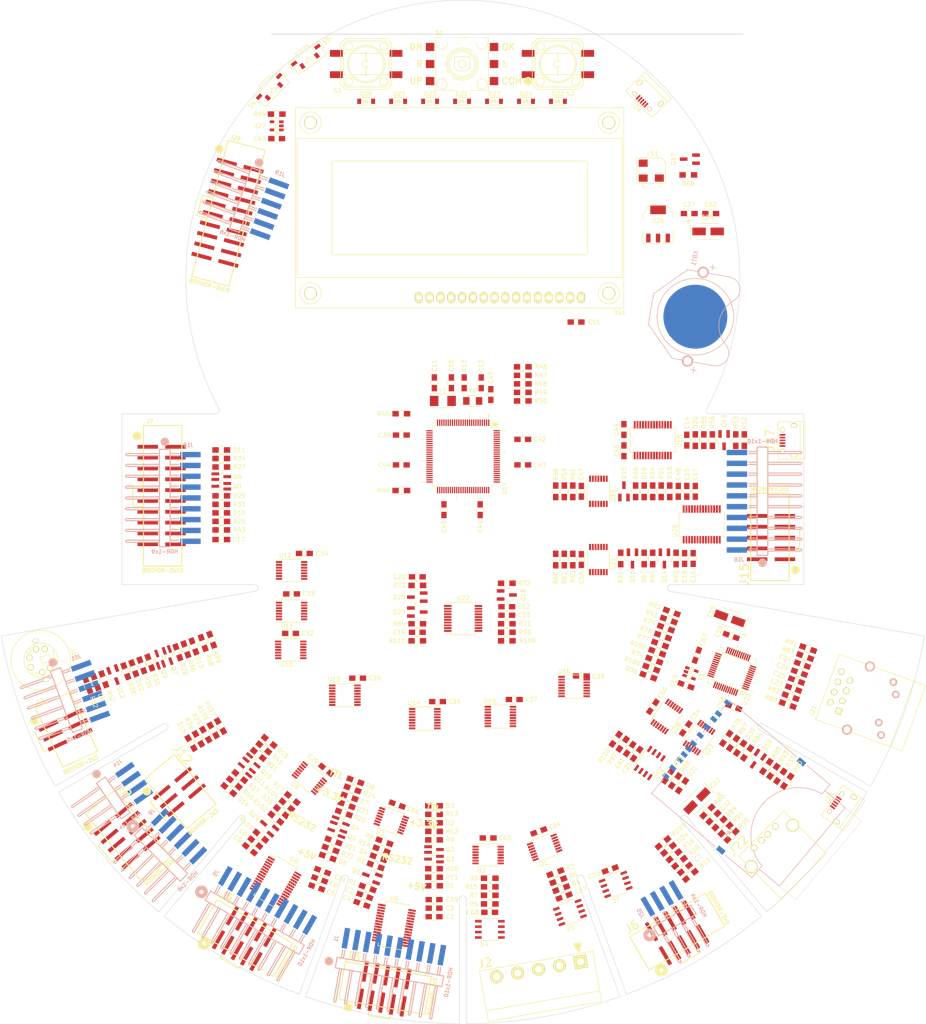
<source format=kicad_pcb>
(kicad_pcb (version 4) (host pcbnew 4.0.2-stable)
  (layers (0 F.Cu signal) (31 B.Cu signal hide) (34 B.Paste user hide) (35 F.Paste user) (36 B.SilkS user hide) (37 F.SilkS user) (38 B.Mask user hide) (39 F.Mask user) (44 Edge.Cuts user))
  (net 0 "")
  (net 1 "Net-(C1-Pad1)")
  (net 2 "Net-(C1-Pad2)")
  (net 3 "Net-(C2-Pad1)")
  (net 4 "Net-(C2-Pad2)")
  (net 5 GND)
  (net 6 "Net-(C3-Pad2)")
  (net 7 "Net-(C4-Pad2)")
  (net 8 "Net-(C5-Pad1)")
  (net 9 "Net-(C5-Pad2)")
  (net 10 "Net-(C6-Pad1)")
  (net 11 "Net-(C6-Pad2)")
  (net 12 "Net-(C7-Pad1)")
  (net 13 "Net-(C8-Pad2)")
  (net 14 "Net-(C9-Pad2)")
  (net 15 "Net-(C10-Pad1)")
  (net 16 "Net-(C11-Pad1)")
  (net 17 "Net-(C12-Pad1)")
  (net 18 "Net-(C13-Pad1)")
  (net 19 "Net-(C14-Pad2)")
  (net 20 "Net-(C15-Pad1)")
  (net 21 "Net-(C16-Pad1)")
  (net 22 "Net-(C17-Pad1)")
  (net 23 "Net-(C17-Pad2)")
  (net 24 "Net-(C18-Pad1)")
  (net 25 "Net-(C18-Pad2)")
  (net 26 /COM0/~RESET)
  (net 27 /PIC-SQPROG/DISP_CONTR)
  (net 28 +5V)
  (net 29 +3V3)
  (net 30 "Net-(C25-Pad1)")
  (net 31 "Net-(C26-Pad1)")
  (net 32 "Net-(D1-Pad1)")
  (net 33 "Net-(D2-Pad1)")
  (net 34 "Net-(D3-Pad2)")
  (net 35 "Net-(D4-Pad2)")
  (net 36 "Net-(D5-Pad2)")
  (net 37 "Net-(D6-Pad1)")
  (net 38 "Net-(D7-Pad1)")
  (net 39 "Net-(D8-Pad2)")
  (net 40 "Net-(D9-Pad2)")
  (net 41 "Net-(D10-Pad1)")
  (net 42 "Net-(D11-Pad1)")
  (net 43 "Net-(D12-Pad1)")
  (net 44 "Net-(D13-Pad1)")
  (net 45 "Net-(D14-Pad1)")
  (net 46 "Net-(D15-Pad1)")
  (net 47 "Net-(D16-Pad2)")
  (net 48 "Net-(D17-Pad2)")
  (net 49 "Net-(D18-Pad2)")
  (net 50 "Net-(D19-Pad2)")
  (net 51 "Net-(D20-Pad2)")
  (net 52 /CPU/PBCOL_SEN3)
  (net 53 "Net-(D21-Pad2)")
  (net 54 /CPU/PBCOL_SEN2)
  (net 55 "Net-(D22-Pad2)")
  (net 56 "Net-(D23-Pad2)")
  (net 57 /CPU/PBCOL_SEN1)
  (net 58 "Net-(D24-Pad2)")
  (net 59 "Net-(D25-Pad2)")
  (net 60 /CPU/PBCOL_SEN0)
  (net 61 "Net-(D26-Pad2)")
  (net 62 "Net-(D27-Pad2)")
  (net 63 "Net-(D30-Pad2)")
  (net 64 "Net-(D31-Pad2)")
  (net 65 "Net-(D32-Pad1)")
  (net 66 /CPU/USB_PWRD)
  (net 67 "Net-(D33-Pad1)")
  (net 68 "Net-(D33-Pad2)")
  (net 69 "Net-(D34-Pad1)")
  (net 70 "Net-(D35-Pad2)")
  (net 71 "Net-(D36-Pad2)")
  (net 72 "Net-(J1-Pad1)")
  (net 73 /COM1/COM1C_RTSL)
  (net 74 /COM1/COM1C_DTR)
  (net 75 /COM1/COM1C_TXD)
  (net 76 /COM1/COM1C_RXDL)
  (net 77 /COM1/COM1C_DSR)
  (net 78 /COM1/COM1C_CTSL)
  (net 79 "Net-(J3-Pad1)")
  (net 80 "Net-(J3-Pad2)")
  (net 81 "Net-(J3-Pad3)")
  (net 82 "Net-(J3-Pad4)")
  (net 83 "Net-(J3-Pad5)")
  (net 84 "Net-(J3-Pad6)")
  (net 85 "Net-(J3-Pad7)")
  (net 86 "Net-(J3-Pad8)")
  (net 87 "Net-(J3-Pad10)")
  (net 88 "Net-(J4-Pad1)")
  (net 89 "Net-(J4-Pad2)")
  (net 90 "Net-(J4-Pad3)")
  (net 91 "Net-(J4-Pad4)")
  (net 92 "Net-(J4-Pad5)")
  (net 93 "Net-(J4-Pad6)")
  (net 94 "Net-(J4-Pad7)")
  (net 95 "Net-(J4-Pad8)")
  (net 96 "Net-(J4-Pad10)")
  (net 97 "Net-(J5-Pad1)")
  (net 98 /COM2-CAN/COM2B_RTSL)
  (net 99 "Net-(J5-Pad3)")
  (net 100 /COM2-CAN/COM2B_TXD)
  (net 101 /COM2-CAN/COM2B_RXDL)
  (net 102 "Net-(J5-Pad8)")
  (net 103 /COM2-CAN/COM2B_CTSL)
  (net 104 "Net-(J6-Pad1)")
  (net 105 "Net-(J25-Pad4)")
  (net 106 "Net-(J25-Pad3)")
  (net 107 "Net-(J25-Pad2)")
  (net 108 "Net-(J6-Pad6)")
  (net 109 "Net-(J6-Pad7)")
  (net 110 "Net-(J6-Pad10)")
  (net 111 "Net-(J12-Pad2)")
  (net 112 /CPU/COM3_RXD)
  (net 113 /CPU/COM3_TXD)
  (net 114 "/COM3, PROG/COM3_SCL")
  (net 115 "/COM3, PROG/COM3_SDA")
  (net 116 "/COM3, PROG/COM3_MISO")
  (net 117 "/COM3, PROG/COM3_MOSI")
  (net 118 "/COM3, PROG/COM3_SCLK")
  (net 119 "/COM3, PROG/~COM3_SSEL")
  (net 120 "/COM3, PROG/ISP_MISO")
  (net 121 "/COM3, PROG/ISP_VDD")
  (net 122 "/COM3, PROG/ISP_SCLK")
  (net 123 "/COM3, PROG/ISP_MOSI")
  (net 124 "/COM3, PROG/~ISP_SSEL")
  (net 125 "Net-(J15-Pad1)")
  (net 126 /COM0/COM0B_DSR)
  (net 127 /COM0/COM0B_RXD)
  (net 128 /COM0/COM0B_RTS)
  (net 129 /COM0/COM0B_TXD)
  (net 130 /COM0/COM0B_CTS)
  (net 131 /COM0/COM0B_DTR)
  (net 132 "Net-(J15-Pad8)")
  (net 133 "Net-(J15-Pad10)")
  (net 134 "Net-(J17-Pad1)")
  (net 135 "Net-(J17-Pad2)")
  (net 136 "Net-(J17-Pad3)")
  (net 137 "Net-(J17-Pad4)")
  (net 138 /USB-LAN/USBD_DM)
  (net 139 /USB-LAN/USBD_DP)
  (net 140 "Net-(J23-Pad4)")
  (net 141 "Net-(J24-Pad2)")
  (net 142 "Net-(J24-Pad3)")
  (net 143 "Net-(J24-Pad4)")
  (net 144 "Net-(Q1-PadB)")
  (net 145 "Net-(Q1-PadC)")
  (net 146 "Net-(R4-Pad2)")
  (net 147 "Net-(R5-Pad1)")
  (net 148 "Net-(R6-Pad1)")
  (net 149 /COM1/COM1_TXDL)
  (net 150 "Net-(Q12-PadB)")
  (net 151 "/COM3, PROG/ISP_VPP_~MCLR")
  (net 152 /CPU/BOOT_ISP)
  (net 153 /CPU/TCK)
  (net 154 /CPU/~TRST)
  (net 155 /CPU/TMS)
  (net 156 /CPU/TDI)
  (net 157 /CPU/TDO)
  (net 158 "Net-(Q13-PadC)")
  (net 159 "Net-(Q13-PadB)")
  (net 160 /COM0/COM0_RXDL)
  (net 161 /COM0/COM0_TXDL)
  (net 162 /COM0/COM0_CTSL)
  (net 163 /COM0/COM0_RTSL)
  (net 164 /COM0/COM0_DSR)
  (net 165 /COM0/COM0_DTR)
  (net 166 "Net-(Q14-PadC)")
  (net 167 "Net-(Q14-PadB)")
  (net 168 "Net-(Q15-PadB)")
  (net 169 "Net-(Q16-PadB)")
  (net 170 "Net-(Q17-PadB)")
  (net 171 /USER/BUZZ)
  (net 172 /CONFIG/SHIFT_CLK)
  (net 173 /CONFIG/SHIFT_IN)
  (net 174 "Net-(Q18-PadB)")
  (net 175 "Net-(R72-Pad2)")
  (net 176 "Net-(R73-Pad2)")
  (net 177 "Net-(J21-Pad10)")
  (net 178 "Net-(R78-Pad1)")
  (net 179 "Net-(J21-Pad12)")
  (net 180 "Net-(J21-Pad1)")
  (net 181 "Net-(J21-Pad6)")
  (net 182 "Net-(J21-Pad2)")
  (net 183 "Net-(J21-Pad3)")
  (net 184 "Net-(Q19-PadB)")
  (net 185 /CPU/USB_CONNECT)
  (net 186 "Net-(Q19-PadC)")
  (net 187 "Net-(J21-Pad9)")
  (net 188 "Net-(J21-Pad11)")
  (net 189 /CPU/USB_VBUS)
  (net 190 /USB-LAN/USBH_DM)
  (net 191 /USB-LAN/USBH_DP)
  (net 192 "Net-(R96-Pad2)")
  (net 193 /CPU/~MSD_SENSE)
  (net 194 /PIC-SQPROG/PS2_DAT)
  (net 195 /PIC-SQPROG/PS2_CLK)
  (net 196 "Net-(Q20-PadB)")
  (net 197 "Net-(Q20-PadC)")
  (net 198 /CPU/CONFIG_SCL)
  (net 199 /CPU/CONFIG_SDA)
  (net 200 /COM1/COM1_RTSL)
  (net 201 "Net-(U1-Pad6)")
  (net 202 "Net-(U1-Pad8)")
  (net 203 "Net-(U1-Pad9)")
  (net 204 "Net-(U1-Pad10)")
  (net 205 "Net-(U1-Pad11)")
  (net 206 "Net-(U1-Pad12)")
  (net 207 /COM1/COM1_DTRL)
  (net 208 "Net-(U2-Pad10)")
  (net 209 "Net-(U2-Pad11)")
  (net 210 "Net-(U2-Pad12)")
  (net 211 /COM1/COM1_DSRL)
  (net 212 /COM1/COM1_CTSL)
  (net 213 /COM1/COM1_RXDL)
  (net 214 /COM1/COM1_RIL)
  (net 215 /COM1/COM1_DCDL)
  (net 216 "Net-(U6-Pad20)")
  (net 217 "Net-(U6-Pad21)")
  (net 218 /COM2-CAN/CAN_TD)
  (net 219 /COM2-CAN/CAN_RD)
  (net 220 /COM2-CAN/COM2_RTSL)
  (net 221 /COM2-CAN/COM2_TXDL)
  (net 222 /COM2-CAN/COM2_RXDL)
  (net 223 /COM2-CAN/COM2_CTSL)
  (net 224 "Net-(U9-Pad4)")
  (net 225 "Net-(U9-Pad5)")
  (net 226 "Net-(U9-Pad8)")
  (net 227 "Net-(U9-Pad11)")
  (net 228 "Net-(U9-Pad12)")
  (net 229 "Net-(U9-Pad15)")
  (net 230 "Net-(U9-Pad18)")
  (net 231 "Net-(U9-Pad19)")
  (net 232 "Net-(U9-Pad20)")
  (net 233 "Net-(U9-Pad21)")
  (net 234 "/COM3, PROG/TMS")
  (net 235 "/COM3, PROG/TCK")
  (net 236 "/COM3, PROG/~TRST")
  (net 237 "/COM3, PROG/TDI")
  (net 238 "/COM3, PROG/TDO")
  (net 239 "/COM3, PROG/~SRST")
  (net 240 "Net-(U13-Pad9)")
  (net 241 /CONFIG/~SHIFT_RESET)
  (net 242 /CONFIG/SHIFT_LOAD)
  (net 243 /CONFIG/~SHIFT_OE)
  (net 244 "Net-(U14-Pad9)")
  (net 245 "Net-(U15-Pad9)")
  (net 246 /CONFIG/CFG28)
  (net 247 /CONFIG/CFG29)
  (net 248 /CONFIG/CFG30)
  (net 249 /CONFIG/CFG31)
  (net 250 /CONFIG/SHIFT_OUT)
  (net 251 "Net-(U18-Pad6)")
  (net 252 "Net-(U18-Pad10)")
  (net 253 "Net-(U18-Pad12)")
  (net 254 "Net-(U18-Pad13)")
  (net 255 "Net-(U18-Pad14)")
  (net 256 "Net-(U18-Pad22)")
  (net 257 "Net-(U18-Pad23)")
  (net 258 "Net-(U18-Pad27)")
  (net 259 "Net-(U18-Pad28)")
  (net 260 /COM0/COM0C_RTSL)
  (net 261 /COM0/COM0C_DTR)
  (net 262 /COM0/COM0C_TXD)
  (net 263 /COM0/COM0C_RXDL)
  (net 264 "Net-(U20-Pad7)")
  (net 265 "Net-(U20-Pad8)")
  (net 266 "Net-(U20-Pad15)")
  (net 267 "Net-(U20-Pad16)")
  (net 268 "Net-(U20-Pad20)")
  (net 269 "Net-(U20-Pad21)")
  (net 270 /COM0/COM0C_DSR)
  (net 271 /COM0/COM0C_CTSL)
  (net 272 "Net-(U21-Pad6)")
  (net 273 "Net-(U21-Pad8)")
  (net 274 "Net-(U21-Pad9)")
  (net 275 "Net-(U21-Pad10)")
  (net 276 "Net-(U21-Pad11)")
  (net 277 "Net-(U21-Pad12)")
  (net 278 "Net-(U22-Pad1)")
  (net 279 /PIC-SQPROG/ICSP_MCLR)
  (net 280 /CPU/USB_DM)
  (net 281 /CPU/USB_DP)
  (net 282 /CPU/~USB_PPWR)
  (net 283 /CPU/USB_OVRCR)
  (net 284 "Net-(U24-Pad3)")
  (net 285 "Net-(U24-Pad4)")
  (net 286 "Net-(U24-Pad5)")
  (net 287 "Net-(U27-Pad3)")
  (net 288 "Net-(U28-Pad1)")
  (net 289 "Net-(U28-Pad4)")
  (net 290 "Net-(U28-Pad6)")
  (net 291 "Net-(U28-Pad8)")
  (net 292 "Net-(U28-Pad9)")
  (net 293 "Net-(U28-Pad10)")
  (net 294 "Net-(U28-Pad11)")
  (net 295 "Net-(U28-Pad12)")
  (net 296 "Net-(D29-Pad1)")
  (net 297 /COM1/TXB)
  (net 298 /COM1/TXA)
  (net 299 /COM1/RXA)
  (net 300 /COM1/RXB)
  (net 301 /CFG3)
  (net 302 /CFG4)
  (net 303 /CFG5)
  (net 304 /CFG7)
  (net 305 /CFG6)
  (net 306 /CFG12)
  (net 307 /CFG9)
  (net 308 /CFG11)
  (net 309 /CFG10)
  (net 310 /CFG13)
  (net 311 /CFG16)
  (net 312 /CFG18)
  (net 313 /CFG21)
  (net 314 /CFG17)
  (net 315 /CFG20)
  (net 316 /CFG15)
  (net 317 /CFG19)
  (net 318 /CFG14)
  (net 319 /CFG1)
  (net 320 /CFG2)
  (net 321 /CFG0)
  (net 322 /CFG25)
  (net 323 /CFG22)
  (net 324 /CFG23)
  (net 325 /CFG8)
  (net 326 /CFG24)
  (net 327 /CFG26)
  (net 328 /CFG27)
  (net 329 /CPU/DISP_REGSEL)
  (net 330 /CPU/DISP_RW)
  (net 331 /CPU/DISP_OP_ENA)
  (net 332 "Net-(DS1-Pad7)")
  (net 333 "Net-(DS1-Pad8)")
  (net 334 "Net-(DS1-Pad9)")
  (net 335 "Net-(DS1-Pad10)")
  (net 336 /CPU/DISP_DB0)
  (net 337 /CPU/DISP_DB1)
  (net 338 /CPU/DISP_DB2)
  (net 339 /CPU/DISP_DB3)
  (net 340 /PIC-SQPROG/DISP_BACKL)
  (net 341 "Net-(J10-Pad1)")
  (net 342 "Net-(J7-Pad11)")
  (net 343 "Net-(J7-Pad17)")
  (net 344 "Net-(J7-Pad19)")
  (net 345 "Net-(J10-Pad3)")
  (net 346 "Net-(J10-Pad5)")
  (net 347 "Net-(J10-Pad8)")
  (net 348 "/COM3, PROG/ISP_AUX_NC")
  (net 349 "Net-(J16-Pad1)")
  (net 350 "Net-(J16-Pad10)")
  (net 351 "Net-(J19-Pad6)")
  (net 352 /CPU/RTCK)
  (net 353 "Net-(J20-Pad17)")
  (net 354 "Net-(J20-Pad19)")
  (net 355 "Net-(J18-Pad2)")
  (net 356 "Net-(J18-Pad6)")
  (net 357 "Net-(J21-Pad7)")
  (net 358 "Net-(LS1-Pad2)")
  (net 359 /CPU/PBROW_DRV0)
  (net 360 /CPU/PBROW_DRV1)
  (net 361 "Net-(S2-Pad3)")
  (net 362 "Net-(S2-Pad4)")
  (net 363 "Net-(S3-Pad3)")
  (net 364 "Net-(S3-Pad4)")
  (net 365 "Net-(U4-Pad1)")
  (net 366 "Net-(U4-Pad2)")
  (net 367 "Net-(U17-Pad12)")
  (net 368 "Net-(U17-Pad14)")
  (net 369 "Net-(U17-Pad15)")
  (net 370 /CPU/VBATT)
  (net 371 /CPU/MSD_MOSI)
  (net 372 /CPU/MSD_MISO)
  (net 373 /CPU/MSD_SCLK)
  (net 374 /CPU/~MSD_SSEL)
  (net 375 /CPU/LAN_MDIO)
  (net 376 /CPU/LAN_MDC)
  (net 377 /CPU/LAN_REF_CLK)
  (net 378 /CPU/LAN_RXER)
  (net 379 /CPU/LAN_RXD1)
  (net 380 /CPU/LAN_RXD0)
  (net 381 /CPU/LAN_CRS)
  (net 382 /CPU/LAN_TXEN)
  (net 383 /CPU/LAN_TXD1)
  (net 384 /CPU/LAN_TXD0)
  (net 385 "Net-(U25-Pad37)")
  (net 386 "Net-(U25-Pad1)")
  (net 387 "Net-(U25-Pad38)")
  (net 388 "Net-(U25-Pad39)")
  (net 389 "Net-(U25-Pad42)")
  (net 390 "Net-(U25-Pad45)")
  (net 391 "Net-(U25-Pad46)")
  (net 392 "Net-(U25-Pad24)")
  (net 393 "Net-(U25-Pad23)")
  (net 394 "Net-(U25-Pad21)")
  (net 395 "Net-(U25-Pad20)")
  (net 396 "Net-(U25-Pad18)")
  (net 397 "Net-(U25-Pad5)")
  (net 398 "Net-(U25-Pad6)")
  (net 399 "Net-(U25-Pad33)")
  (net 400 "Net-(U25-Pad25)")
  (net 401 "Net-(XA1-Pad8)")
  (net 402 "Net-(XA1-Pad9)")
  (net 403 "Net-(Y3-Pad2)")
  (net 404 "Net-(S4-Pad3)")
  (net 405 "Net-(S4-Pad4)")
  (net 406 "Net-(S5-Pad3)")
  (net 407 "Net-(S5-Pad4)")
  (net 408 /PIC-SQPROG/ICSP_DAT)
  (net 409 /PIC-SQPROG/ICSP_CLK)
  (module Capacitors_SMD:C_0805_HandSoldering (layer F.Cu) (at 77.789279 161.46004 160)
    (fp_text reference C23 (at 4.25 0 160) (layer F.SilkS))
    (fp_text value 0.1uF)
    (pad 1 smd rect (at -1.25 0 160) (size 1.5 1.25) (layers F.Cu F.Paste F.Mask) (net 29 +3V3))
    (pad 2 smd rect (at 1.25 0 160) (size 1.5 1.25) (layers F.Cu F.Paste F.Mask) (net 5 GND))
  )
  (module Capacitors_SMD:C_0805_HandSoldering (layer F.Cu) (at -6.575139 214.931326 180)
    (fp_text reference C1 (at -3.75 0 180) (layer F.SilkS))
    (fp_text value 0.1uF)
    (pad 1 smd rect (at -1.25 0 180) (size 1.5 1.25) (layers F.Cu F.Paste F.Mask) (net 1 "Net-(C1-Pad1)"))
    (pad 2 smd rect (at 1.25 0 180) (size 1.5 1.25) (layers F.Cu F.Paste F.Mask) (net 2 "Net-(C1-Pad2)"))
  )
  (module Capacitors_SMD:C_0805_HandSoldering (layer F.Cu) (at -22.836833 210.055076 340)
    (fp_text reference C2 (at -3.75 0 340) (layer F.SilkS))
    (fp_text value 0.1uF)
    (pad 1 smd rect (at -1.25 0 340) (size 1.5 1.25) (layers F.Cu F.Paste F.Mask) (net 3 "Net-(C2-Pad1)"))
    (pad 2 smd rect (at 1.25 0 340) (size 1.5 1.25) (layers F.Cu F.Paste F.Mask) (net 4 "Net-(C2-Pad2)"))
  )
  (module Capacitors_SMD:C_0805_HandSoldering (layer F.Cu) (at -6.575137 212.931328 180)
    (fp_text reference C3 (at -3.75 0 180) (layer F.SilkS))
    (fp_text value 0.1uF)
    (pad 1 smd rect (at -1.25 0 180) (size 1.5 1.25) (layers F.Cu F.Paste F.Mask) (net 5 GND))
    (pad 2 smd rect (at 1.25 0 180) (size 1.5 1.25) (layers F.Cu F.Paste F.Mask) (net 6 "Net-(C3-Pad2)"))
  )
  (module Capacitors_SMD:C_0805_HandSoldering (layer F.Cu) (at -23.520871 211.934464 340)
    (fp_text reference C4 (at -3.75 0 340) (layer F.SilkS))
    (fp_text value 0.1uF)
    (pad 1 smd rect (at -1.25 0 340) (size 1.5 1.25) (layers F.Cu F.Paste F.Mask) (net 5 GND))
    (pad 2 smd rect (at 1.25 0 340) (size 1.5 1.25) (layers F.Cu F.Paste F.Mask) (net 7 "Net-(C4-Pad2)"))
  )
  (module Capacitors_SMD:C_0805_HandSoldering (layer F.Cu) (at -34.10186 208.056962 160)
    (fp_text reference C5 (at -3.5 0 160) (layer F.SilkS))
    (fp_text value 0.1uF)
    (pad 1 smd rect (at -1.25 0 160) (size 1.5 1.25) (layers F.Cu F.Paste F.Mask) (net 8 "Net-(C5-Pad1)"))
    (pad 2 smd rect (at 1.25 0 160) (size 1.5 1.25) (layers F.Cu F.Paste F.Mask) (net 9 "Net-(C5-Pad2)"))
  )
  (module Capacitors_SMD:C_0805_HandSoldering (layer F.Cu) (at -48.514723 197.574144 320)
    (fp_text reference C6 (at -3.75 0 320) (layer F.SilkS))
    (fp_text value 0.1uF)
    (pad 1 smd rect (at -1.25 0 320) (size 1.5 1.25) (layers F.Cu F.Paste F.Mask) (net 10 "Net-(C6-Pad1)"))
    (pad 2 smd rect (at 1.25 0 320) (size 1.5 1.25) (layers F.Cu F.Paste F.Mask) (net 11 "Net-(C6-Pad2)"))
  )
  (module Capacitors_SMD:C_0805_HandSoldering (layer F.Cu) (at 52.303209 203.730744 220)
    (fp_text reference C7 (at -4 0 220) (layer F.SilkS))
    (fp_text value 0.001uF)
    (pad 1 smd rect (at -1.25 0 220) (size 1.5 1.25) (layers F.Cu F.Paste F.Mask) (net 12 "Net-(C7-Pad1)"))
    (pad 2 smd rect (at 1.25 0 220) (size 1.5 1.25) (layers F.Cu F.Paste F.Mask) (net 5 GND))
  )
  (module Capacitors_SMD:C_0805_HandSoldering (layer F.Cu) (at -33.417815 206.177579 160)
    (fp_text reference C8 (at -3.5 0 160) (layer F.SilkS))
    (fp_text value 0.1uF)
    (pad 1 smd rect (at -1.25 0 160) (size 1.5 1.25) (layers F.Cu F.Paste F.Mask) (net 5 GND))
    (pad 2 smd rect (at 1.25 0 160) (size 1.5 1.25) (layers F.Cu F.Paste F.Mask) (net 13 "Net-(C8-Pad2)"))
  )
  (module Capacitors_SMD:C_0805_HandSoldering (layer F.Cu) (at -49.800294 199.106226 320)
    (fp_text reference C9 (at -3.75 0 320) (layer F.SilkS))
    (fp_text value 0.1uF)
    (pad 1 smd rect (at -1.25 0 320) (size 1.5 1.25) (layers F.Cu F.Paste F.Mask) (net 5 GND))
    (pad 2 smd rect (at 1.25 0 320) (size 1.5 1.25) (layers F.Cu F.Paste F.Mask) (net 14 "Net-(C9-Pad2)"))
  )
  (module Capacitors_SMD:C_0805_HandSoldering (layer F.Cu) (at -2.5 89.75 90)
    (fp_text reference C10 (at 4 0 90) (layer F.SilkS))
    (fp_text value 18pF)
    (pad 1 smd rect (at -1.25 0 90) (size 1.5 1.25) (layers F.Cu F.Paste F.Mask) (net 15 "Net-(C10-Pad1)"))
    (pad 2 smd rect (at 1.25 0 90) (size 1.5 1.25) (layers F.Cu F.Paste F.Mask) (net 5 GND))
  )
  (module Capacitors_SMD:C_0805_HandSoldering (layer F.Cu) (at -6.5 89.75 90)
    (fp_text reference C11 (at 4 0 90) (layer F.SilkS))
    (fp_text value 18pF)
    (pad 1 smd rect (at -1.25 0 90) (size 1.5 1.25) (layers F.Cu F.Paste F.Mask) (net 16 "Net-(C11-Pad1)"))
    (pad 2 smd rect (at 1.25 0 90) (size 1.5 1.25) (layers F.Cu F.Paste F.Mask) (net 5 GND))
  )
  (module Capacitors_SMD:C_0805_HandSoldering (layer F.Cu) (at 4.5 89.75 90)
    (fp_text reference C12 (at 4 0 90) (layer F.SilkS))
    (fp_text value 18pF)
    (pad 1 smd rect (at -1.25 0 90) (size 1.5 1.25) (layers F.Cu F.Paste F.Mask) (net 17 "Net-(C12-Pad1)"))
    (pad 2 smd rect (at 1.25 0 90) (size 1.5 1.25) (layers F.Cu F.Paste F.Mask) (net 5 GND))
  )
  (module Capacitors_SMD:C_0805_HandSoldering (layer F.Cu) (at 0.5 89.75 90)
    (fp_text reference C13 (at 4 0 90) (layer F.SilkS))
    (fp_text value 18pF)
    (pad 1 smd rect (at -1.25 0 90) (size 1.5 1.25) (layers F.Cu F.Paste F.Mask) (net 18 "Net-(C13-Pad1)"))
    (pad 2 smd rect (at 1.25 0 90) (size 1.5 1.25) (layers F.Cu F.Paste F.Mask) (net 5 GND))
  )
  (module Capacitors_SMD:C_0805_HandSoldering (layer F.Cu) (at 52.736105 103.190797 90)
    (fp_text reference C14 (at 4 0 90) (layer F.SilkS))
    (fp_text value 0.1uF)
    (pad 1 smd rect (at -1.25 0 90) (size 1.5 1.25) (layers F.Cu F.Paste F.Mask) (net 5 GND))
    (pad 2 smd rect (at 1.25 0 90) (size 1.5 1.25) (layers F.Cu F.Paste F.Mask) (net 19 "Net-(C14-Pad2)"))
  )
  (module Capacitors_SMD:C_0805_HandSoldering (layer F.Cu) (at 52.736105 115.190797 90)
    (fp_text reference C15 (at 4 0 90) (layer F.SilkS))
    (fp_text value 0.1uF)
    (pad 1 smd rect (at -1.25 0 90) (size 1.5 1.25) (layers F.Cu F.Paste F.Mask) (net 20 "Net-(C15-Pad1)"))
    (pad 2 smd rect (at 1.25 0 90) (size 1.5 1.25) (layers F.Cu F.Paste F.Mask) (net 5 GND))
  )
  (module Capacitors_SMD:C_0805_HandSoldering (layer F.Cu) (at 54.236105 130.940797 270)
    (fp_text reference C16 (at 4.25 0 270) (layer F.SilkS))
    (fp_text value 0.1uF)
    (pad 1 smd rect (at -1.25 0 270) (size 1.5 1.25) (layers F.Cu F.Paste F.Mask) (net 21 "Net-(C16-Pad1)"))
    (pad 2 smd rect (at 1.25 0 270) (size 1.5 1.25) (layers F.Cu F.Paste F.Mask) (net 5 GND))
  )
  (module Capacitors_SMD:C_0805_HandSoldering (layer F.Cu) (at 54.736105 115.190797 90)
    (fp_text reference C17 (at 4 0 90) (layer F.SilkS))
    (fp_text value 0.1uF)
    (pad 1 smd rect (at -1.25 0 90) (size 1.5 1.25) (layers F.Cu F.Paste F.Mask) (net 22 "Net-(C17-Pad1)"))
    (pad 2 smd rect (at 1.25 0 90) (size 1.5 1.25) (layers F.Cu F.Paste F.Mask) (net 23 "Net-(C17-Pad2)"))
  )
  (module Capacitors_SMD:C_0805_HandSoldering (layer F.Cu) (at 52.236105 130.940797 90)
    (fp_text reference C18 (at -4.25 0 90) (layer F.SilkS))
    (fp_text value 0.1uF)
    (pad 1 smd rect (at -1.25 0 90) (size 1.5 1.25) (layers F.Cu F.Paste F.Mask) (net 24 "Net-(C18-Pad1)"))
    (pad 2 smd rect (at 1.25 0 90) (size 1.5 1.25) (layers F.Cu F.Paste F.Mask) (net 25 "Net-(C18-Pad2)"))
  )
  (module Capacitors_SMD:C_0805_HandSoldering (layer F.Cu) (at -10.5 148.25 180)
    (fp_text reference C19 (at 4.25 0 180) (layer F.SilkS))
    (fp_text value 0.47uF)
    (pad 1 smd rect (at -1.25 0 180) (size 1.5 1.25) (layers F.Cu F.Paste F.Mask) (net 26 /COM0/~RESET))
    (pad 2 smd rect (at 1.25 0 180) (size 1.5 1.25) (layers F.Cu F.Paste F.Mask) (net 5 GND))
  )
  (module Capacitors_SMD:C_0805_HandSoldering (layer F.Cu) (at -10.5 135.25)
    (fp_text reference C20 (at -4.25 0) (layer F.SilkS))
    (fp_text value 0.47uF)
    (pad 1 smd rect (at -1.25 0) (size 1.5 1.25) (layers F.Cu F.Paste F.Mask) (net 27 /PIC-SQPROG/DISP_CONTR))
    (pad 2 smd rect (at 1.25 0) (size 1.5 1.25) (layers F.Cu F.Paste F.Mask) (net 5 GND))
  )
  (module Capacitors_SMD:C_0805_HandSoldering (layer F.Cu) (at 40.977106 176.769304 235)
    (fp_text reference C21 (at 4 0 235) (layer F.SilkS))
    (fp_text value 0.1uF)
    (pad 1 smd rect (at -1.25 0 235) (size 1.5 1.25) (layers F.Cu F.Paste F.Mask) (net 28 +5V))
    (pad 2 smd rect (at 1.25 0 235) (size 1.5 1.25) (layers F.Cu F.Paste F.Mask) (net 5 GND))
  )
  (module Capacitors_Tantalum_SMD:TantalC_SizeB_EIA-3528_HandSoldering (layer F.Cu) (at 55.115221 187.789846 225)
    (fp_text reference C22 (at -6 0 225) (layer F.SilkS))
    (fp_text value 10uF)
    (fp_text user + (at -4.70154 -2.4003 225) (layer F.SilkS))
    (pad 2 smd rect (at 2.12598 0 225) (size 3.1496 1.80086) (layers F.Cu F.Paste F.Mask) (net 5 GND))
    (pad 1 smd rect (at -2.12598 0 225) (size 3.1496 1.80086) (layers F.Cu F.Paste F.Mask) (net 66 /CPU/USB_PWRD))
  )
  (module Capacitors_SMD:C_0805_HandSoldering (layer F.Cu) (at 79.841399 155.821886 160)
    (fp_text reference C24 (at 4.25 0 160) (layer F.SilkS))
    (fp_text value 0.1uF)
    (pad 1 smd rect (at -1.25 0 160) (size 1.5 1.25) (layers F.Cu F.Paste F.Mask) (net 29 +3V3))
    (pad 2 smd rect (at 1.25 0 160) (size 1.5 1.25) (layers F.Cu F.Paste F.Mask) (net 5 GND))
  )
  (module Capacitors_SMD:C_0805_HandSoldering (layer F.Cu) (at 78.473319 159.580655 160)
    (fp_text reference C25 (at 4.25 -0.065638 160) (layer F.SilkS))
    (fp_text value 0.1uF)
    (pad 1 smd rect (at -1.25 0 160) (size 1.5 1.25) (layers F.Cu F.Paste F.Mask) (net 30 "Net-(C25-Pad1)"))
    (pad 2 smd rect (at 1.25 0 160) (size 1.5 1.25) (layers F.Cu F.Paste F.Mask) (net 5 GND))
  )
  (module Capacitors_SMD:C_0805_HandSoldering (layer F.Cu) (at 79.157361 157.70127 160)
    (fp_text reference C26 (at 4.25 0 160) (layer F.SilkS))
    (fp_text value 0.1uF)
    (pad 1 smd rect (at -1.25 0 160) (size 1.5 1.25) (layers F.Cu F.Paste F.Mask) (net 31 "Net-(C26-Pad1)"))
    (pad 2 smd rect (at 1.25 0 160) (size 1.5 1.25) (layers F.Cu F.Paste F.Mask) (net 5 GND))
  )
  (module Capacitors_SMD:C_0805_HandSoldering (layer F.Cu) (at 53.305001 50.065)
    (fp_text reference C27 (at 0 -2.1) (layer F.SilkS))
    (fp_text value 1.0uF)
    (pad 1 smd rect (at -1.25 0) (size 1.5 1.25) (layers F.Cu F.Paste F.Mask) (net 28 +5V))
    (pad 2 smd rect (at 1.25 0) (size 1.5 1.25) (layers F.Cu F.Paste F.Mask) (net 5 GND))
  )
  (module Capacitors_Tantalum_SMD:TantalC_SizeB_EIA-3528_HandSoldering (layer F.Cu) (at 57.75 54.25)
    (fp_text reference C28 (at -0.20066 -3.29946) (layer F.SilkS))
    (fp_text value 10uF)
    (fp_text user + (at -4.70154 -2.4003) (layer F.SilkS))
    (pad 2 smd rect (at 2.12598 0) (size 3.1496 1.80086) (layers F.Cu F.Paste F.Mask) (net 5 GND))
    (pad 1 smd rect (at -2.12598 0) (size 3.1496 1.80086) (layers F.Cu F.Paste F.Mask) (net 29 +3V3))
  )
  (module Capacitors_SMD:C_0805_HandSoldering (layer F.Cu) (at -31.907935 180.505462 320)
    (fp_text reference C29 (at -4 0 320) (layer F.SilkS))
    (fp_text value 0.1uF)
    (pad 1 smd rect (at -1.25 0 320) (size 1.5 1.25) (layers F.Cu F.Paste F.Mask) (net 28 +5V))
    (pad 2 smd rect (at 1.25 0 320) (size 1.5 1.25) (layers F.Cu F.Paste F.Mask) (net 5 GND))
  )
  (module Capacitors_SMD:C_0805_HandSoldering (layer F.Cu) (at 34.767771 203.85156 20)
    (fp_text reference C30 (at -4 0 20) (layer F.SilkS))
    (fp_text value 0.1uF)
    (pad 1 smd rect (at -1.25 0 20) (size 1.5 1.25) (layers F.Cu F.Paste F.Mask) (net 5 GND))
    (pad 2 smd rect (at 1.25 0 20) (size 1.5 1.25) (layers F.Cu F.Paste F.Mask) (net 28 +5V))
  )
  (module Capacitors_SMD:C_0805_HandSoldering (layer F.Cu) (at -32.728465 204.230033 160)
    (fp_text reference C31 (at -4.481686 -0.184137 160) (layer F.SilkS))
    (fp_text value 0.1uF)
    (pad 1 smd rect (at -1.25 0 160) (size 1.5 1.25) (layers F.Cu F.Paste F.Mask) (net 5 GND))
    (pad 2 smd rect (at 1.25 0 160) (size 1.5 1.25) (layers F.Cu F.Paste F.Mask) (net 29 +3V3))
  )
  (module Capacitors_SMD:C_0805_HandSoldering (layer F.Cu) (at -40.25 148.5 180)
    (fp_text reference C32 (at -4 0 180) (layer F.SilkS))
    (fp_text value 0.1uF)
    (pad 1 smd rect (at -1.25 0 180) (size 1.5 1.25) (layers F.Cu F.Paste F.Mask) (net 28 +5V))
    (pad 2 smd rect (at 1.25 0 180) (size 1.5 1.25) (layers F.Cu F.Paste F.Mask) (net 5 GND))
  )
  (module Capacitors_SMD:C_0805_HandSoldering (layer F.Cu) (at -40 139.25)
    (fp_text reference C33 (at 4 0) (layer F.SilkS))
    (fp_text value 0.1uF)
    (pad 1 smd rect (at -1.25 0) (size 1.5 1.25) (layers F.Cu F.Paste F.Mask) (net 28 +5V))
    (pad 2 smd rect (at 1.25 0) (size 1.5 1.25) (layers F.Cu F.Paste F.Mask) (net 5 GND))
  )
  (module Capacitors_SMD:C_0805_HandSoldering (layer F.Cu) (at -37 129.75)
    (fp_text reference C34 (at 4.164999 0.045) (layer F.SilkS))
    (fp_text value 0.1uF)
    (pad 1 smd rect (at -1.25 0) (size 1.5 1.25) (layers F.Cu F.Paste F.Mask) (net 28 +5V))
    (pad 2 smd rect (at 1.25 0) (size 1.5 1.25) (layers F.Cu F.Paste F.Mask) (net 5 GND))
  )
  (module Capacitors_SMD:C_0805_HandSoldering (layer F.Cu) (at -24.5 159)
    (fp_text reference C35 (at 4 0) (layer F.SilkS))
    (fp_text value 0.1uF)
    (pad 1 smd rect (at -1.25 0) (size 1.5 1.25) (layers F.Cu F.Paste F.Mask) (net 28 +5V))
    (pad 2 smd rect (at 1.25 0) (size 1.5 1.25) (layers F.Cu F.Paste F.Mask) (net 5 GND))
  )
  (module Capacitors_SMD:C_0805_HandSoldering (layer F.Cu) (at -5.75 164.5)
    (fp_text reference C36 (at 4 0) (layer F.SilkS))
    (fp_text value 0.1uF)
    (pad 1 smd rect (at -1.25 0) (size 1.5 1.25) (layers F.Cu F.Paste F.Mask) (net 28 +5V))
    (pad 2 smd rect (at 1.25 0) (size 1.5 1.25) (layers F.Cu F.Paste F.Mask) (net 5 GND))
  )
  (module Capacitors_SMD:C_0805_HandSoldering (layer F.Cu) (at 12.25 164)
    (fp_text reference C37 (at 4 0) (layer F.SilkS))
    (fp_text value 0.1uF)
    (pad 1 smd rect (at -1.25 0) (size 1.5 1.25) (layers F.Cu F.Paste F.Mask) (net 28 +5V))
    (pad 2 smd rect (at 1.25 0) (size 1.5 1.25) (layers F.Cu F.Paste F.Mask) (net 5 GND))
  )
  (module Capacitors_SMD:C_0805_HandSoldering (layer F.Cu) (at 28 158.5)
    (fp_text reference C38 (at 3.964999 0.085) (layer F.SilkS))
    (fp_text value 0.1uF)
    (pad 1 smd rect (at -1.25 0) (size 1.5 1.25) (layers F.Cu F.Paste F.Mask) (net 28 +5V))
    (pad 2 smd rect (at 1.25 0) (size 1.5 1.25) (layers F.Cu F.Paste F.Mask) (net 5 GND))
  )
  (module Capacitors_SMD:C_0805_HandSoldering (layer F.Cu) (at -14.25 102 180)
    (fp_text reference C39 (at 4 0 180) (layer F.SilkS))
    (fp_text value 1.0uF)
    (pad 1 smd rect (at -1.25 0 180) (size 1.5 1.25) (layers F.Cu F.Paste F.Mask) (net 29 +3V3))
    (pad 2 smd rect (at 1.25 0 180) (size 1.5 1.25) (layers F.Cu F.Paste F.Mask) (net 5 GND))
  )
  (module Capacitors_SMD:C_0805_HandSoldering (layer F.Cu) (at -4.25 119.5 270)
    (fp_text reference C40 (at 4 0 270) (layer F.SilkS))
    (fp_text value 0.1uF)
    (pad 1 smd rect (at -1.25 0 270) (size 1.5 1.25) (layers F.Cu F.Paste F.Mask) (net 29 +3V3))
    (pad 2 smd rect (at 1.25 0 270) (size 1.5 1.25) (layers F.Cu F.Paste F.Mask) (net 5 GND))
  )
  (module Capacitors_SMD:C_0805_HandSoldering (layer F.Cu) (at 4.25 119.5 270)
    (fp_text reference C41 (at 4 0 270) (layer F.SilkS))
    (fp_text value 0.1uF)
    (pad 1 smd rect (at -1.25 0 270) (size 1.5 1.25) (layers F.Cu F.Paste F.Mask) (net 29 +3V3))
    (pad 2 smd rect (at 1.25 0 270) (size 1.5 1.25) (layers F.Cu F.Paste F.Mask) (net 5 GND))
  )
  (module Capacitors_SMD:C_0805_HandSoldering (layer F.Cu) (at 14.25 103)
    (fp_text reference C42 (at 4 0) (layer F.SilkS))
    (fp_text value 0.1uF)
    (pad 1 smd rect (at -1.25 0) (size 1.5 1.25) (layers F.Cu F.Paste F.Mask) (net 29 +3V3))
    (pad 2 smd rect (at 1.25 0) (size 1.5 1.25) (layers F.Cu F.Paste F.Mask) (net 5 GND))
  )
  (module Capacitors_SMD:C_0805_HandSoldering (layer F.Cu) (at 14.25 109)
    (fp_text reference C43 (at 4 0) (layer F.SilkS))
    (fp_text value 0.1uF)
    (pad 1 smd rect (at -1.25 0) (size 1.5 1.25) (layers F.Cu F.Paste F.Mask) (net 29 +3V3))
    (pad 2 smd rect (at 1.25 0) (size 1.5 1.25) (layers F.Cu F.Paste F.Mask) (net 5 GND))
  )
  (module Capacitors_SMD:C_0805_HandSoldering (layer F.Cu) (at -14.25 109)
    (fp_text reference C44 (at -4 0) (layer F.SilkS))
    (fp_text value 0.1uF)
    (pad 1 smd rect (at -1.25 0) (size 1.5 1.25) (layers F.Cu F.Paste F.Mask) (net 29 +3V3))
    (pad 2 smd rect (at 1.25 0) (size 1.5 1.25) (layers F.Cu F.Paste F.Mask) (net 5 GND))
  )
  (module Capacitors_SMD:C_0805_HandSoldering (layer F.Cu) (at 6.75 92.5 90)
    (fp_text reference C45 (at 4 0 90) (layer F.SilkS))
    (fp_text value 0.1uF)
    (pad 1 smd rect (at -1.25 0 90) (size 1.5 1.25) (layers F.Cu F.Paste F.Mask) (net 29 +3V3))
    (pad 2 smd rect (at 1.25 0 90) (size 1.5 1.25) (layers F.Cu F.Paste F.Mask) (net 5 GND))
  )
  (module Capacitors_SMD:C_0805_HandSoldering (layer F.Cu) (at 37.986105 105.690797 90)
    (fp_text reference C46 (at 0 -1.75 90) (layer F.SilkS))
    (fp_text value 0.1uF)
    (pad 1 smd rect (at -1.25 0 90) (size 1.5 1.25) (layers F.Cu F.Paste F.Mask) (net 5 GND))
    (pad 2 smd rect (at 1.25 0 90) (size 1.5 1.25) (layers F.Cu F.Paste F.Mask) (net 29 +3V3))
  )
  (module Capacitors_SMD:C_0805_HandSoldering (layer F.Cu) (at 27.986105 115.190797 270)
    (fp_text reference C47 (at -4 0 270) (layer F.SilkS))
    (fp_text value 0.1uF)
    (pad 1 smd rect (at -1.25 0 270) (size 1.5 1.25) (layers F.Cu F.Paste F.Mask) (net 28 +5V))
    (pad 2 smd rect (at 1.25 0 270) (size 1.5 1.25) (layers F.Cu F.Paste F.Mask) (net 5 GND))
  )
  (module Capacitors_SMD:C_0805_HandSoldering (layer F.Cu) (at 50.736105 115.190797 90)
    (fp_text reference C48 (at 4 0 90) (layer F.SilkS))
    (fp_text value 0.1uF)
    (pad 1 smd rect (at -1.25 0 90) (size 1.5 1.25) (layers F.Cu F.Paste F.Mask) (net 29 +3V3))
    (pad 2 smd rect (at 1.25 0 90) (size 1.5 1.25) (layers F.Cu F.Paste F.Mask) (net 5 GND))
  )
  (module Capacitors_SMD:C_0805_HandSoldering (layer F.Cu) (at 37.986105 100.690797 90)
    (fp_text reference C49 (at 0 -1.75 90) (layer F.SilkS))
    (fp_text value 0.1uF)
    (pad 1 smd rect (at -1.25 0 90) (size 1.5 1.25) (layers F.Cu F.Paste F.Mask) (net 28 +5V))
    (pad 2 smd rect (at 1.25 0 90) (size 1.5 1.25) (layers F.Cu F.Paste F.Mask) (net 5 GND))
  )
  (module Capacitors_SMD:C_0805_HandSoldering (layer F.Cu) (at 27.986105 131.190797 270)
    (fp_text reference C50 (at 4.25 0 270) (layer F.SilkS))
    (fp_text value 0.1uF)
    (pad 1 smd rect (at -1.25 0 270) (size 1.5 1.25) (layers F.Cu F.Paste F.Mask) (net 28 +5V))
    (pad 2 smd rect (at 1.25 0 270) (size 1.5 1.25) (layers F.Cu F.Paste F.Mask) (net 5 GND))
  )
  (module Capacitors_SMD:C_0805_HandSoldering (layer F.Cu) (at 26.75 75.5 180)
    (fp_text reference C51 (at -4.25 0 180) (layer F.SilkS))
    (fp_text value 0.1uF)
    (pad 1 smd rect (at -1.25 0 180) (size 1.5 1.25) (layers F.Cu F.Paste F.Mask) (net 5 GND))
    (pad 2 smd rect (at 1.25 0 180) (size 1.5 1.25) (layers F.Cu F.Paste F.Mask) (net 28 +5V))
  )
  (module Capacitors_SMD:C_0805_HandSoldering (layer F.Cu) (at 10.5 142.25)
    (fp_text reference C52 (at 4 0) (layer F.SilkS))
    (fp_text value 0.1uF)
    (pad 1 smd rect (at -1.25 0) (size 1.5 1.25) (layers F.Cu F.Paste F.Mask) (net 29 +3V3))
    (pad 2 smd rect (at 1.25 0) (size 1.5 1.25) (layers F.Cu F.Paste F.Mask) (net 5 GND))
  )
  (module Capacitors_SMD:C_0805_HandSoldering (layer F.Cu) (at 10.5 144.25)
    (fp_text reference C53 (at 4.014999 -0.055) (layer F.SilkS))
    (fp_text value 0.1uF)
    (pad 1 smd rect (at -1.25 0) (size 1.5 1.25) (layers F.Cu F.Paste F.Mask) (net 5 GND))
    (pad 2 smd rect (at 1.25 0) (size 1.5 1.25) (layers F.Cu F.Paste F.Mask) (net 29 +3V3))
  )
  (module Capacitors_SMD:C_0805_HandSoldering (layer F.Cu) (at 52.48435 170.805624 235)
    (fp_text reference C54 (at -4 0 235) (layer F.SilkS))
    (fp_text value 0.1uF)
    (pad 1 smd rect (at -1.25 0 235) (size 1.5 1.25) (layers F.Cu F.Paste F.Mask) (net 28 +5V))
    (pad 2 smd rect (at 1.25 0 235) (size 1.5 1.25) (layers F.Cu F.Paste F.Mask) (net 5 GND))
  )
  (module Capacitors_SMD:C_0805_HandSoldering (layer F.Cu) (at 52.548984 160.681593 160)
    (fp_text reference C55 (at 3 0 250) (layer F.SilkS))
    (fp_text value 0.1uF)
    (pad 1 smd rect (at -1.25 0 160) (size 1.5 1.25) (layers F.Cu F.Paste F.Mask) (net 29 +3V3))
    (pad 2 smd rect (at 1.25 0 160) (size 1.5 1.25) (layers F.Cu F.Paste F.Mask) (net 5 GND))
  )
  (module Capacitors_SMD:C_0805_HandSoldering (layer F.Cu) (at 63.75 165.75 340)
    (fp_text reference C56 (at -3 0 430) (layer F.SilkS))
    (fp_text value 0.1uF)
    (pad 1 smd rect (at -1.25 0 340) (size 1.5 1.25) (layers F.Cu F.Paste F.Mask) (net 5 GND))
    (pad 2 smd rect (at 1.25 0 340) (size 1.5 1.25) (layers F.Cu F.Paste F.Mask) (net 29 +3V3))
  )
  (module Capacitors_SMD:C_0805_HandSoldering (layer F.Cu) (at 55.114136 153.633897 250)
    (fp_text reference C57 (at -4 -0.25 250) (layer F.SilkS))
    (fp_text value 0.1uF)
    (pad 1 smd rect (at -1.25 0 250) (size 1.5 1.25) (layers F.Cu F.Paste F.Mask) (net 5 GND))
    (pad 2 smd rect (at 1.25 0 250) (size 1.5 1.25) (layers F.Cu F.Paste F.Mask) (net 29 +3V3))
  )
  (module Capacitors_SMD:C_0805_HandSoldering (layer F.Cu) (at 63.146432 149.10817 160)
    (fp_text reference C58 (at 3 0 250) (layer F.SilkS))
    (fp_text value 0.1uF)
    (pad 1 smd rect (at -1.25 0 160) (size 1.5 1.25) (layers F.Cu F.Paste F.Mask) (net 29 +3V3))
    (pad 2 smd rect (at 1.25 0 160) (size 1.5 1.25) (layers F.Cu F.Paste F.Mask) (net 5 GND))
  )
  (module Capacitors_Tantalum_SMD:TantalC_SizeB_EIA-3528_HandSoldering (layer F.Cu) (at 62.784546 144.985788 160)
    (fp_text reference C59 (at 4.5 0 250) (layer F.SilkS))
    (fp_text value 10uF)
    (fp_text user + (at -4.70154 -2.4003 160) (layer F.SilkS))
    (pad 2 smd rect (at 2.12598 0 160) (size 3.1496 1.80086) (layers F.Cu F.Paste F.Mask) (net 5 GND))
    (pad 1 smd rect (at -2.12598 0 160) (size 3.1496 1.80086) (layers F.Cu F.Paste F.Mask) (net 29 +3V3))
  )
  (module Capacitors_SMD:C_0805_HandSoldering (layer F.Cu) (at 44.763806 165.704831 235)
    (fp_text reference C60 (at -4 0 235) (layer F.SilkS))
    (fp_text value 0.1uF)
    (pad 1 smd rect (at -1.25 0 235) (size 1.5 1.25) (layers F.Cu F.Paste F.Mask) (net 29 +3V3))
    (pad 2 smd rect (at 1.25 0 235) (size 1.5 1.25) (layers F.Cu F.Paste F.Mask) (net 5 GND))
  )
  (module Capacitors_SMD:C_0805_HandSoldering (layer F.Cu) (at 39.338803 175.622152 235)
    (fp_text reference C61 (at 4 0 235) (layer F.SilkS))
    (fp_text value 0.1uF)
    (pad 1 smd rect (at -1.25 0 235) (size 1.5 1.25) (layers F.Cu F.Paste F.Mask) (net 29 +3V3))
    (pad 2 smd rect (at 1.25 0 235) (size 1.5 1.25) (layers F.Cu F.Paste F.Mask) (net 5 GND))
  )
  (module Capacitors_SMD:C_0805_HandSoldering (layer F.Cu) (at 58.355001 50.065)
    (fp_text reference C62 (at 0 -2.1) (layer F.SilkS))
    (fp_text value 0.1uF)
    (pad 1 smd rect (at -1.25 0) (size 1.5 1.25) (layers F.Cu F.Paste F.Mask) (net 29 +3V3))
    (pad 2 smd rect (at 1.25 0) (size 1.5 1.25) (layers F.Cu F.Paste F.Mask) (net 5 GND))
  )
  (module Capacitors_SMD:C_0805_HandSoldering (layer F.Cu) (at -43.5 32.5)
    (fp_text reference C63 (at -4 0) (layer F.SilkS))
    (fp_text value 0.1uF)
    (pad 1 smd rect (at -1.25 0) (size 1.5 1.25) (layers F.Cu F.Paste F.Mask) (net 29 +3V3))
    (pad 2 smd rect (at 1.25 0) (size 1.5 1.25) (layers F.Cu F.Paste F.Mask) (net 5 GND))
  )
  (module Capacitors_SMD:C_0805_HandSoldering (layer F.Cu) (at 18.009941 194.927464 200)
    (fp_text reference C64 (at -4 0 200) (layer F.SilkS))
    (fp_text value 0.1uF)
    (pad 1 smd rect (at -1.25 0 200) (size 1.5 1.25) (layers F.Cu F.Paste F.Mask) (net 28 +5V))
    (pad 2 smd rect (at 1.25 0 200) (size 1.5 1.25) (layers F.Cu F.Paste F.Mask) (net 5 GND))
  )
  (module Capacitors_SMD:C_0805_HandSoldering (layer F.Cu) (at 6.117365 196.475924 180)
    (fp_text reference C65 (at -4 0 180) (layer F.SilkS))
    (fp_text value 0.1uF)
    (pad 1 smd rect (at -1.25 0 180) (size 1.5 1.25) (layers F.Cu F.Paste F.Mask) (net 28 +5V))
    (pad 2 smd rect (at 1.25 0 180) (size 1.5 1.25) (layers F.Cu F.Paste F.Mask) (net 5 GND))
  )
  (module Capacitors_SMD:C_0805_HandSoldering (layer F.Cu) (at -15.219468 188.652112 160)
    (fp_text reference C66 (at -4.007789 0 160) (layer F.SilkS))
    (fp_text value 0.1uF)
    (pad 1 smd rect (at -1.25 0 160) (size 1.5 1.25) (layers F.Cu F.Paste F.Mask) (net 28 +5V))
    (pad 2 smd rect (at 1.25 0 160) (size 1.5 1.25) (layers F.Cu F.Paste F.Mask) (net 5 GND))
  )
  (module Capacitors_SMD:C_0805_HandSoldering (layer F.Cu) (at 23.947556 210.204888 200)
    (fp_text reference C67 (at -4.25 0 200) (layer F.SilkS))
    (fp_text value 0.1uF)
    (pad 1 smd rect (at -1.25 0 200) (size 1.5 1.25) (layers F.Cu F.Paste F.Mask) (net 28 +5V))
    (pad 2 smd rect (at 1.25 0 200) (size 1.5 1.25) (layers F.Cu F.Paste F.Mask) (net 5 GND))
  )
  (module Capacitors_SMD:C_0805_HandSoldering (layer F.Cu) (at 6.492434 213.911625 180)
    (fp_text reference C68 (at 4 0 180) (layer F.SilkS))
    (fp_text value 0.1uF)
    (pad 1 smd rect (at -1.25 0 180) (size 1.5 1.25) (layers F.Cu F.Paste F.Mask) (net 28 +5V))
    (pad 2 smd rect (at 1.25 0 180) (size 1.5 1.25) (layers F.Cu F.Paste F.Mask) (net 5 GND))
  )
  (module Capacitors_SMD:C_0805_HandSoldering (layer F.Cu) (at -6.575134 210.931326 180)
    (fp_text reference C69 (at -4.25 0 180) (layer F.SilkS))
    (fp_text value 0.1uF)
    (pad 1 smd rect (at -1.25 0 180) (size 1.5 1.25) (layers F.Cu F.Paste F.Mask) (net 5 GND))
    (pad 2 smd rect (at 1.25 0 180) (size 1.5 1.25) (layers F.Cu F.Paste F.Mask) (net 29 +3V3))
  )
  (module Resistors_SMD:R_0805_HandSoldering (layer F.Cu) (at -6.575138 207.681325)
    (fp_text reference D1 (at 3.75 0) (layer F.SilkS))
    (fp_text value LED-GREEN)
    (pad 1 smd rect (at -1.35 0) (size 1.5 1.3) (layers F.Cu F.Paste F.Mask) (net 32 "Net-(D1-Pad1)"))
    (pad 2 smd rect (at 1.35 0) (size 1.5 1.3) (layers F.Cu F.Paste F.Mask) (net 28 +5V))
  )
  (module Resistors_SMD:R_0805_HandSoldering (layer F.Cu) (at -6.57514 192.931322 180)
    (fp_text reference D2 (at -3.75 0 180) (layer F.SilkS))
    (fp_text value LED-GREEN)
    (pad 1 smd rect (at -1.35 0 180) (size 1.5 1.3) (layers F.Cu F.Paste F.Mask) (net 33 "Net-(D2-Pad1)"))
    (pad 2 smd rect (at 1.35 0 180) (size 1.5 1.3) (layers F.Cu F.Paste F.Mask) (net 29 +3V3))
  )
  (module Resistors_SMD:R_0805_HandSoldering (layer F.Cu) (at -6.575137 188.931321)
    (fp_text reference D3 (at 3.75 0.022455) (layer F.SilkS))
    (fp_text value LED-GREEN)
    (pad 1 smd rect (at -1.35 0) (size 1.5 1.3) (layers F.Cu F.Paste F.Mask) (net 5 GND))
    (pad 2 smd rect (at 1.35 0) (size 1.5 1.3) (layers F.Cu F.Paste F.Mask) (net 34 "Net-(D3-Pad2)"))
  )
  (module Resistors_SMD:R_0805_HandSoldering (layer F.Cu) (at -19.587641 201.127992 160)
    (fp_text reference D4 (at 3.823265 0.087425 160) (layer F.SilkS))
    (fp_text value LED-GREEN)
    (pad 1 smd rect (at -1.35 0 160) (size 1.5 1.3) (layers F.Cu F.Paste F.Mask) (net 5 GND))
    (pad 2 smd rect (at 1.35 0 160) (size 1.5 1.3) (layers F.Cu F.Paste F.Mask) (net 35 "Net-(D4-Pad2)"))
  )
  (module Resistors_SMD:R_0805_HandSoldering (layer F.Cu) (at 6.492431 205.911613 180)
    (fp_text reference D5 (at 3.75 0 180) (layer F.SilkS))
    (fp_text value LED-GREEN)
    (pad 1 smd rect (at -1.35 0 180) (size 1.5 1.3) (layers F.Cu F.Paste F.Mask) (net 5 GND))
    (pad 2 smd rect (at 1.35 0 180) (size 1.5 1.3) (layers F.Cu F.Paste F.Mask) (net 36 "Net-(D5-Pad2)"))
  )
  (module Resistors_SMD:R_0805_HandSoldering (layer F.Cu) (at -31.531403 200.941109 340)
    (fp_text reference D6 (at 3.75 0 520) (layer F.SilkS))
    (fp_text value LED-GREEN)
    (pad 1 smd rect (at -1.35 0 340) (size 1.5 1.3) (layers F.Cu F.Paste F.Mask) (net 37 "Net-(D6-Pad1)"))
    (pad 2 smd rect (at 1.35 0 340) (size 1.5 1.3) (layers F.Cu F.Paste F.Mask) (net 28 +5V))
  )
  (module Resistors_SMD:R_0805_HandSoldering (layer F.Cu) (at -26.401096 186.84572 160)
    (fp_text reference D7 (at -3.75 0 340) (layer F.SilkS))
    (fp_text value LED-GREEN)
    (pad 1 smd rect (at -1.35 0 160) (size 1.5 1.3) (layers F.Cu F.Paste F.Mask) (net 38 "Net-(D7-Pad1)"))
    (pad 2 smd rect (at 1.35 0 160) (size 1.5 1.3) (layers F.Cu F.Paste F.Mask) (net 29 +3V3))
  )
  (module Resistors_SMD:R_0805_HandSoldering (layer F.Cu) (at -25.033017 183.086948 340)
    (fp_text reference D8 (at 3.75 0 340) (layer F.SilkS))
    (fp_text value LED-GREEN)
    (pad 1 smd rect (at -1.35 0 340) (size 1.5 1.3) (layers F.Cu F.Paste F.Mask) (net 5 GND))
    (pad 2 smd rect (at 1.35 0 340) (size 1.5 1.3) (layers F.Cu F.Paste F.Mask) (net 39 "Net-(D8-Pad2)"))
  )
  (module Resistors_SMD:R_0805_HandSoldering (layer F.Cu) (at -85.954255 159.937633 110)
    (fp_text reference D9 (at -3.75 0 110) (layer F.SilkS))
    (fp_text value LED-GREEN)
    (pad 1 smd rect (at -1.35 0 110) (size 1.5 1.3) (layers F.Cu F.Paste F.Mask) (net 5 GND))
    (pad 2 smd rect (at 1.35 0 110) (size 1.5 1.3) (layers F.Cu F.Paste F.Mask) (net 40 "Net-(D9-Pad2)"))
  )
  (module Resistors_SMD:R_0805_HandSoldering (layer F.Cu) (at -56.5 120.25 180)
    (fp_text reference D10 (at -4.25 0 180) (layer F.SilkS))
    (fp_text value LED-GREEN)
    (pad 1 smd rect (at -1.35 0 180) (size 1.5 1.3) (layers F.Cu F.Paste F.Mask) (net 41 "Net-(D10-Pad1)"))
    (pad 2 smd rect (at 1.35 0 180) (size 1.5 1.3) (layers F.Cu F.Paste F.Mask) (net 28 +5V))
  )
  (module Resistors_SMD:R_0805_HandSoldering (layer F.Cu) (at -56.5 105.5 180)
    (fp_text reference D11 (at -4.25 0 180) (layer F.SilkS))
    (fp_text value LED-GREEN)
    (pad 1 smd rect (at -1.35 0 180) (size 1.5 1.3) (layers F.Cu F.Paste F.Mask) (net 42 "Net-(D11-Pad1)"))
    (pad 2 smd rect (at 1.35 0 180) (size 1.5 1.3) (layers F.Cu F.Paste F.Mask) (net 29 +3V3))
  )
  (module Resistors_SMD:R_0805_HandSoldering (layer F.Cu) (at -77.027173 156.688442 110)
    (fp_text reference D12 (at -4.25 0 110) (layer F.SilkS))
    (fp_text value LED-GREEN)
    (pad 1 smd rect (at -1.35 0 110) (size 1.5 1.3) (layers F.Cu F.Paste F.Mask) (net 43 "Net-(D12-Pad1)"))
    (pad 2 smd rect (at 1.35 0 110) (size 1.5 1.3) (layers F.Cu F.Paste F.Mask) (net 28 +5V))
  )
  (module Resistors_SMD:R_0805_HandSoldering (layer F.Cu) (at -62.931783 151.558141 110)
    (fp_text reference D13 (at -4 0 110) (layer F.SilkS))
    (fp_text value LED-GREEN)
    (pad 1 smd rect (at -1.35 0 110) (size 1.5 1.3) (layers F.Cu F.Paste F.Mask) (net 44 "Net-(D13-Pad1)"))
    (pad 2 smd rect (at 1.35 0 110) (size 1.5 1.3) (layers F.Cu F.Paste F.Mask) (net 29 +3V3))
  )
  (module Resistors_SMD:R_0805_HandSoldering (layer F.Cu) (at -54.729094 185.130009 320)
    (fp_text reference D14 (at 4.5 0 320) (layer F.SilkS))
    (fp_text value LED-GREEN)
    (pad 1 smd rect (at -1.35 0 320) (size 1.5 1.3) (layers F.Cu F.Paste F.Mask) (net 45 "Net-(D14-Pad1)"))
    (pad 2 smd rect (at 1.35 0 320) (size 1.5 1.3) (layers F.Cu F.Paste F.Mask) (net 28 +5V))
  )
  (module Resistors_SMD:R_0805_HandSoldering (layer F.Cu) (at -45.247978 173.830849 140)
    (fp_text reference D15 (at -4.25 0 140) (layer F.SilkS))
    (fp_text value LED-GREEN)
    (pad 1 smd rect (at -1.35 0 140) (size 1.5 1.3) (layers F.Cu F.Paste F.Mask) (net 46 "Net-(D15-Pad1)"))
    (pad 2 smd rect (at 1.35 0 140) (size 1.5 1.3) (layers F.Cu F.Paste F.Mask) (net 29 +3V3))
  )
  (module Resistors_SMD:R_0805_HandSoldering (layer F.Cu) (at -63.602821 174.244541 120)
    (fp_text reference D16 (at 4.25 0 120) (layer F.SilkS))
    (fp_text value LED-GREEN)
    (pad 1 smd rect (at -1.35 0 120) (size 1.5 1.3) (layers F.Cu F.Paste F.Mask) (net 5 GND))
    (pad 2 smd rect (at 1.35 0 120) (size 1.5 1.3) (layers F.Cu F.Paste F.Mask) (net 47 "Net-(D16-Pad2)"))
  )
  (module Resistors_SMD:R_0805_HandSoldering (layer F.Cu) (at -56.5 126.5 180)
    (fp_text reference D17 (at -4.1 0 180) (layer F.SilkS))
    (fp_text value LED-GREEN)
    (pad 1 smd rect (at -1.35 0 180) (size 1.5 1.3) (layers F.Cu F.Paste F.Mask) (net 5 GND))
    (pad 2 smd rect (at 1.35 0 180) (size 1.5 1.3) (layers F.Cu F.Paste F.Mask) (net 48 "Net-(D17-Pad2)"))
  )
  (module Resistors_SMD:R_0805_HandSoldering (layer F.Cu) (at 48.736105 115.190797 90)
    (fp_text reference D18 (at 4.35 0 90) (layer F.SilkS))
    (fp_text value LED-GREEN)
    (pad 1 smd rect (at -1.35 0 90) (size 1.5 1.3) (layers F.Cu F.Paste F.Mask) (net 5 GND))
    (pad 2 smd rect (at 1.35 0 90) (size 1.5 1.3) (layers F.Cu F.Paste F.Mask) (net 49 "Net-(D18-Pad2)"))
  )
  (module Resistors_SMD:R_0805_HandSoldering (layer F.Cu) (at 42.736105 115.190797 90)
    (fp_text reference D19 (at 4.25 0 90) (layer F.SilkS))
    (fp_text value LED-GREEN)
    (pad 1 smd rect (at -1.35 0 90) (size 1.5 1.3) (layers F.Cu F.Paste F.Mask) (net 5 GND))
    (pad 2 smd rect (at 1.35 0 90) (size 1.5 1.3) (layers F.Cu F.Paste F.Mask) (net 50 "Net-(D19-Pad2)"))
  )
  (module Resistors_SMD:R_0805_HandSoldering (layer F.Cu) (at 54.736105 103.190797 90)
    (fp_text reference D20 (at 4.15 0 90) (layer F.SilkS))
    (fp_text value LED-GREEN)
    (pad 1 smd rect (at -1.35 0 90) (size 1.5 1.3) (layers F.Cu F.Paste F.Mask) (net 5 GND))
    (pad 2 smd rect (at 1.35 0 90) (size 1.5 1.3) (layers F.Cu F.Paste F.Mask) (net 51 "Net-(D20-Pad2)"))
  )
  (module Diodes_SMD:SOD-123 (layer F.Cu) (at 0 23.75 180)
    (fp_text reference D21 (at 0.115 1.75 180) (layer F.SilkS))
    (fp_text value 1N4148)
    (pad 1 smd rect (at -1.635 0 180) (size 0.91 1.22) (layers F.Cu F.Paste F.Mask) (net 52 /CPU/PBCOL_SEN3))
    (pad 2 smd rect (at 1.635 0 180) (size 0.91 1.22) (layers F.Cu F.Paste F.Mask) (net 53 "Net-(D21-Pad2)"))
  )
  (module Diodes_SMD:SOD-123 (layer F.Cu) (at 22.5 23.75 180)
    (fp_text reference D22 (at 0 1.75 180) (layer F.SilkS))
    (fp_text value 1N4148)
    (pad 1 smd rect (at -1.635 0 180) (size 0.91 1.22) (layers F.Cu F.Paste F.Mask) (net 54 /CPU/PBCOL_SEN2))
    (pad 2 smd rect (at 1.635 0 180) (size 0.91 1.22) (layers F.Cu F.Paste F.Mask) (net 55 "Net-(D22-Pad2)"))
  )
  (module Diodes_SMD:SOD-123 (layer F.Cu) (at -7.5 23.75 180)
    (fp_text reference D23 (at 0 1.75 180) (layer F.SilkS))
    (fp_text value 1N4148)
    (pad 1 smd rect (at -1.635 0 180) (size 0.91 1.22) (layers F.Cu F.Paste F.Mask) (net 54 /CPU/PBCOL_SEN2))
    (pad 2 smd rect (at 1.635 0 180) (size 0.91 1.22) (layers F.Cu F.Paste F.Mask) (net 56 "Net-(D23-Pad2)"))
  )
  (module Diodes_SMD:SOD-123 (layer F.Cu) (at 15 23.75 180)
    (fp_text reference D24 (at 0 1.75 180) (layer F.SilkS))
    (fp_text value 1N4148)
    (pad 1 smd rect (at -1.635 0 180) (size 0.91 1.22) (layers F.Cu F.Paste F.Mask) (net 57 /CPU/PBCOL_SEN1))
    (pad 2 smd rect (at 1.635 0 180) (size 0.91 1.22) (layers F.Cu F.Paste F.Mask) (net 58 "Net-(D24-Pad2)"))
  )
  (module Diodes_SMD:SOD-123 (layer F.Cu) (at -15 23.75 180)
    (fp_text reference D25 (at -0.25 1.75 180) (layer F.SilkS))
    (fp_text value 1N4148)
    (pad 1 smd rect (at -1.635 0 180) (size 0.91 1.22) (layers F.Cu F.Paste F.Mask) (net 57 /CPU/PBCOL_SEN1))
    (pad 2 smd rect (at 1.635 0 180) (size 0.91 1.22) (layers F.Cu F.Paste F.Mask) (net 59 "Net-(D25-Pad2)"))
  )
  (module Diodes_SMD:SOD-123 (layer F.Cu) (at -22.5 23.75 180)
    (fp_text reference D26 (at 0 1.75 180) (layer F.SilkS))
    (fp_text value 1N4148)
    (pad 1 smd rect (at -1.635 0 180) (size 0.91 1.22) (layers F.Cu F.Paste F.Mask) (net 60 /CPU/PBCOL_SEN0))
    (pad 2 smd rect (at 1.635 0 180) (size 0.91 1.22) (layers F.Cu F.Paste F.Mask) (net 61 "Net-(D26-Pad2)"))
  )
  (module Diodes_SMD:SOD-123 (layer F.Cu) (at 7.5 23.75 180)
    (fp_text reference D27 (at -0.115 1.75 180) (layer F.SilkS))
    (fp_text value 1N4148)
    (pad 1 smd rect (at -1.635 0 180) (size 0.91 1.22) (layers F.Cu F.Paste F.Mask) (net 60 /CPU/PBCOL_SEN0))
    (pad 2 smd rect (at 1.635 0 180) (size 0.91 1.22) (layers F.Cu F.Paste F.Mask) (net 62 "Net-(D27-Pad2)"))
  )
  (module TO_SOT_Packages_SMD:SOT-23_Handsoldering (layer F.Cu) (at -10.5 140 90)
    (fp_text reference D28 (at 0 -4.25 180) (layer F.SilkS))
    (fp_text value BAT54)
    (pad 1 smd rect (at -0.95 1.50114 90) (size 0.8001 1.80086) (layers F.Cu F.Paste F.Mask) (net 26 /COM0/~RESET))
    (pad 2 smd rect (at 0.95 1.50114 90) (size 0.8001 1.80086) (layers F.Cu F.Paste F.Mask) (net 279 /PIC-SQPROG/ICSP_MCLR))
    (pad 3 smd rect (at 0 -1.50114 90) (size 0.8001 1.80086) (layers F.Cu F.Paste F.Mask))
  )
  (module TO_SOT_Packages_SMD:SOT-23_Handsoldering (layer F.Cu) (at -10.5 143.5 270)
    (fp_text reference D29 (at 0 4.25 360) (layer F.SilkS))
    (fp_text value BAT54)
    (pad 1 smd rect (at -0.95 1.50114 270) (size 0.8001 1.80086) (layers F.Cu F.Paste F.Mask) (net 296 "Net-(D29-Pad1)"))
    (pad 2 smd rect (at 0.95 1.50114 270) (size 0.8001 1.80086) (layers F.Cu F.Paste F.Mask) (net 29 +3V3))
    (pad 3 smd rect (at 0 -1.50114 270) (size 0.8001 1.80086) (layers F.Cu F.Paste F.Mask))
  )
  (module Resistors_SMD:R_0805_HandSoldering (layer F.Cu) (at 65.259257 175.420351 235)
    (fp_text reference D30 (at -4.25 0 235) (layer F.SilkS))
    (fp_text value LED-GREEN)
    (pad 1 smd rect (at -1.35 0 235) (size 1.5 1.3) (layers F.Cu F.Paste F.Mask) (net 5 GND))
    (pad 2 smd rect (at 1.35 0 235) (size 1.5 1.3) (layers F.Cu F.Paste F.Mask) (net 63 "Net-(D30-Pad2)"))
  )
  (module Resistors_SMD:R_0805_HandSoldering (layer F.Cu) (at 51.626085 184.225799 55)
    (fp_text reference D31 (at 4.25 0 55) (layer F.SilkS))
    (fp_text value LED-GREEN)
    (pad 1 smd rect (at -1.35 0 55) (size 1.5 1.3) (layers F.Cu F.Paste F.Mask) (net 5 GND))
    (pad 2 smd rect (at 1.35 0 55) (size 1.5 1.3) (layers F.Cu F.Paste F.Mask) (net 64 "Net-(D31-Pad2)"))
  )
  (module Resistors_SMD:R_0805_HandSoldering (layer F.Cu) (at 59.00431 191.678932 45)
    (fp_text reference D32 (at 4 0 45) (layer F.SilkS))
    (fp_text value LED-GREEN)
    (pad 1 smd rect (at -1.35 0 45) (size 1.5 1.3) (layers F.Cu F.Paste F.Mask) (net 65 "Net-(D32-Pad1)"))
    (pad 2 smd rect (at 1.35 0 45) (size 1.5 1.3) (layers F.Cu F.Paste F.Mask) (net 66 /CPU/USB_PWRD))
  )
  (module Resistors_SMD:R_0805_HandSoldering (layer F.Cu) (at 74.679506 182.016478 55)
    (fp_text reference D33 (at 4.25 0 55) (layer F.SilkS))
    (fp_text value LED-GREEN)
    (pad 1 smd rect (at -1.35 0 55) (size 1.5 1.3) (layers F.Cu F.Paste F.Mask) (net 67 "Net-(D33-Pad1)"))
    (pad 2 smd rect (at 1.35 0 55) (size 1.5 1.3) (layers F.Cu F.Paste F.Mask) (net 68 "Net-(D33-Pad2)"))
  )
  (module Resistors_SMD:R_0805_HandSoldering (layer F.Cu) (at 48.446481 199.134476 220)
    (fp_text reference D34 (at -4.25 0 220) (layer F.SilkS))
    (fp_text value LED-GREEN)
    (pad 1 smd rect (at -1.35 0 220) (size 1.5 1.3) (layers F.Cu F.Paste F.Mask) (net 69 "Net-(D34-Pad1)"))
    (pad 2 smd rect (at 1.35 0 220) (size 1.5 1.3) (layers F.Cu F.Paste F.Mask) (net 28 +5V))
  )
  (module Resistors_SMD:R_0805_HandSoldering (layer F.Cu) (at -42.408241 190.296709 140)
    (fp_text reference D35 (at 4.372595 0.073557 140) (layer F.SilkS))
    (fp_text value LED-GREEN)
    (pad 1 smd rect (at -1.35 0 140) (size 1.5 1.3) (layers F.Cu F.Paste F.Mask) (net 5 GND))
    (pad 2 smd rect (at 1.35 0 140) (size 1.5 1.3) (layers F.Cu F.Paste F.Mask) (net 70 "Net-(D35-Pad2)"))
  )
  (module Resistors_SMD:R_0805_HandSoldering (layer F.Cu) (at 43.72969 158.536427 160)
    (fp_text reference D36 (at 4.25 0 160) (layer F.SilkS))
    (fp_text value LED-GREEN)
    (pad 1 smd rect (at -1.35 0 160) (size 1.5 1.3) (layers F.Cu F.Paste F.Mask) (net 5 GND))
    (pad 2 smd rect (at 1.35 0 160) (size 1.5 1.3) (layers F.Cu F.Paste F.Mask) (net 71 "Net-(D36-Pad2)"))
  )
  (module my-display:NHD-0420AZ (layer F.Cu) (at 27.94 69.75 180)
    (fp_text reference DS1 (at -9.06 -3.59918 180) (layer F.SilkS))
    (fp_text value LCD-4x20)
    (pad 1 thru_hole oval (at 0 0 180) (size 1.8 2.6) (drill 1.2) (layers *.Cu *.Mask F.SilkS) (net 5 GND))
    (pad 2 thru_hole oval (at 2.54 0 180) (size 1.8 2.6) (drill 1.2) (layers *.Cu *.Mask F.SilkS) (net 28 +5V))
    (pad 3 thru_hole oval (at 5.08 0 180) (size 1.8 2.6) (drill 1.2) (layers *.Cu *.Mask F.SilkS) (net 27 /PIC-SQPROG/DISP_CONTR))
    (pad 4 thru_hole oval (at 7.62 0 180) (size 1.8 2.6) (drill 1.2) (layers *.Cu *.Mask F.SilkS) (net 329 /CPU/DISP_REGSEL))
    (pad 5 thru_hole oval (at 10.16 0 180) (size 1.8 2.6) (drill 1.2) (layers *.Cu *.Mask F.SilkS) (net 330 /CPU/DISP_RW))
    (pad 6 thru_hole oval (at 12.7 0 180) (size 1.8 2.6) (drill 1.2) (layers *.Cu *.Mask F.SilkS) (net 331 /CPU/DISP_OP_ENA))
    (pad 7 thru_hole oval (at 15.24 0 180) (size 1.8 2.6) (drill 1.2) (layers *.Cu *.Mask F.SilkS) (net 332 "Net-(DS1-Pad7)"))
    (pad 8 thru_hole oval (at 17.78 0 180) (size 1.8 2.6) (drill 1.2) (layers *.Cu *.Mask F.SilkS) (net 333 "Net-(DS1-Pad8)"))
    (pad 9 thru_hole oval (at 20.32 0 180) (size 1.8 2.6) (drill 1.2) (layers *.Cu *.Mask F.SilkS) (net 334 "Net-(DS1-Pad9)"))
    (pad 10 thru_hole oval (at 22.86 0 180) (size 1.8 2.6) (drill 1.2) (layers *.Cu *.Mask F.SilkS) (net 335 "Net-(DS1-Pad10)"))
    (pad 11 thru_hole oval (at 25.4 0 180) (size 1.8 2.6) (drill 1.2) (layers *.Cu *.Mask F.SilkS) (net 336 /CPU/DISP_DB0))
    (pad 12 thru_hole oval (at 27.94 0 180) (size 1.8 2.6) (drill 1.2) (layers *.Cu *.Mask F.SilkS) (net 337 /CPU/DISP_DB1))
    (pad 13 thru_hole oval (at 30.48 0 180) (size 1.8 2.6) (drill 1.2) (layers *.Cu *.Mask F.SilkS) (net 338 /CPU/DISP_DB2))
    (pad 14 thru_hole oval (at 33.02 0 180) (size 1.8 2.6) (drill 1.2) (layers *.Cu *.Mask F.SilkS) (net 339 /CPU/DISP_DB3))
    (pad 15 thru_hole oval (at 35.56 0 180) (size 1.8 2.6) (drill 1.2) (layers *.Cu *.Mask F.SilkS) (net 28 +5V))
    (pad 16 thru_hole oval (at 38.1 0 180) (size 1.8 2.6) (drill 1.2) (layers *.Cu *.Mask F.SilkS) (net 340 /PIC-SQPROG/DISP_BACKL))
    (pad 0 thru_hole circle (at -6.5 1 180) (size 3 3) (drill 2.5) (layers *.Cu *.Mask F.SilkS))
    (pad 0 thru_hole circle (at -6.5 41 180) (size 3 3) (drill 2.5) (layers *.Cu *.Mask F.SilkS))
    (pad 0 thru_hole circle (at 63.5 41 180) (size 3 3) (drill 2.5) (layers *.Cu *.Mask F.SilkS))
    (pad 0 thru_hole circle (at 63.5 1 180) (size 3 3) (drill 2.5) (layers *.Cu *.Mask F.SilkS))
  )
  (module my-connect:PHDR-RA-SMT-1x10 (layer B.Cu) (at -27.255647 219.985735 350)
    (fp_text reference J1 (at -2.25 0.5 620) (layer B.SilkS) (effects (font (size 0.889 0.889) (thickness 0.2)) (justify mirror)))
    (fp_text value HDR-1x10 (at 25.5 6 620) (layer B.SilkS) (effects (font (size 0.889 0.889) (thickness 0.2)) (justify mirror)))
    (pad 1 smd rect (at 0 0 350) (size 1.27 4.8006) (layers B.Cu B.Paste B.Mask) (net 72 "Net-(J1-Pad1)"))
    (pad 2 smd rect (at 2.54 0 350) (size 1.27 4.8006) (layers B.Cu B.Paste B.Mask) (net 73 /COM1/COM1C_RTSL))
    (pad 3 smd rect (at 5.08 0 350) (size 1.27 4.8006) (layers B.Cu B.Paste B.Mask) (net 74 /COM1/COM1C_DTR))
    (pad 4 smd rect (at 7.62 0 350) (size 1.27 4.8006) (layers B.Cu B.Paste B.Mask) (net 75 /COM1/COM1C_TXD))
    (pad 5 smd rect (at 10.16 0 350) (size 1.27 4.8006) (layers B.Cu B.Paste B.Mask) (net 5 GND))
    (pad 6 smd rect (at 12.7 0 350) (size 1.27 4.8006) (layers B.Cu B.Paste B.Mask) (net 5 GND))
    (pad 7 smd rect (at 15.24 0 350) (size 1.27 4.8006) (layers B.Cu B.Paste B.Mask) (net 76 /COM1/COM1C_RXDL))
    (pad 8 smd rect (at 17.78 0 350) (size 1.27 4.8006) (layers B.Cu B.Paste B.Mask) (net 77 /COM1/COM1C_DSR))
    (pad 9 smd rect (at 20.32 0 350) (size 1.27 4.8006) (layers B.Cu B.Paste B.Mask) (net 78 /COM1/COM1C_CTSL))
    (pad 10 smd rect (at 22.86 0 350) (size 1.27 4.8006) (layers B.Cu B.Paste B.Mask) (net 72 "Net-(J1-Pad1)"))
  )
  (module my-connect:term-block-5 (layer F.Cu) (at 17.967261 227.255004 190)
    (fp_text reference J2 (at 12.12279 3.609778 190) (layer F.SilkS) (effects (font (size 2 2) (thickness 0.3))))
    (fp_text value TERM-BLOCK-5)
    (pad 2 thru_hole circle (at -5 0 190) (size 3 3) (drill 1.664) (layers *.Cu *.Mask F.SilkS) (net 297 /COM1/TXB))
    (pad 1 thru_hole rect (at -10 0 190) (size 3 3) (drill 1.664) (layers *.Cu *.Mask F.SilkS) (net 298 /COM1/TXA))
    (pad 3 thru_hole circle (at 0 0 190) (size 3 3) (drill 1.664) (layers *.Cu *.Mask F.SilkS) (net 299 /COM1/RXA))
    (pad 4 thru_hole circle (at 5 0 190) (size 3 3) (drill 1.664) (layers *.Cu *.Mask F.SilkS) (net 300 /COM1/RXB))
    (pad 5 thru_hole circle (at 10 0 190) (size 3 3) (drill 1.664) (layers *.Cu *.Mask F.SilkS) (net 5 GND))
  )
  (module my-connect:SHDR-SMT-2x5 (layer F.Cu) (at -23.82855 234.198593 350)
    (fp_text reference J3 (at -3.42 -9.49986 530) (layer F.SilkS) (effects (font (size 2 2) (thickness 0.3))))
    (fp_text value BOXHDR-2x5 (at 16.5 -3.5 440) (layer F.SilkS) (effects (font (size 0.889 0.889) (thickness 0.2))))
    (pad 1 smd rect (at 0 0 350) (size 0.889 4.8006) (layers F.Cu F.Paste F.Mask) (net 79 "Net-(J3-Pad1)"))
    (pad 2 smd rect (at 0 -6.49986 170) (size 0.889 4.8006) (layers F.Cu F.Paste F.Mask) (net 80 "Net-(J3-Pad2)"))
    (pad 3 smd rect (at 2.54 0 350) (size 0.889 4.8006) (layers F.Cu F.Paste F.Mask) (net 81 "Net-(J3-Pad3)"))
    (pad 4 smd rect (at 2.54 -6.49986 170) (size 0.889 4.8006) (layers F.Cu F.Paste F.Mask) (net 82 "Net-(J3-Pad4)"))
    (pad 5 smd rect (at 5.08 0 350) (size 0.889 4.8006) (layers F.Cu F.Paste F.Mask) (net 83 "Net-(J3-Pad5)"))
    (pad 6 smd rect (at 5.08 -6.49986 170) (size 0.889 4.8006) (layers F.Cu F.Paste F.Mask) (net 84 "Net-(J3-Pad6)"))
    (pad 7 smd rect (at 7.62 0 350) (size 0.889 4.8006) (layers F.Cu F.Paste F.Mask) (net 85 "Net-(J3-Pad7)"))
    (pad 8 smd rect (at 7.62 -6.49986 170) (size 0.889 4.8006) (layers F.Cu F.Paste F.Mask) (net 86 "Net-(J3-Pad8)"))
    (pad 9 smd rect (at 10.16 0 350) (size 0.889 4.8006) (layers F.Cu F.Paste F.Mask) (net 5 GND))
    (pad 10 smd rect (at 10.16 -6.49986 170) (size 0.889 4.8006) (layers F.Cu F.Paste F.Mask) (net 87 "Net-(J3-Pad10)"))
  )
  (module my-connect:SHDR-SMT-2x5 (layer F.Cu) (at -57.14934 220.356987 330)
    (fp_text reference J4 (at -3.447754 -9.642493 510) (layer F.SilkS) (effects (font (size 2 2) (thickness 0.3))))
    (fp_text value BOXHDR-2x5 (at 16.5 -3.5 420) (layer F.SilkS) (effects (font (size 0.889 0.889) (thickness 0.2))))
    (pad 1 smd rect (at 0 0 330) (size 0.889 4.8006) (layers F.Cu F.Paste F.Mask) (net 88 "Net-(J4-Pad1)"))
    (pad 2 smd rect (at 0 -6.49986 150) (size 0.889 4.8006) (layers F.Cu F.Paste F.Mask) (net 89 "Net-(J4-Pad2)"))
    (pad 3 smd rect (at 2.54 0 330) (size 0.889 4.8006) (layers F.Cu F.Paste F.Mask) (net 90 "Net-(J4-Pad3)"))
    (pad 4 smd rect (at 2.54 -6.49986 150) (size 0.889 4.8006) (layers F.Cu F.Paste F.Mask) (net 91 "Net-(J4-Pad4)"))
    (pad 5 smd rect (at 5.08 0 330) (size 0.889 4.8006) (layers F.Cu F.Paste F.Mask) (net 92 "Net-(J4-Pad5)"))
    (pad 6 smd rect (at 5.08 -6.49986 150) (size 0.889 4.8006) (layers F.Cu F.Paste F.Mask) (net 93 "Net-(J4-Pad6)"))
    (pad 7 smd rect (at 7.62 0 330) (size 0.889 4.8006) (layers F.Cu F.Paste F.Mask) (net 94 "Net-(J4-Pad7)"))
    (pad 8 smd rect (at 7.62 -6.49986 150) (size 0.889 4.8006) (layers F.Cu F.Paste F.Mask) (net 95 "Net-(J4-Pad8)"))
    (pad 9 smd rect (at 10.16 0 330) (size 0.889 4.8006) (layers F.Cu F.Paste F.Mask) (net 5 GND))
    (pad 10 smd rect (at 10.16 -6.49986 150) (size 0.889 4.8006) (layers F.Cu F.Paste F.Mask) (net 96 "Net-(J4-Pad10)"))
  )
  (module my-connect:PHDR-RA-SMT-1x10 (layer B.Cu) (at -55.548818 205.42 330)
    (fp_text reference J5 (at -2.25 0.5 600) (layer B.SilkS) (effects (font (size 0.889 0.889) (thickness 0.2)) (justify mirror)))
    (fp_text value HDR-1x10 (at 25.5 6 600) (layer B.SilkS) (effects (font (size 0.889 0.889) (thickness 0.2)) (justify mirror)))
    (pad 1 smd rect (at 0 0 330) (size 1.27 4.8006) (layers B.Cu B.Paste B.Mask) (net 97 "Net-(J5-Pad1)"))
    (pad 2 smd rect (at 2.54 0 330) (size 1.27 4.8006) (layers B.Cu B.Paste B.Mask) (net 98 /COM2-CAN/COM2B_RTSL))
    (pad 3 smd rect (at 5.08 0 330) (size 1.27 4.8006) (layers B.Cu B.Paste B.Mask) (net 99 "Net-(J5-Pad3)"))
    (pad 4 smd rect (at 7.62 0 330) (size 1.27 4.8006) (layers B.Cu B.Paste B.Mask) (net 100 /COM2-CAN/COM2B_TXD))
    (pad 5 smd rect (at 10.16 0 330) (size 1.27 4.8006) (layers B.Cu B.Paste B.Mask) (net 5 GND))
    (pad 6 smd rect (at 12.7 0 330) (size 1.27 4.8006) (layers B.Cu B.Paste B.Mask) (net 5 GND))
    (pad 7 smd rect (at 15.24 0 330) (size 1.27 4.8006) (layers B.Cu B.Paste B.Mask) (net 101 /COM2-CAN/COM2B_RXDL))
    (pad 8 smd rect (at 17.78 0 330) (size 1.27 4.8006) (layers B.Cu B.Paste B.Mask) (net 102 "Net-(J5-Pad8)"))
    (pad 9 smd rect (at 20.32 0 330) (size 1.27 4.8006) (layers B.Cu B.Paste B.Mask) (net 103 /COM2-CAN/COM2B_CTSL))
    (pad 10 smd rect (at 22.86 0 330) (size 1.27 4.8006) (layers B.Cu B.Paste B.Mask) (net 97 "Net-(J5-Pad1)"))
  )
  (module my-connect:SHDR-SMT-2x5 (layer F.Cu) (at 47.709976 224.077539 30)
    (fp_text reference J6 (at -3.42 -9.74986 30) (layer F.SilkS) (effects (font (size 2 2) (thickness 0.3))))
    (fp_text value BOXHDR-2x5 (at 16.5 -3.5 120) (layer F.SilkS) (effects (font (size 0.889 0.889) (thickness 0.2))))
    (pad 1 smd rect (at 0 0 30) (size 0.889 4.8006) (layers F.Cu F.Paste F.Mask) (net 104 "Net-(J6-Pad1)"))
    (pad 2 smd rect (at 0 -6.49986 210) (size 0.889 4.8006) (layers F.Cu F.Paste F.Mask) (net 105 "Net-(J25-Pad4)"))
    (pad 3 smd rect (at 2.54 0 30) (size 0.889 4.8006) (layers F.Cu F.Paste F.Mask) (net 106 "Net-(J25-Pad3)"))
    (pad 4 smd rect (at 2.54 -6.49986 210) (size 0.889 4.8006) (layers F.Cu F.Paste F.Mask) (net 107 "Net-(J25-Pad2)"))
    (pad 5 smd rect (at 5.08 0 30) (size 0.889 4.8006) (layers F.Cu F.Paste F.Mask) (net 105 "Net-(J25-Pad4)"))
    (pad 6 smd rect (at 5.08 -6.49986 210) (size 0.889 4.8006) (layers F.Cu F.Paste F.Mask) (net 108 "Net-(J6-Pad6)"))
    (pad 7 smd rect (at 7.62 0 30) (size 0.889 4.8006) (layers F.Cu F.Paste F.Mask) (net 109 "Net-(J6-Pad7)"))
    (pad 8 smd rect (at 7.62 -6.49986 210) (size 0.889 4.8006) (layers F.Cu F.Paste F.Mask) (net 28 +5V))
    (pad 9 smd rect (at 10.16 0 30) (size 0.889 4.8006) (layers F.Cu F.Paste F.Mask) (net 105 "Net-(J25-Pad4)"))
    (pad 10 smd rect (at 10.16 -6.49986 210) (size 0.889 4.8006) (layers F.Cu F.Paste F.Mask) (net 110 "Net-(J6-Pad10)"))
  )
  (module my-connect:SHDR-SMT-2x10 (layer F.Cu) (at -73.74986 104.75 270)
    (fp_text reference J7 (at -6 -0.5 360) (layer F.SilkS) (effects (font (size 0.889 0.889) (thickness 0.2))))
    (fp_text value BOXHDR-2x10 (at 29 -3.5 360) (layer F.SilkS) (effects (font (size 0.889 0.889) (thickness 0.2))))
    (pad 1 smd rect (at 0 0 270) (size 0.889 4.8006) (layers F.Cu F.Paste F.Mask) (net 341 "Net-(J10-Pad1)"))
    (pad 2 smd rect (at 0 -6.49986 90) (size 0.889 4.8006) (layers F.Cu F.Paste F.Mask) (net 341 "Net-(J10-Pad1)"))
    (pad 3 smd rect (at 2.54 0 270) (size 0.889 4.8006) (layers F.Cu F.Paste F.Mask) (net 236 "/COM3, PROG/~TRST"))
    (pad 4 smd rect (at 2.54 -6.49986 90) (size 0.889 4.8006) (layers F.Cu F.Paste F.Mask) (net 5 GND))
    (pad 5 smd rect (at 5.08 0 270) (size 0.889 4.8006) (layers F.Cu F.Paste F.Mask) (net 237 "/COM3, PROG/TDI"))
    (pad 6 smd rect (at 5.08 -6.49986 90) (size 0.889 4.8006) (layers F.Cu F.Paste F.Mask) (net 5 GND))
    (pad 7 smd rect (at 7.62 0 270) (size 0.889 4.8006) (layers F.Cu F.Paste F.Mask) (net 234 "/COM3, PROG/TMS"))
    (pad 8 smd rect (at 7.62 -6.49986 90) (size 0.889 4.8006) (layers F.Cu F.Paste F.Mask) (net 5 GND))
    (pad 9 smd rect (at 10.16 0 270) (size 0.889 4.8006) (layers F.Cu F.Paste F.Mask) (net 235 "/COM3, PROG/TCK"))
    (pad 10 smd rect (at 10.16 -6.49986 90) (size 0.889 4.8006) (layers F.Cu F.Paste F.Mask) (net 5 GND))
    (pad 11 smd rect (at 12.7 0 270) (size 0.889 4.8006) (layers F.Cu F.Paste F.Mask) (net 342 "Net-(J7-Pad11)"))
    (pad 12 smd rect (at 12.7 -6.49986 90) (size 0.889 4.8006) (layers F.Cu F.Paste F.Mask) (net 5 GND))
    (pad 13 smd rect (at 15.24 0 270) (size 0.889 4.8006) (layers F.Cu F.Paste F.Mask) (net 238 "/COM3, PROG/TDO"))
    (pad 14 smd rect (at 15.24 -6.49986 90) (size 0.889 4.8006) (layers F.Cu F.Paste F.Mask) (net 5 GND))
    (pad 15 smd rect (at 17.78 0 270) (size 0.889 4.8006) (layers F.Cu F.Paste F.Mask) (net 239 "/COM3, PROG/~SRST"))
    (pad 16 smd rect (at 17.78 -6.49986 90) (size 0.889 4.8006) (layers F.Cu F.Paste F.Mask) (net 5 GND))
    (pad 17 smd rect (at 20.32 0 270) (size 0.889 4.8006) (layers F.Cu F.Paste F.Mask) (net 343 "Net-(J7-Pad17)"))
    (pad 18 smd rect (at 20.32 -6.49986 90) (size 0.889 4.8006) (layers F.Cu F.Paste F.Mask) (net 5 GND))
    (pad 19 smd rect (at 22.86 0 270) (size 0.889 4.8006) (layers F.Cu F.Paste F.Mask) (net 344 "Net-(J7-Pad19)"))
    (pad 20 smd rect (at 22.86 -6.49986 90) (size 0.889 4.8006) (layers F.Cu F.Paste F.Mask) (net 5 GND))
  )
  (module my-connect:SHDR-SMT-2x5 (layer F.Cu) (at -84.334086 194.159192 310)
    (fp_text reference J8 (at -3.363072 -9.527118 490) (layer F.SilkS) (effects (font (size 2 2) (thickness 0.3))))
    (fp_text value BOXHDR-2x5 (at 16.5 -3.5 400) (layer F.SilkS) (effects (font (size 0.889 0.889) (thickness 0.2))))
    (pad 1 smd rect (at 0 0 310) (size 0.889 4.8006) (layers F.Cu F.Paste F.Mask) (net 111 "Net-(J12-Pad2)"))
    (pad 2 smd rect (at 0 -6.49986 130) (size 0.889 4.8006) (layers F.Cu F.Paste F.Mask) (net 5 GND))
    (pad 3 smd rect (at 2.54 0 310) (size 0.889 4.8006) (layers F.Cu F.Paste F.Mask) (net 112 /CPU/COM3_RXD))
    (pad 4 smd rect (at 2.54 -6.49986 130) (size 0.889 4.8006) (layers F.Cu F.Paste F.Mask) (net 113 /CPU/COM3_TXD))
    (pad 5 smd rect (at 5.08 0 310) (size 0.889 4.8006) (layers F.Cu F.Paste F.Mask) (net 114 "/COM3, PROG/COM3_SCL"))
    (pad 6 smd rect (at 5.08 -6.49986 130) (size 0.889 4.8006) (layers F.Cu F.Paste F.Mask) (net 115 "/COM3, PROG/COM3_SDA"))
    (pad 7 smd rect (at 7.62 0 310) (size 0.889 4.8006) (layers F.Cu F.Paste F.Mask) (net 116 "/COM3, PROG/COM3_MISO"))
    (pad 8 smd rect (at 7.62 -6.49986 130) (size 0.889 4.8006) (layers F.Cu F.Paste F.Mask) (net 117 "/COM3, PROG/COM3_MOSI"))
    (pad 9 smd rect (at 10.16 0 310) (size 0.889 4.8006) (layers F.Cu F.Paste F.Mask) (net 118 "/COM3, PROG/COM3_SCLK"))
    (pad 10 smd rect (at 10.16 -6.49986 130) (size 0.889 4.8006) (layers F.Cu F.Paste F.Mask) (net 119 "/COM3, PROG/~COM3_SSEL"))
  )
  (module my-connect:PHDR-RA-SMT-1x6 (layer B.Cu) (at -70.888154 191.611846 315)
    (fp_text reference J9 (at -2.25 0.5 585) (layer B.SilkS) (effects (font (size 0.889 0.889) (thickness 0.2)) (justify mirror)))
    (fp_text value HDR-1x6 (at 15.25 6 585) (layer B.SilkS) (effects (font (size 0.889 0.889) (thickness 0.2)) (justify mirror)))
    (pad 1 smd rect (at 0 0 315) (size 1.27 4.8006) (layers B.Cu B.Paste B.Mask) (net 114 "/COM3, PROG/COM3_SCL"))
    (pad 2 smd rect (at 2.54 0 315) (size 1.27 4.8006) (layers B.Cu B.Paste B.Mask) (net 115 "/COM3, PROG/COM3_SDA"))
    (pad 3 smd rect (at 5.08 0 315) (size 1.27 4.8006) (layers B.Cu B.Paste B.Mask) (net 111 "Net-(J12-Pad2)"))
    (pad 4 smd rect (at 7.62 0 315) (size 1.27 4.8006) (layers B.Cu B.Paste B.Mask) (net 5 GND))
    (pad 5 smd rect (at 10.16 0 315) (size 1.27 4.8006) (layers B.Cu B.Paste B.Mask) (net 114 "/COM3, PROG/COM3_SCL"))
    (pad 6 smd rect (at 12.7 0 315) (size 1.27 4.8006) (layers B.Cu B.Paste B.Mask) (net 115 "/COM3, PROG/COM3_SDA"))
  )
  (module my-connect:PHDR-RA-SMT-1x9 (layer B.Cu) (at -63.75 106.59 270)
    (fp_text reference J10 (at -2.25 0.5 540) (layer B.SilkS) (effects (font (size 0.889 0.889) (thickness 0.2)) (justify mirror)))
    (fp_text value HDR-1x9 (at 22.75 6 540) (layer B.SilkS) (effects (font (size 0.889 0.889) (thickness 0.2)) (justify mirror)))
    (pad 1 smd rect (at 0 0 270) (size 1.27 4.8006) (layers B.Cu B.Paste B.Mask) (net 341 "Net-(J10-Pad1)"))
    (pad 2 smd rect (at 2.54 0 270) (size 1.27 4.8006) (layers B.Cu B.Paste B.Mask) (net 5 GND))
    (pad 3 smd rect (at 5.08 0 270) (size 1.27 4.8006) (layers B.Cu B.Paste B.Mask) (net 345 "Net-(J10-Pad3)"))
    (pad 4 smd rect (at 7.62 0 270) (size 1.27 4.8006) (layers B.Cu B.Paste B.Mask) (net 235 "/COM3, PROG/TCK"))
    (pad 5 smd rect (at 10.16 0 270) (size 1.27 4.8006) (layers B.Cu B.Paste B.Mask) (net 346 "Net-(J10-Pad5)"))
    (pad 6 smd rect (at 12.7 0 270) (size 1.27 4.8006) (layers B.Cu B.Paste B.Mask) (net 238 "/COM3, PROG/TDO"))
    (pad 7 smd rect (at 15.24 0 270) (size 1.27 4.8006) (layers B.Cu B.Paste B.Mask) (net 237 "/COM3, PROG/TDI"))
    (pad 8 smd rect (at 17.78 0 270) (size 1.27 4.8006) (layers B.Cu B.Paste B.Mask) (net 347 "Net-(J10-Pad8)"))
    (pad 9 smd rect (at 20.32 0 270) (size 1.27 4.8006) (layers B.Cu B.Paste B.Mask) (net 234 "/COM3, PROG/TMS"))
  )
  (module my-connect:PHDR-RA-SMT-1x6 (layer B.Cu) (at -89.356193 156.089542 290)
    (fp_text reference J11 (at -2.25 0.5 560) (layer B.SilkS) (effects (font (size 0.889 0.889) (thickness 0.2)) (justify mirror)))
    (fp_text value HDR-1x6 (at 15.25 6 560) (layer B.SilkS) (effects (font (size 0.889 0.889) (thickness 0.2)) (justify mirror)))
    (pad 1 smd rect (at 0 0 290) (size 1.27 4.8006) (layers B.Cu B.Paste B.Mask) (net 151 "/COM3, PROG/ISP_VPP_~MCLR"))
    (pad 2 smd rect (at 2.54 0 290) (size 1.27 4.8006) (layers B.Cu B.Paste B.Mask) (net 121 "/COM3, PROG/ISP_VDD"))
    (pad 3 smd rect (at 5.08 0 290) (size 1.27 4.8006) (layers B.Cu B.Paste B.Mask) (net 5 GND))
    (pad 4 smd rect (at 7.62 0 290) (size 1.27 4.8006) (layers B.Cu B.Paste B.Mask) (net 123 "/COM3, PROG/ISP_MOSI"))
    (pad 5 smd rect (at 10.16 0 290) (size 1.27 4.8006) (layers B.Cu B.Paste B.Mask) (net 122 "/COM3, PROG/ISP_SCLK"))
    (pad 6 smd rect (at 12.7 0 290) (size 1.27 4.8006) (layers B.Cu B.Paste B.Mask) (net 348 "/COM3, PROG/ISP_AUX_NC"))
  )
  (module my-connect:SHDR-SMT-2x3 (layer F.Cu) (at -70.444702 185.820342 310)
    (fp_text reference J12 (at -3.71 -9.5 490) (layer F.SilkS) (effects (font (size 2 2) (thickness 0.3))))
    (fp_text value BOXHDR-2x3 (at 11.5 -3 400) (layer F.SilkS) (effects (font (size 0.889 0.889) (thickness 0.2))))
    (pad 1 smd rect (at 0 0 310) (size 0.889 4.8006) (layers F.Cu F.Paste F.Mask) (net 116 "/COM3, PROG/COM3_MISO"))
    (pad 2 smd rect (at 0 -6.49986 130) (size 0.889 4.8006) (layers F.Cu F.Paste F.Mask) (net 111 "Net-(J12-Pad2)"))
    (pad 3 smd rect (at 2.54 0 310) (size 0.889 4.8006) (layers F.Cu F.Paste F.Mask) (net 118 "/COM3, PROG/COM3_SCLK"))
    (pad 4 smd rect (at 2.54 -6.49986 130) (size 0.889 4.8006) (layers F.Cu F.Paste F.Mask) (net 117 "/COM3, PROG/COM3_MOSI"))
    (pad 5 smd rect (at 5.08 0 310) (size 0.889 4.8006) (layers F.Cu F.Paste F.Mask) (net 119 "/COM3, PROG/~COM3_SSEL"))
    (pad 6 smd rect (at 5.08 -6.49986 130) (size 0.889 4.8006) (layers F.Cu F.Paste F.Mask) (net 5 GND))
  )
  (module my-connect:SHDR-SMT-2x3 (layer F.Cu) (at -97.07345 170.197978 295)
    (fp_text reference J13 (at -6 -0.5 385) (layer F.SilkS) (effects (font (size 0.889 0.889) (thickness 0.2))))
    (fp_text value BOXHDR-2x3 (at 11.5 -3 385) (layer F.SilkS) (effects (font (size 0.889 0.889) (thickness 0.2))))
    (pad 1 smd rect (at 0 0 295) (size 0.889 4.8006) (layers F.Cu F.Paste F.Mask) (net 120 "/COM3, PROG/ISP_MISO"))
    (pad 2 smd rect (at 0 -6.49986 115) (size 0.889 4.8006) (layers F.Cu F.Paste F.Mask) (net 121 "/COM3, PROG/ISP_VDD"))
    (pad 3 smd rect (at 2.54 0 295) (size 0.889 4.8006) (layers F.Cu F.Paste F.Mask) (net 122 "/COM3, PROG/ISP_SCLK"))
    (pad 4 smd rect (at 2.54 -6.49986 115) (size 0.889 4.8006) (layers F.Cu F.Paste F.Mask) (net 123 "/COM3, PROG/ISP_MOSI"))
    (pad 5 smd rect (at 5.08 0 295) (size 0.889 4.8006) (layers F.Cu F.Paste F.Mask) (net 124 "/COM3, PROG/~ISP_SSEL"))
    (pad 6 smd rect (at 5.08 -6.49986 115) (size 0.889 4.8006) (layers F.Cu F.Paste F.Mask) (net 5 GND))
  )
  (module my-connect:PHDR-RA-SMT-1x4 (layer B.Cu) (at -79.120652 180.508061 305)
    (fp_text reference J14 (at -2.25 0.5 575) (layer B.SilkS) (effects (font (size 0.889 0.889) (thickness 0.2)) (justify mirror)))
    (fp_text value HDR-1x4 (at 10.5 5.75 575) (layer B.SilkS) (effects (font (size 0.889 0.889) (thickness 0.2)) (justify mirror)))
    (pad 1 smd rect (at 0 0 305) (size 1.27 4.8006) (layers B.Cu B.Paste B.Mask) (net 113 /CPU/COM3_TXD))
    (pad 2 smd rect (at 2.54 0 305) (size 1.27 4.8006) (layers B.Cu B.Paste B.Mask) (net 5 GND))
    (pad 3 smd rect (at 5.08 0 305) (size 1.27 4.8006) (layers B.Cu B.Paste B.Mask) (net 5 GND))
    (pad 4 smd rect (at 7.62 0 305) (size 1.27 4.8006) (layers B.Cu B.Paste B.Mask) (net 112 /CPU/COM3_RXD))
  )
  (module my-connect:SHDR-SMT-2x5 (layer F.Cu) (at 75.74986 131.12 90)
    (fp_text reference J15 (at -3.59 -9.49986 270) (layer F.SilkS) (effects (font (size 2 2) (thickness 0.3))))
    (fp_text value BOXHDR-2x5 (at 16.5 -3.5 180) (layer F.SilkS) (effects (font (size 0.889 0.889) (thickness 0.2))))
    (pad 1 smd rect (at 0 0 90) (size 0.889 4.8006) (layers F.Cu F.Paste F.Mask) (net 125 "Net-(J15-Pad1)"))
    (pad 2 smd rect (at 0 -6.49986 270) (size 0.889 4.8006) (layers F.Cu F.Paste F.Mask) (net 126 /COM0/COM0B_DSR))
    (pad 3 smd rect (at 2.54 0 90) (size 0.889 4.8006) (layers F.Cu F.Paste F.Mask) (net 127 /COM0/COM0B_RXD))
    (pad 4 smd rect (at 2.54 -6.49986 270) (size 0.889 4.8006) (layers F.Cu F.Paste F.Mask) (net 128 /COM0/COM0B_RTS))
    (pad 5 smd rect (at 5.08 0 90) (size 0.889 4.8006) (layers F.Cu F.Paste F.Mask) (net 129 /COM0/COM0B_TXD))
    (pad 6 smd rect (at 5.08 -6.49986 270) (size 0.889 4.8006) (layers F.Cu F.Paste F.Mask) (net 130 /COM0/COM0B_CTS))
    (pad 7 smd rect (at 7.62 0 90) (size 0.889 4.8006) (layers F.Cu F.Paste F.Mask) (net 131 /COM0/COM0B_DTR))
    (pad 8 smd rect (at 7.62 -6.49986 270) (size 0.889 4.8006) (layers F.Cu F.Paste F.Mask) (net 132 "Net-(J15-Pad8)"))
    (pad 9 smd rect (at 10.16 0 90) (size 0.889 4.8006) (layers F.Cu F.Paste F.Mask) (net 5 GND))
    (pad 10 smd rect (at 10.16 -6.49986 270) (size 0.889 4.8006) (layers F.Cu F.Paste F.Mask) (net 133 "Net-(J15-Pad10)"))
  )
  (module my-connect:PHDR-RA-SMT-1x10 (layer B.Cu) (at 64.5 128.95 90)
    (fp_text reference J16 (at -2.25 0.5 360) (layer B.SilkS) (effects (font (size 0.889 0.889) (thickness 0.2)) (justify mirror)))
    (fp_text value HDR-1x10 (at 25.5 6 360) (layer B.SilkS) (effects (font (size 0.889 0.889) (thickness 0.2)) (justify mirror)))
    (pad 1 smd rect (at 0 0 90) (size 1.27 4.8006) (layers B.Cu B.Paste B.Mask) (net 349 "Net-(J16-Pad1)"))
    (pad 2 smd rect (at 2.54 0 90) (size 1.27 4.8006) (layers B.Cu B.Paste B.Mask) (net 260 /COM0/COM0C_RTSL))
    (pad 3 smd rect (at 5.08 0 90) (size 1.27 4.8006) (layers B.Cu B.Paste B.Mask) (net 261 /COM0/COM0C_DTR))
    (pad 4 smd rect (at 7.62 0 90) (size 1.27 4.8006) (layers B.Cu B.Paste B.Mask) (net 262 /COM0/COM0C_TXD))
    (pad 5 smd rect (at 10.16 0 90) (size 1.27 4.8006) (layers B.Cu B.Paste B.Mask) (net 5 GND))
    (pad 6 smd rect (at 12.7 0 90) (size 1.27 4.8006) (layers B.Cu B.Paste B.Mask) (net 5 GND))
    (pad 7 smd rect (at 15.24 0 90) (size 1.27 4.8006) (layers B.Cu B.Paste B.Mask) (net 263 /COM0/COM0C_RXDL))
    (pad 8 smd rect (at 17.78 0 90) (size 1.27 4.8006) (layers B.Cu B.Paste B.Mask) (net 270 /COM0/COM0C_DSR))
    (pad 9 smd rect (at 20.32 0 90) (size 1.27 4.8006) (layers B.Cu B.Paste B.Mask) (net 271 /COM0/COM0C_CTSL))
    (pad 10 smd rect (at 22.86 0 90) (size 1.27 4.8006) (layers B.Cu B.Paste B.Mask) (net 350 "Net-(J16-Pad10)"))
  )
  (module Connect:USB_Micro-B (layer F.Cu) (at 76.75 103.25 90)
    (fp_text reference J17 (at 0 -4.5 90) (layer F.SilkS) (effects (font (size 2 2) (thickness 0.3))))
    (fp_text value USB-MICRO-B)
    (pad 1 smd rect (at -1.3009 -1.56254 180) (size 1.35 0.4) (layers F.Cu F.Paste F.Mask) (net 134 "Net-(J17-Pad1)"))
    (pad 2 smd rect (at -0.6509 -1.56254 180) (size 1.35 0.4) (layers F.Cu F.Paste F.Mask) (net 135 "Net-(J17-Pad2)"))
    (pad 3 smd rect (at -0.0009 -1.56254 180) (size 1.35 0.4) (layers F.Cu F.Paste F.Mask) (net 136 "Net-(J17-Pad3)"))
    (pad 4 smd rect (at 0.6491 -1.56254 180) (size 1.35 0.4) (layers F.Cu F.Paste F.Mask) (net 137 "Net-(J17-Pad4)"))
    (pad 5 smd rect (at 1.2991 -1.56254 180) (size 1.35 0.4) (layers F.Cu F.Paste F.Mask) (net 5 GND))
    (pad 6 thru_hole oval (at -2.5009 -1.56254 180) (size 0.95 1.25) (drill oval 0.55 0.85) (layers *.Cu *.Mask F.SilkS) (net 5 GND))
    (pad 6 thru_hole oval (at 2.4991 -1.56254 180) (size 0.95 1.25) (drill oval 0.55 0.85) (layers *.Cu *.Mask F.SilkS) (net 5 GND))
    (pad 6 thru_hole oval (at -3.5009 1.13746 180) (size 1.55 1) (drill oval 1.15 0.5) (layers *.Cu *.Mask F.SilkS) (net 5 GND))
    (pad 6 thru_hole oval (at 3.4991 1.13746 180) (size 1.55 1) (drill oval 1.15 0.5) (layers *.Cu *.Mask F.SilkS) (net 5 GND))
  )
  (module my-connect:MINIDIN-STR-THRU-6 (layer F.Cu) (at -101.210416 156.466437 285)
    (fp_text reference J18 (at -0.5 -10.75 285) (layer F.SilkS))
    (fp_text value MINIDIN6)
    (pad 2 thru_hole circle (at -2.3 -0.3 285) (size 1.45 1.45) (drill 0.95) (layers *.Cu *.Mask F.SilkS) (net 355 "Net-(J18-Pad2)"))
    (pad 3 thru_hole circle (at 1.8 -2.3 285) (size 1.45 1.45) (drill 0.95) (layers *.Cu *.Mask F.SilkS) (net 5 GND))
    (pad 4 thru_hole circle (at -3.8 -2.3 285) (size 1.45 1.45) (drill 0.95) (layers *.Cu *.Mask F.SilkS) (net 28 +5V))
    (pad 5 thru_hole circle (at 1.3 -4.3 285) (size 1.45 1.45) (drill 0.95) (layers *.Cu *.Mask F.SilkS) (net 195 /PIC-SQPROG/PS2_CLK))
    (pad 6 thru_hole circle (at -3.3 -4.3 285) (size 1.45 1.45) (drill 0.95) (layers *.Cu *.Mask F.SilkS) (net 356 "Net-(J18-Pad6)"))
    (pad 1 thru_hole circle (at 0 0 285) (size 1.45 1.45) (drill 0.95) (layers *.Cu *.Mask F.SilkS) (net 194 /PIC-SQPROG/PS2_DAT))
    (pad 7 thru_hole oval (at 3.7 -2.75 285) (size 0.9 1.5) (drill oval 0.7 1.3) (layers *.Cu *.Mask F.SilkS) (net 5 GND))
    (pad 8 thru_hole oval (at -5.7 -2.75 285) (size 0.9 1.5) (drill oval 0.7 1.3) (layers *.Cu *.Mask F.SilkS) (net 5 GND))
  )
  (module my-connect:PHDR-RA-SMT-1x6 (layer B.Cu) (at -43.012538 42.976361 250)
    (fp_text reference J19 (at -2.25 0.5 520) (layer B.SilkS) (effects (font (size 0.889 0.889) (thickness 0.2)) (justify mirror)))
    (fp_text value HDR-1x6 (at 15.25 6 520) (layer B.SilkS) (effects (font (size 0.889 0.889) (thickness 0.2)) (justify mirror)))
    (pad 1 smd rect (at 0 0 250) (size 1.27 4.8006) (layers B.Cu B.Paste B.Mask) (net 279 /PIC-SQPROG/ICSP_MCLR))
    (pad 2 smd rect (at 2.54 0 250) (size 1.27 4.8006) (layers B.Cu B.Paste B.Mask) (net 296 "Net-(D29-Pad1)"))
    (pad 3 smd rect (at 5.08 0 250) (size 1.27 4.8006) (layers B.Cu B.Paste B.Mask) (net 5 GND))
    (pad 4 smd rect (at 7.62 0 250) (size 1.27 4.8006) (layers B.Cu B.Paste B.Mask) (net 408 /PIC-SQPROG/ICSP_DAT))
    (pad 5 smd rect (at 10.16 0 250) (size 1.27 4.8006) (layers B.Cu B.Paste B.Mask) (net 409 /PIC-SQPROG/ICSP_CLK))
    (pad 6 smd rect (at 12.7 0 250) (size 1.27 4.8006) (layers B.Cu B.Paste B.Mask) (net 351 "Net-(J19-Pad6)"))
  )
  (module my-connect:SHDR-SMT-2x10 (layer F.Cu) (at -55.212998 37.982742 255)
    (fp_text reference J20 (at -6 -0.5 345) (layer F.SilkS) (effects (font (size 0.889 0.889) (thickness 0.2))))
    (fp_text value BOXHDR-2x10 (at 29 -3.5 345) (layer F.SilkS) (effects (font (size 0.889 0.889) (thickness 0.2))))
    (pad 1 smd rect (at 0 0 255) (size 0.889 4.8006) (layers F.Cu F.Paste F.Mask) (net 29 +3V3))
    (pad 2 smd rect (at 0 -6.49986 75) (size 0.889 4.8006) (layers F.Cu F.Paste F.Mask) (net 29 +3V3))
    (pad 3 smd rect (at 2.54 0 255) (size 0.889 4.8006) (layers F.Cu F.Paste F.Mask) (net 154 /CPU/~TRST))
    (pad 4 smd rect (at 2.54 -6.49986 75) (size 0.889 4.8006) (layers F.Cu F.Paste F.Mask) (net 5 GND))
    (pad 5 smd rect (at 5.08 0 255) (size 0.889 4.8006) (layers F.Cu F.Paste F.Mask) (net 156 /CPU/TDI))
    (pad 6 smd rect (at 5.08 -6.49986 75) (size 0.889 4.8006) (layers F.Cu F.Paste F.Mask) (net 5 GND))
    (pad 7 smd rect (at 7.62 0 255) (size 0.889 4.8006) (layers F.Cu F.Paste F.Mask) (net 155 /CPU/TMS))
    (pad 8 smd rect (at 7.62 -6.49986 75) (size 0.889 4.8006) (layers F.Cu F.Paste F.Mask) (net 5 GND))
    (pad 9 smd rect (at 10.16 0 255) (size 0.889 4.8006) (layers F.Cu F.Paste F.Mask) (net 153 /CPU/TCK))
    (pad 10 smd rect (at 10.16 -6.49986 75) (size 0.889 4.8006) (layers F.Cu F.Paste F.Mask) (net 5 GND))
    (pad 11 smd rect (at 12.7 0 255) (size 0.889 4.8006) (layers F.Cu F.Paste F.Mask) (net 352 /CPU/RTCK))
    (pad 12 smd rect (at 12.7 -6.49986 75) (size 0.889 4.8006) (layers F.Cu F.Paste F.Mask) (net 5 GND))
    (pad 13 smd rect (at 15.24 0 255) (size 0.889 4.8006) (layers F.Cu F.Paste F.Mask) (net 157 /CPU/TDO))
    (pad 14 smd rect (at 15.24 -6.49986 75) (size 0.889 4.8006) (layers F.Cu F.Paste F.Mask) (net 5 GND))
    (pad 15 smd rect (at 17.78 0 255) (size 0.889 4.8006) (layers F.Cu F.Paste F.Mask) (net 26 /COM0/~RESET))
    (pad 16 smd rect (at 17.78 -6.49986 75) (size 0.889 4.8006) (layers F.Cu F.Paste F.Mask) (net 5 GND))
    (pad 17 smd rect (at 20.32 0 255) (size 0.889 4.8006) (layers F.Cu F.Paste F.Mask) (net 353 "Net-(J20-Pad17)"))
    (pad 18 smd rect (at 20.32 -6.49986 75) (size 0.889 4.8006) (layers F.Cu F.Paste F.Mask) (net 5 GND))
    (pad 19 smd rect (at 22.86 0 255) (size 0.889 4.8006) (layers F.Cu F.Paste F.Mask) (net 354 "Net-(J20-Pad19)"))
    (pad 20 smd rect (at 22.86 -6.49986 75) (size 0.889 4.8006) (layers F.Cu F.Paste F.Mask) (net 5 GND))
  )
  (module my-connect:RJ45_TRANSFO_PULSE_A (layer F.Cu) (at 88.396908 166.716238 250)
    (fp_text reference J21 (at 2 5.75 250) (layer F.SilkS))
    (fp_text value RJ45-MAGS)
    (pad "" np_thru_hole circle (at 1.27 -6.35 250) (size 3.2 3.2) (drill 3.2) (layers *.Cu *.Mask F.SilkS))
    (pad 1 thru_hole rect (at 0 0 250) (size 1.50114 1.50114) (drill 0.89916) (layers *.Cu *.Mask F.SilkS) (net 180 "Net-(J21-Pad1)"))
    (pad 14 thru_hole circle (at -12.32 -3.3 250) (size 2.35 2.35) (drill 1.6) (layers *.Cu *.SilkS *.Mask) (net 5 GND))
    (pad 9 thru_hole circle (at 1.88 -11.25 250) (size 1.77 1.77) (drill 1.02) (layers *.Cu *.SilkS *.Mask) (net 187 "Net-(J21-Pad9)"))
    (pad 2 thru_hole circle (at -1.27 2.54 250) (size 1.50114 1.50114) (drill 0.89916) (layers *.Cu *.Mask F.SilkS) (net 182 "Net-(J21-Pad2)"))
    (pad 3 thru_hole circle (at -2.54 0 250) (size 1.50114 1.50114) (drill 0.89916) (layers *.Cu *.Mask F.SilkS) (net 183 "Net-(J21-Pad3)"))
    (pad 4 thru_hole circle (at -3.81 2.54 250) (size 1.50114 1.50114) (drill 0.89916) (layers *.Cu *.Mask F.SilkS) (net 30 "Net-(C25-Pad1)"))
    (pad 5 thru_hole circle (at -5.08 0 250) (size 1.50114 1.50114) (drill 0.89916) (layers *.Cu *.Mask F.SilkS) (net 31 "Net-(C26-Pad1)"))
    (pad 6 thru_hole circle (at -6.35 2.54 250) (size 1.50114 1.50114) (drill 0.89916) (layers *.Cu *.Mask F.SilkS) (net 181 "Net-(J21-Pad6)"))
    (pad 7 thru_hole circle (at -7.62 0 250) (size 1.50114 1.50114) (drill 0.89916) (layers *.Cu *.Mask F.SilkS) (net 357 "Net-(J21-Pad7)"))
    (pad 8 thru_hole circle (at -8.89 2.54 250) (size 1.50114 1.50114) (drill 0.89916) (layers *.Cu *.Mask F.SilkS) (net 5 GND))
    (pad "" np_thru_hole circle (at -10.16 -6.35 250) (size 3.2 3.2) (drill 3.2) (layers *.Cu *.Mask F.SilkS))
    (pad 11 thru_hole circle (at -8.23 -11.25 250) (size 1.77 1.77) (drill 1.02) (layers *.Cu *.SilkS *.Mask) (net 188 "Net-(J21-Pad11)"))
    (pad 10 thru_hole circle (at -0.66 -9.73 250) (size 1.77 1.77) (drill 1.02) (layers *.Cu *.SilkS *.Mask) (net 177 "Net-(J21-Pad10)"))
    (pad 12 thru_hole circle (at -10.77 -9.73 250) (size 1.77 1.77) (drill 1.02) (layers *.Cu *.SilkS *.Mask) (net 179 "Net-(J21-Pad12)"))
    (pad 13 thru_hole circle (at 3.43 -3.3 250) (size 2.35 2.35) (drill 1.6) (layers *.Cu *.SilkS *.Mask) (net 5 GND))
  )
  (module Connect:USB_A (layer F.Cu) (at 68.500231 198.80302 45)
    (fp_text reference J22 (at -2.17714 -3.00212 45) (layer F.SilkS) (effects (font (size 2 2) (thickness 0.3))))
    (fp_text value USB-TYPE-A)
    (pad 4 thru_hole circle (at 7.11286 -0.00212 315) (size 1.50114 1.50114) (drill 1.00076) (layers *.Cu *.Mask F.SilkS) (net 5 GND))
    (pad 3 thru_hole circle (at 4.57286 -0.00212 315) (size 1.50114 1.50114) (drill 1.00076) (layers *.Cu *.Mask F.SilkS) (net 191 /USB-LAN/USBH_DP))
    (pad 2 thru_hole circle (at 2.54086 -0.00212 315) (size 1.50114 1.50114) (drill 1.00076) (layers *.Cu *.Mask F.SilkS) (net 190 /USB-LAN/USBH_DM))
    (pad 1 thru_hole circle (at 0.00086 -0.00212 315) (size 1.50114 1.50114) (drill 1.00076) (layers *.Cu *.Mask F.SilkS) (net 66 /CPU/USB_PWRD))
    (pad 5 thru_hole circle (at 10.16086 2.66488 315) (size 2.99974 2.99974) (drill 2.30124) (layers *.Cu *.Mask F.SilkS) (net 5 GND))
    (pad 5 thru_hole circle (at -3.55514 2.66488 315) (size 2.99974 2.99974) (drill 2.30124) (layers *.Cu *.Mask F.SilkS) (net 5 GND))
  )
  (module Connect:USB_Micro-B (layer F.Cu) (at 88.970304 189.094183 55)
    (fp_text reference J23 (at 0 -3.45 55) (layer F.SilkS))
    (fp_text value USB-MICRO-B)
    (pad 1 smd rect (at -1.3009 -1.56254 145) (size 1.35 0.4) (layers F.Cu F.Paste F.Mask) (net 68 "Net-(D33-Pad2)"))
    (pad 2 smd rect (at -0.6509 -1.56254 145) (size 1.35 0.4) (layers F.Cu F.Paste F.Mask) (net 138 /USB-LAN/USBD_DM))
    (pad 3 smd rect (at -0.0009 -1.56254 145) (size 1.35 0.4) (layers F.Cu F.Paste F.Mask) (net 139 /USB-LAN/USBD_DP))
    (pad 4 smd rect (at 0.6491 -1.56254 145) (size 1.35 0.4) (layers F.Cu F.Paste F.Mask) (net 140 "Net-(J23-Pad4)"))
    (pad 5 smd rect (at 1.2991 -1.56254 145) (size 1.35 0.4) (layers F.Cu F.Paste F.Mask) (net 5 GND))
    (pad 6 thru_hole oval (at -2.5009 -1.56254 145) (size 0.95 1.25) (drill oval 0.55 0.85) (layers *.Cu *.Mask F.SilkS) (net 5 GND))
    (pad 6 thru_hole oval (at 2.4991 -1.56254 145) (size 0.95 1.25) (drill oval 0.55 0.85) (layers *.Cu *.Mask F.SilkS) (net 5 GND))
    (pad 6 thru_hole oval (at -3.5009 1.13746 145) (size 1.55 1) (drill oval 1.15 0.5) (layers *.Cu *.Mask F.SilkS) (net 5 GND))
    (pad 6 thru_hole oval (at 3.4991 1.13746 145) (size 1.55 1) (drill oval 1.15 0.5) (layers *.Cu *.Mask F.SilkS) (net 5 GND))
  )
  (module Connect:USB_Micro-B (layer F.Cu) (at 43.336479 22.626714 135)
    (fp_text reference J24 (at 0 -3.45 135) (layer F.SilkS))
    (fp_text value USB-MICRO-B)
    (pad 1 smd rect (at -1.3009 -1.56254 225) (size 1.35 0.4) (layers F.Cu F.Paste F.Mask) (net 28 +5V))
    (pad 2 smd rect (at -0.6509 -1.56254 225) (size 1.35 0.4) (layers F.Cu F.Paste F.Mask) (net 141 "Net-(J24-Pad2)"))
    (pad 3 smd rect (at -0.0009 -1.56254 225) (size 1.35 0.4) (layers F.Cu F.Paste F.Mask) (net 142 "Net-(J24-Pad3)"))
    (pad 4 smd rect (at 0.6491 -1.56254 225) (size 1.35 0.4) (layers F.Cu F.Paste F.Mask) (net 143 "Net-(J24-Pad4)"))
    (pad 5 smd rect (at 1.2991 -1.56254 225) (size 1.35 0.4) (layers F.Cu F.Paste F.Mask) (net 5 GND))
    (pad 6 thru_hole oval (at -2.5009 -1.56254 225) (size 0.95 1.25) (drill oval 0.55 0.85) (layers *.Cu *.Mask F.SilkS) (net 5 GND))
    (pad 6 thru_hole oval (at 2.4991 -1.56254 225) (size 0.95 1.25) (drill oval 0.55 0.85) (layers *.Cu *.Mask F.SilkS) (net 5 GND))
    (pad 6 thru_hole oval (at -3.5009 1.13746 225) (size 1.55 1) (drill oval 1.15 0.5) (layers *.Cu *.Mask F.SilkS) (net 5 GND))
    (pad 6 thru_hole oval (at 3.4991 1.13746 225) (size 1.55 1) (drill oval 1.15 0.5) (layers *.Cu *.Mask F.SilkS) (net 5 GND))
  )
  (module my-connect:PHDR-RA-SMT-1x4 (layer B.Cu) (at 43.600591 212.54 30)
    (fp_text reference J25 (at -2.25 0.5 300) (layer B.SilkS) (effects (font (size 0.889 0.889) (thickness 0.2)) (justify mirror)))
    (fp_text value HDR-1x4 (at 10.5 5.75 300) (layer B.SilkS) (effects (font (size 0.889 0.889) (thickness 0.2)) (justify mirror)))
    (pad 1 smd rect (at 0 0 30) (size 1.27 4.8006) (layers B.Cu B.Paste B.Mask) (net 28 +5V))
    (pad 2 smd rect (at 2.54 0 30) (size 1.27 4.8006) (layers B.Cu B.Paste B.Mask) (net 107 "Net-(J25-Pad2)"))
    (pad 3 smd rect (at 5.08 0 30) (size 1.27 4.8006) (layers B.Cu B.Paste B.Mask) (net 106 "Net-(J25-Pad3)"))
    (pad 4 smd rect (at 7.62 0 30) (size 1.27 4.8006) (layers B.Cu B.Paste B.Mask) (net 105 "Net-(J25-Pad4)"))
  )
  (module my-misc:BUZZER-CSS-0575A (layer F.Cu) (at 42.5 41.75)
    (fp_text reference LS1 (at 2.25 -5.75) (layer F.SilkS))
    (fp_text value BUZZER)
    (pad 2 smd rect (at 3.8 0) (size 2.1 1.7) (layers F.Cu F.Paste F.Mask) (net 358 "Net-(LS1-Pad2)"))
    (pad 3 smd rect (at 0 -3.5) (size 2.1 1.7) (layers F.Cu F.Paste F.Mask))
    (pad 1 smd rect (at 0 0) (size 2.1 1.7) (layers F.Cu F.Paste F.Mask) (net 28 +5V))
  )
  (module my-sot-packages:SOT-23-BEC-HAND (layer F.Cu) (at -21.212242 205.591532 70)
    (fp_text reference Q1 (at 0 -3.75 160) (layer F.SilkS))
    (fp_text value 2N3904)
    (pad B smd rect (at -0.95 1.45 70) (size 0.8 1.8) (layers F.Cu F.Paste F.Mask) (net 144 "Net-(Q1-PadB)"))
    (pad E smd rect (at 0.95 1.45 70) (size 0.8 1.8) (layers F.Cu F.Paste F.Mask) (net 5 GND))
    (pad C smd rect (at 0 -1.45 70) (size 0.8 1.8) (layers F.Cu F.Paste F.Mask) (net 145 "Net-(Q1-PadC)"))
  )
  (module my-sot-packages:SOT-323-GSD-HAND (layer F.Cu) (at -6.575138 199.181326 90)
    (fp_text reference Q2 (at 0 3.75 180) (layer F.SilkS))
    (fp_text value DMG1013)
    (pad S smd rect (at -0.65 -1.4 90) (size 0.7 1.8) (layers F.Cu F.Paste F.Mask) (net 29 +3V3))
    (pad G smd rect (at 0.65 -1.4 90) (size 0.7 1.8) (layers F.Cu F.Paste F.Mask) (net 304 /CFG7))
    (pad D smd rect (at 0 1.4 90) (size 0.7 1.8) (layers F.Cu F.Paste F.Mask) (net 72 "Net-(J1-Pad1)"))
  )
  (module my-sot-packages:SOT-323-GSD-HAND (layer F.Cu) (at -6.575139 201.431325 270)
    (fp_text reference Q3 (at 0 -3.75 360) (layer F.SilkS))
    (fp_text value DMG1013)
    (pad S smd rect (at -0.65 -1.4 270) (size 0.7 1.8) (layers F.Cu F.Paste F.Mask) (net 28 +5V))
    (pad G smd rect (at 0.65 -1.4 270) (size 0.7 1.8) (layers F.Cu F.Paste F.Mask) (net 305 /CFG6))
    (pad D smd rect (at 0 1.4 270) (size 0.7 1.8) (layers F.Cu F.Paste F.Mask) (net 72 "Net-(J1-Pad1)"))
  )
  (module my-sot-packages:SOT-323-GSD-HAND (layer F.Cu) (at -28.561242 192.780687 70)
    (fp_text reference Q4 (at 0 3.75 160) (layer F.SilkS))
    (fp_text value DMG1013)
    (pad S smd rect (at -0.65 -1.4 70) (size 0.7 1.8) (layers F.Cu F.Paste F.Mask) (net 29 +3V3))
    (pad G smd rect (at 0.65 -1.4 70) (size 0.7 1.8) (layers F.Cu F.Paste F.Mask) (net 308 /CFG11))
    (pad D smd rect (at 0 1.4 70) (size 0.7 1.8) (layers F.Cu F.Paste F.Mask) (net 97 "Net-(J5-Pad1)"))
  )
  (module my-sot-packages:SOT-323-GSD-HAND (layer F.Cu) (at -29.393769 195.068038 250)
    (fp_text reference Q5 (at 0 -3.75 340) (layer F.SilkS))
    (fp_text value DMG1013)
    (pad S smd rect (at -0.65 -1.4 250) (size 0.7 1.8) (layers F.Cu F.Paste F.Mask) (net 28 +5V))
    (pad G smd rect (at 0.65 -1.4 250) (size 0.7 1.8) (layers F.Cu F.Paste F.Mask) (net 309 /CFG10))
    (pad D smd rect (at 0 1.4 250) (size 0.7 1.8) (layers F.Cu F.Paste F.Mask) (net 97 "Net-(J5-Pad1)"))
  )
  (module my-sot-packages:SOT-323-GSD-HAND (layer F.Cu) (at -56.5 111.75 90)
    (fp_text reference Q6 (at 0 3.75 180) (layer F.SilkS))
    (fp_text value DMG1013)
    (pad S smd rect (at -0.65 -1.4 90) (size 0.7 1.8) (layers F.Cu F.Paste F.Mask) (net 29 +3V3))
    (pad G smd rect (at 0.65 -1.4 90) (size 0.7 1.8) (layers F.Cu F.Paste F.Mask) (net 312 /CFG18))
    (pad D smd rect (at 0 1.4 90) (size 0.7 1.8) (layers F.Cu F.Paste F.Mask) (net 341 "Net-(J10-Pad1)"))
  )
  (module my-sot-packages:SOT-323-GSD-HAND (layer F.Cu) (at -68.804864 153.695767 20)
    (fp_text reference Q7 (at 0 3.75 290) (layer F.SilkS))
    (fp_text value DMG1013)
    (pad S smd rect (at -0.65 -1.4 20) (size 0.7 1.8) (layers F.Cu F.Paste F.Mask) (net 29 +3V3))
    (pad G smd rect (at 0.65 -1.4 20) (size 0.7 1.8) (layers F.Cu F.Paste F.Mask) (net 313 /CFG21))
    (pad D smd rect (at 0 1.4 20) (size 0.7 1.8) (layers F.Cu F.Paste F.Mask) (net 121 "/COM3, PROG/ISP_VDD"))
  )
  (module my-sot-packages:SOT-323-GSD-HAND (layer F.Cu) (at -56.5 114 270)
    (fp_text reference Q8 (at 0 -3.75 360) (layer F.SilkS))
    (fp_text value DMG1013)
    (pad S smd rect (at -0.65 -1.4 270) (size 0.7 1.8) (layers F.Cu F.Paste F.Mask) (net 28 +5V))
    (pad G smd rect (at 0.65 -1.4 270) (size 0.7 1.8) (layers F.Cu F.Paste F.Mask) (net 314 /CFG17))
    (pad D smd rect (at 0 1.4 270) (size 0.7 1.8) (layers F.Cu F.Paste F.Mask) (net 341 "Net-(J10-Pad1)"))
  )
  (module my-sot-packages:SOT-323-GSD-HAND (layer F.Cu) (at -71.154097 154.550814 200)
    (fp_text reference Q9 (at 0 -3.75 290) (layer F.SilkS))
    (fp_text value DMG1013)
    (pad S smd rect (at -0.65 -1.4 200) (size 0.7 1.8) (layers F.Cu F.Paste F.Mask) (net 28 +5V))
    (pad G smd rect (at 0.65 -1.4 200) (size 0.7 1.8) (layers F.Cu F.Paste F.Mask) (net 315 /CFG20))
    (pad D smd rect (at 0 1.4 200) (size 0.7 1.8) (layers F.Cu F.Paste F.Mask) (net 121 "/COM3, PROG/ISP_VDD"))
  )
  (module my-sot-packages:SOT-323-GSD-HAND (layer F.Cu) (at -49.201123 178.542025 50)
    (fp_text reference Q10 (at -0.1 4.35 140) (layer F.SilkS))
    (fp_text value DMG1013)
    (pad S smd rect (at -0.65 -1.4 50) (size 0.7 1.8) (layers F.Cu F.Paste F.Mask) (net 29 +3V3))
    (pad G smd rect (at 0.65 -1.4 50) (size 0.7 1.8) (layers F.Cu F.Paste F.Mask) (net 316 /CFG15))
    (pad D smd rect (at 0 1.4 50) (size 0.7 1.8) (layers F.Cu F.Paste F.Mask) (net 111 "Net-(J12-Pad2)"))
  )
  (module my-sot-packages:SOT-323-GSD-HAND (layer F.Cu) (at -50.711665 180.342229 230)
    (fp_text reference Q11 (at 0 -4.25 320) (layer F.SilkS))
    (fp_text value DMG1013)
    (pad S smd rect (at -0.65 -1.4 230) (size 0.7 1.8) (layers F.Cu F.Paste F.Mask) (net 28 +5V))
    (pad G smd rect (at 0.65 -1.4 230) (size 0.7 1.8) (layers F.Cu F.Paste F.Mask) (net 318 /CFG14))
    (pad D smd rect (at 0 1.4 230) (size 0.7 1.8) (layers F.Cu F.Paste F.Mask) (net 111 "Net-(J12-Pad2)"))
  )
  (module my-sot-packages:SOT-23-BEC-HAND (layer F.Cu) (at -81.490716 158.313038 200)
    (fp_text reference Q12 (at 0 -4.25 290) (layer F.SilkS))
    (fp_text value 2N3904)
    (pad B smd rect (at -0.95 1.45 200) (size 0.8 1.8) (layers F.Cu F.Paste F.Mask) (net 150 "Net-(Q12-PadB)"))
    (pad E smd rect (at 0.95 1.45 200) (size 0.8 1.8) (layers F.Cu F.Paste F.Mask) (net 5 GND))
    (pad C smd rect (at 0 -1.45 200) (size 0.8 1.8) (layers F.Cu F.Paste F.Mask) (net 151 "/COM3, PROG/ISP_VPP_~MCLR"))
  )
  (module my-sot-packages:SOT-23-BEC-HAND (layer F.Cu) (at 61.486105 103.190797 180)
    (fp_text reference Q13 (at 0 4.5 270) (layer F.SilkS))
    (fp_text value 2N3904)
    (pad B smd rect (at -0.95 1.45 180) (size 0.8 1.8) (layers F.Cu F.Paste F.Mask) (net 159 "Net-(Q13-PadB)"))
    (pad E smd rect (at 0.95 1.45 180) (size 0.8 1.8) (layers F.Cu F.Paste F.Mask) (net 5 GND))
    (pad C smd rect (at 0 -1.45 180) (size 0.8 1.8) (layers F.Cu F.Paste F.Mask) (net 158 "Net-(Q13-PadC)"))
  )
  (module my-sot-packages:SOT-23-BEC-HAND (layer F.Cu) (at 47.486105 130.940797 180)
    (fp_text reference Q14 (at 0 -4.25 270) (layer F.SilkS))
    (fp_text value 2N3904)
    (pad B smd rect (at -0.95 1.45 180) (size 0.8 1.8) (layers F.Cu F.Paste F.Mask) (net 167 "Net-(Q14-PadB)"))
    (pad E smd rect (at 0.95 1.45 180) (size 0.8 1.8) (layers F.Cu F.Paste F.Mask) (net 5 GND))
    (pad C smd rect (at 0 -1.45 180) (size 0.8 1.8) (layers F.Cu F.Paste F.Mask) (net 166 "Net-(Q14-PadC)"))
  )
  (module my-sot-packages:SOT-23-BEC-HAND (layer F.Cu) (at 37.986105 115.190797)
    (fp_text reference Q15 (at 0 -4.25 90) (layer F.SilkS))
    (fp_text value 2N3904)
    (pad B smd rect (at -0.95 1.45) (size 0.8 1.8) (layers F.Cu F.Paste F.Mask) (net 168 "Net-(Q15-PadB)"))
    (pad E smd rect (at 0.95 1.45) (size 0.8 1.8) (layers F.Cu F.Paste F.Mask) (net 5 GND))
    (pad C smd rect (at 0 -1.45) (size 0.8 1.8) (layers F.Cu F.Paste F.Mask) (net 152 /CPU/BOOT_ISP))
  )
  (module my-sot-packages:SOT-23-BEC-HAND (layer F.Cu) (at 39.986105 130.940797 180)
    (fp_text reference Q16 (at 0 -4.25 270) (layer F.SilkS))
    (fp_text value 2N3904)
    (pad B smd rect (at -0.95 1.45 180) (size 0.8 1.8) (layers F.Cu F.Paste F.Mask) (net 169 "Net-(Q16-PadB)"))
    (pad E smd rect (at 0.95 1.45 180) (size 0.8 1.8) (layers F.Cu F.Paste F.Mask) (net 5 GND))
    (pad C smd rect (at 0 -1.45 180) (size 0.8 1.8) (layers F.Cu F.Paste F.Mask) (net 26 /COM0/~RESET))
  )
  (module my-sot-packages:SOT-23-BEC-HAND (layer F.Cu) (at 53.45 37.3 90)
    (fp_text reference Q17 (at 0 -3.81 90) (layer F.SilkS))
    (fp_text value 2N3904)
    (pad B smd rect (at -0.95 1.45 90) (size 0.8 1.8) (layers F.Cu F.Paste F.Mask) (net 170 "Net-(Q17-PadB)"))
    (pad E smd rect (at 0.95 1.45 90) (size 0.8 1.8) (layers F.Cu F.Paste F.Mask) (net 5 GND))
    (pad C smd rect (at 0 -1.45 90) (size 0.8 1.8) (layers F.Cu F.Paste F.Mask) (net 358 "Net-(LS1-Pad2)"))
  )
  (module my-sot-packages:SOT-23-BEC-HAND (layer F.Cu) (at 10.5 139.5 270)
    (fp_text reference Q18 (at 0 -3.81 270) (layer F.SilkS))
    (fp_text value 2N2222)
    (pad B smd rect (at -0.95 1.45 270) (size 0.8 1.8) (layers F.Cu F.Paste F.Mask) (net 174 "Net-(Q18-PadB)"))
    (pad E smd rect (at 0.95 1.45 270) (size 0.8 1.8) (layers F.Cu F.Paste F.Mask) (net 5 GND))
    (pad C smd rect (at 0 -1.45 270) (size 0.8 1.8) (layers F.Cu F.Paste F.Mask) (net 340 /PIC-SQPROG/DISP_BACKL))
  )
  (module my-sot-packages:SOT-23-BEC-HAND (layer F.Cu) (at 69.15023 178.144838 145)
    (fp_text reference Q19 (at 0 4.25 235) (layer F.SilkS))
    (fp_text value 2N3906)
    (pad B smd rect (at -0.95 1.45 145) (size 0.8 1.8) (layers F.Cu F.Paste F.Mask) (net 184 "Net-(Q19-PadB)"))
    (pad E smd rect (at 0.95 1.45 145) (size 0.8 1.8) (layers F.Cu F.Paste F.Mask) (net 28 +5V))
    (pad C smd rect (at 0 -1.45 145) (size 0.8 1.8) (layers F.Cu F.Paste F.Mask) (net 186 "Net-(Q19-PadC)"))
  )
  (module my-sot-packages:SOT-23-BEC-HAND (layer F.Cu) (at -45.461481 193.93542 50)
    (fp_text reference Q20 (at 0 -4.25 140) (layer F.SilkS))
    (fp_text value 2N3904)
    (pad B smd rect (at -0.95 1.45 50) (size 0.8 1.8) (layers F.Cu F.Paste F.Mask) (net 196 "Net-(Q20-PadB)"))
    (pad E smd rect (at 0.95 1.45 50) (size 0.8 1.8) (layers F.Cu F.Paste F.Mask) (net 5 GND))
    (pad C smd rect (at 0 -1.45 50) (size 0.8 1.8) (layers F.Cu F.Paste F.Mask) (net 197 "Net-(Q20-PadC)"))
  )
  (module Resistors_SMD:R_0805_HandSoldering (layer F.Cu) (at -22.152794 208.175685 340)
    (fp_text reference R1 (at -3.75 0 340) (layer F.SilkS))
    (fp_text value 1K)
    (pad 1 smd rect (at -1.35 0 340) (size 1.5 1.3) (layers F.Cu F.Paste F.Mask) (net 301 /CFG3))
    (pad 2 smd rect (at 1.35 0 340) (size 1.5 1.3) (layers F.Cu F.Paste F.Mask) (net 144 "Net-(Q1-PadB)"))
  )
  (module Resistors_SMD:R_0805_HandSoldering (layer F.Cu) (at -20.271671 203.007383 160)
    (fp_text reference R2 (at 3.75 0 160) (layer F.SilkS))
    (fp_text value 10K)
    (pad 1 smd rect (at -1.35 0 160) (size 1.5 1.3) (layers F.Cu F.Paste F.Mask) (net 29 +3V3))
    (pad 2 smd rect (at 1.35 0 160) (size 1.5 1.3) (layers F.Cu F.Paste F.Mask) (net 145 "Net-(Q1-PadC)"))
  )
  (module Resistors_SMD:R_0805_HandSoldering (layer F.Cu) (at 21.906315 204.596627 20)
    (fp_text reference R3 (at 3.75 0 20) (layer F.SilkS))
    (fp_text value 10K)
    (pad 1 smd rect (at -1.35 0 20) (size 1.5 1.3) (layers F.Cu F.Paste F.Mask) (net 302 /CFG4))
    (pad 2 smd rect (at 1.35 0 20) (size 1.5 1.3) (layers F.Cu F.Paste F.Mask) (net 5 GND))
  )
  (module Resistors_SMD:R_0805_HandSoldering (layer F.Cu) (at 23.274397 208.3554 200)
    (fp_text reference R4 (at -3.75 0 200) (layer F.SilkS))
    (fp_text value 10K)
    (pad 1 smd rect (at -1.35 0 200) (size 1.5 1.3) (layers F.Cu F.Paste F.Mask) (net 29 +3V3))
    (pad 2 smd rect (at 1.35 0 200) (size 1.5 1.3) (layers F.Cu F.Paste F.Mask) (net 146 "Net-(R4-Pad2)"))
  )
  (module Resistors_SMD:R_0805_HandSoldering (layer F.Cu) (at 6.492434 211.943443)
    (fp_text reference R5 (at -3.75 0) (layer F.SilkS))
    (fp_text value 10K)
    (pad 1 smd rect (at -1.35 0) (size 1.5 1.3) (layers F.Cu F.Paste F.Mask) (net 147 "Net-(R5-Pad1)"))
    (pad 2 smd rect (at 1.35 0) (size 1.5 1.3) (layers F.Cu F.Paste F.Mask) (net 5 GND))
  )
  (module Resistors_SMD:R_0805_HandSoldering (layer F.Cu) (at 22.590357 206.476016 20)
    (fp_text reference R6 (at 3.75 0 20) (layer F.SilkS))
    (fp_text value 10K)
    (pad 1 smd rect (at -1.35 0 20) (size 1.5 1.3) (layers F.Cu F.Paste F.Mask) (net 148 "Net-(R6-Pad1)"))
    (pad 2 smd rect (at 1.35 0 20) (size 1.5 1.3) (layers F.Cu F.Paste F.Mask) (net 5 GND))
  )
  (module Resistors_SMD:R_0805_HandSoldering (layer F.Cu) (at 6.492434 209.911617)
    (fp_text reference R7 (at -3.75 0) (layer F.SilkS))
    (fp_text value 10K)
    (pad 1 smd rect (at -1.35 0) (size 1.5 1.3) (layers F.Cu F.Paste F.Mask) (net 149 /COM1/COM1_TXDL))
    (pad 2 smd rect (at 1.35 0) (size 1.5 1.3) (layers F.Cu F.Paste F.Mask) (net 5 GND))
  )
  (module Resistors_SMD:R_0805_HandSoldering (layer F.Cu) (at -18.21956 197.369225 160)
    (fp_text reference R8 (at 3.75 0 160) (layer F.SilkS))
    (fp_text value 10K)
    (pad 1 smd rect (at -1.35 0 160) (size 1.5 1.3) (layers F.Cu F.Paste F.Mask) (net 303 /CFG5))
    (pad 2 smd rect (at 1.35 0 160) (size 1.5 1.3) (layers F.Cu F.Paste F.Mask) (net 5 GND))
  )
  (module Resistors_SMD:R_0805_HandSoldering (layer F.Cu) (at -6.575139 196.931323 180)
    (fp_text reference R9 (at -3.75 0 180) (layer F.SilkS))
    (fp_text value 10K)
    (pad 1 smd rect (at -1.35 0 180) (size 1.5 1.3) (layers F.Cu F.Paste F.Mask) (net 29 +3V3))
    (pad 2 smd rect (at 1.35 0 180) (size 1.5 1.3) (layers F.Cu F.Paste F.Mask) (net 304 /CFG7))
  )
  (module Resistors_SMD:R_0805_HandSoldering (layer F.Cu) (at -6.575137 203.681325)
    (fp_text reference R10 (at 4.25 0) (layer F.SilkS))
    (fp_text value 10K)
    (pad 1 smd rect (at -1.35 0) (size 1.5 1.3) (layers F.Cu F.Paste F.Mask) (net 28 +5V))
    (pad 2 smd rect (at 1.35 0) (size 1.5 1.3) (layers F.Cu F.Paste F.Mask) (net 305 /CFG6))
  )
  (module Resistors_SMD:R_0805_HandSoldering (layer F.Cu) (at -6.57514 205.681329)
    (fp_text reference R11 (at 4.25 0) (layer F.SilkS))
    (fp_text value 220)
    (pad 1 smd rect (at -1.35 0) (size 1.5 1.3) (layers F.Cu F.Paste F.Mask) (net 32 "Net-(D1-Pad1)"))
    (pad 2 smd rect (at 1.35 0) (size 1.5 1.3) (layers F.Cu F.Paste F.Mask) (net 305 /CFG6))
  )
  (module Resistors_SMD:R_0805_HandSoldering (layer F.Cu) (at -6.575141 194.931326 180)
    (fp_text reference R12 (at -4.25 0 180) (layer F.SilkS))
    (fp_text value 220)
    (pad 1 smd rect (at -1.35 0 180) (size 1.5 1.3) (layers F.Cu F.Paste F.Mask) (net 33 "Net-(D2-Pad1)"))
    (pad 2 smd rect (at 1.35 0 180) (size 1.5 1.3) (layers F.Cu F.Paste F.Mask) (net 304 /CFG7))
  )
  (module Resistors_SMD:R_0805_HandSoldering (layer F.Cu) (at -6.57514 190.931321 180)
    (fp_text reference R13 (at -4.25 0.065037 180) (layer F.SilkS))
    (fp_text value 220)
    (pad 1 smd rect (at -1.35 0 180) (size 1.5 1.3) (layers F.Cu F.Paste F.Mask) (net 34 "Net-(D3-Pad2)"))
    (pad 2 smd rect (at 1.35 0 180) (size 1.5 1.3) (layers F.Cu F.Paste F.Mask) (net 303 /CFG5))
  )
  (module Resistors_SMD:R_0805_HandSoldering (layer F.Cu) (at -18.903598 199.248612 340)
    (fp_text reference R14 (at -4.25 0 340) (layer F.SilkS))
    (fp_text value 220)
    (pad 1 smd rect (at -1.35 0 340) (size 1.5 1.3) (layers F.Cu F.Paste F.Mask) (net 35 "Net-(D4-Pad2)"))
    (pad 2 smd rect (at 1.35 0 340) (size 1.5 1.3) (layers F.Cu F.Paste F.Mask) (net 301 /CFG3))
  )
  (module Resistors_SMD:R_0805_HandSoldering (layer F.Cu) (at 6.49243 207.943443)
    (fp_text reference R15 (at -4.283896 0) (layer F.SilkS))
    (fp_text value 220)
    (pad 1 smd rect (at -1.35 0) (size 1.5 1.3) (layers F.Cu F.Paste F.Mask) (net 36 "Net-(D5-Pad2)"))
    (pad 2 smd rect (at 1.35 0) (size 1.5 1.3) (layers F.Cu F.Paste F.Mask) (net 302 /CFG4))
  )
  (module Resistors_SMD:R_0805_HandSoldering (layer F.Cu) (at 49.732057 200.666566 220)
    (fp_text reference R16 (at -4.5 0 220) (layer F.SilkS))
    (fp_text value 10K)
    (pad 1 smd rect (at -1.35 0 220) (size 1.5 1.3) (layers F.Cu F.Paste F.Mask) (net 306 /CFG12))
    (pad 2 smd rect (at 1.35 0 220) (size 1.5 1.3) (layers F.Cu F.Paste F.Mask) (net 28 +5V))
  )
  (module Resistors_SMD:R_0805_HandSoldering (layer F.Cu) (at -39.837094 187.232544 140)
    (fp_text reference R17 (at 4.25 0 140) (layer F.SilkS))
    (fp_text value 10K)
    (pad 1 smd rect (at -1.35 0 140) (size 1.5 1.3) (layers F.Cu F.Paste F.Mask) (net 307 /CFG9))
    (pad 2 smd rect (at 1.35 0 140) (size 1.5 1.3) (layers F.Cu F.Paste F.Mask) (net 5 GND))
  )
  (module Resistors_SMD:R_0805_HandSoldering (layer F.Cu) (at 51.017633 202.198654 220)
    (fp_text reference R18 (at -4.5 0 220) (layer F.SilkS))
    (fp_text value 60)
    (pad 1 smd rect (at -1.35 0 220) (size 1.5 1.3) (layers F.Cu F.Paste F.Mask) (net 12 "Net-(C7-Pad1)"))
    (pad 2 smd rect (at 1.35 0 220) (size 1.5 1.3) (layers F.Cu F.Paste F.Mask) (net 107 "Net-(J25-Pad2)"))
  )
  (module Resistors_SMD:R_0805_HandSoldering (layer F.Cu) (at 53.588784 205.262833 220)
    (fp_text reference R19 (at -4.5 0 220) (layer F.SilkS))
    (fp_text value 60)
    (pad 1 smd rect (at -1.35 0 220) (size 1.5 1.3) (layers F.Cu F.Paste F.Mask) (net 12 "Net-(C7-Pad1)"))
    (pad 2 smd rect (at 1.35 0 220) (size 1.5 1.3) (layers F.Cu F.Paste F.Mask) (net 106 "Net-(J25-Pad3)"))
  )
  (module Resistors_SMD:R_0805_HandSoldering (layer F.Cu) (at -27.751961 190.610755 160)
    (fp_text reference R20 (at -3.981683 0 160) (layer F.SilkS))
    (fp_text value 10K)
    (pad 1 smd rect (at -1.35 0 160) (size 1.5 1.3) (layers F.Cu F.Paste F.Mask) (net 29 +3V3))
    (pad 2 smd rect (at 1.35 0 160) (size 1.5 1.3) (layers F.Cu F.Paste F.Mask) (net 308 /CFG11))
  )
  (module Resistors_SMD:R_0805_HandSoldering (layer F.Cu) (at -30.16332 197.182343 340)
    (fp_text reference R21 (at 4.25 0 340) (layer F.SilkS))
    (fp_text value 10K)
    (pad 1 smd rect (at -1.35 0 340) (size 1.5 1.3) (layers F.Cu F.Paste F.Mask) (net 28 +5V))
    (pad 2 smd rect (at 1.35 0 340) (size 1.5 1.3) (layers F.Cu F.Paste F.Mask) (net 309 /CFG10))
  )
  (module Resistors_SMD:R_0805_HandSoldering (layer F.Cu) (at -30.847359 199.061725 340)
    (fp_text reference R22 (at 4.25 0 340) (layer F.SilkS))
    (fp_text value 220)
    (pad 1 smd rect (at -1.35 0 340) (size 1.5 1.3) (layers F.Cu F.Paste F.Mask) (net 37 "Net-(D6-Pad1)"))
    (pad 2 smd rect (at 1.35 0 340) (size 1.5 1.3) (layers F.Cu F.Paste F.Mask) (net 309 /CFG10))
  )
  (module Resistors_SMD:R_0805_HandSoldering (layer F.Cu) (at -27.085136 188.725102 160)
    (fp_text reference R23 (at -4 0 160) (layer F.SilkS))
    (fp_text value 220)
    (pad 1 smd rect (at -1.35 0 160) (size 1.5 1.3) (layers F.Cu F.Paste F.Mask) (net 38 "Net-(D7-Pad1)"))
    (pad 2 smd rect (at 1.35 0 160) (size 1.5 1.3) (layers F.Cu F.Paste F.Mask) (net 308 /CFG11))
  )
  (module Resistors_SMD:R_0805_HandSoldering (layer F.Cu) (at -25.699844 184.972594 160)
    (fp_text reference R24 (at -4.231682 0 160) (layer F.SilkS))
    (fp_text value 220)
    (pad 1 smd rect (at -1.35 0 160) (size 1.5 1.3) (layers F.Cu F.Paste F.Mask) (net 39 "Net-(D8-Pad2)"))
    (pad 2 smd rect (at 1.35 0 160) (size 1.5 1.3) (layers F.Cu F.Paste F.Mask) (net 307 /CFG9))
  )
  (module Resistors_SMD:R_0805_HandSoldering (layer F.Cu) (at -60.138714 172.244539 120)
    (fp_text reference R25 (at 4.25 0 120) (layer F.SilkS))
    (fp_text value 10K)
    (pad 1 smd rect (at -1.35 0 120) (size 1.5 1.3) (layers F.Cu F.Paste F.Mask) (net 310 /CFG13))
    (pad 2 smd rect (at 1.35 0 120) (size 1.5 1.3) (layers F.Cu F.Paste F.Mask) (net 5 GND))
  )
  (module Resistors_SMD:R_0805_HandSoldering (layer F.Cu) (at -56.5 122.25 180)
    (fp_text reference R26 (at -4.25 0 180) (layer F.SilkS))
    (fp_text value 10K)
    (pad 1 smd rect (at -1.35 0 180) (size 1.5 1.3) (layers F.Cu F.Paste F.Mask) (net 311 /CFG16))
    (pad 2 smd rect (at 1.35 0 180) (size 1.5 1.3) (layers F.Cu F.Paste F.Mask) (net 5 GND))
  )
  (module Resistors_SMD:R_0805_HandSoldering (layer F.Cu) (at -56.5 109.5 180)
    (fp_text reference R27 (at -4.25 0 180) (layer F.SilkS))
    (fp_text value 10K)
    (pad 1 smd rect (at -1.35 0 180) (size 1.5 1.3) (layers F.Cu F.Paste F.Mask) (net 29 +3V3))
    (pad 2 smd rect (at 1.35 0 180) (size 1.5 1.3) (layers F.Cu F.Paste F.Mask) (net 312 /CFG18))
  )
  (module Resistors_SMD:R_0805_HandSoldering (layer F.Cu) (at -66.690559 152.92622 110)
    (fp_text reference R28 (at -4.25 0 110) (layer F.SilkS))
    (fp_text value 10K)
    (pad 1 smd rect (at -1.35 0 110) (size 1.5 1.3) (layers F.Cu F.Paste F.Mask) (net 29 +3V3))
    (pad 2 smd rect (at 1.35 0 110) (size 1.5 1.3) (layers F.Cu F.Paste F.Mask) (net 313 /CFG21))
  )
  (module Resistors_SMD:R_0805_HandSoldering (layer F.Cu) (at -56.5 116.25)
    (fp_text reference R29 (at 4.25 0) (layer F.SilkS))
    (fp_text value 10K)
    (pad 1 smd rect (at -1.35 0) (size 1.5 1.3) (layers F.Cu F.Paste F.Mask) (net 28 +5V))
    (pad 2 smd rect (at 1.35 0) (size 1.5 1.3) (layers F.Cu F.Paste F.Mask) (net 314 /CFG17))
  )
  (module Resistors_SMD:R_0805_HandSoldering (layer F.Cu) (at -73.268404 155.320367 290)
    (fp_text reference R30 (at 4.25 0 290) (layer F.SilkS))
    (fp_text value 10K)
    (pad 1 smd rect (at -1.35 0 290) (size 1.5 1.3) (layers F.Cu F.Paste F.Mask) (net 28 +5V))
    (pad 2 smd rect (at 1.35 0 290) (size 1.5 1.3) (layers F.Cu F.Paste F.Mask) (net 315 /CFG20))
  )
  (module Resistors_SMD:R_0805_HandSoldering (layer F.Cu) (at -47.819125 176.895034 140)
    (fp_text reference R31 (at -4.25 0 140) (layer F.SilkS))
    (fp_text value 10K)
    (pad 1 smd rect (at -1.35 0 140) (size 1.5 1.3) (layers F.Cu F.Paste F.Mask) (net 29 +3V3))
    (pad 2 smd rect (at 1.35 0 140) (size 1.5 1.3) (layers F.Cu F.Paste F.Mask) (net 316 /CFG15))
  )
  (module Resistors_SMD:R_0805_HandSoldering (layer F.Cu) (at -87.83364 160.621673 290)
    (fp_text reference R32 (at 4.25 0 290) (layer F.SilkS))
    (fp_text value 220)
    (pad 1 smd rect (at -1.35 0 290) (size 1.5 1.3) (layers F.Cu F.Paste F.Mask) (net 40 "Net-(D9-Pad2)"))
    (pad 2 smd rect (at 1.35 0 290) (size 1.5 1.3) (layers F.Cu F.Paste F.Mask) (net 317 /CFG19))
  )
  (module Resistors_SMD:R_0805_HandSoldering (layer F.Cu) (at -56.5 118.25)
    (fp_text reference R33 (at 4.25 0) (layer F.SilkS))
    (fp_text value 220)
    (pad 1 smd rect (at -1.35 0) (size 1.5 1.3) (layers F.Cu F.Paste F.Mask) (net 41 "Net-(D10-Pad1)"))
    (pad 2 smd rect (at 1.35 0) (size 1.5 1.3) (layers F.Cu F.Paste F.Mask) (net 314 /CFG17))
  )
  (module Resistors_SMD:R_0805_HandSoldering (layer F.Cu) (at -56.5 107.5 180)
    (fp_text reference R34 (at -4.25 0 180) (layer F.SilkS))
    (fp_text value 220)
    (pad 1 smd rect (at -1.35 0 180) (size 1.5 1.3) (layers F.Cu F.Paste F.Mask) (net 42 "Net-(D11-Pad1)"))
    (pad 2 smd rect (at 1.35 0 180) (size 1.5 1.3) (layers F.Cu F.Paste F.Mask) (net 312 /CFG18))
  )
  (module Resistors_SMD:R_0805_HandSoldering (layer F.Cu) (at -75.147794 156.004401 290)
    (fp_text reference R35 (at 4.25 0 290) (layer F.SilkS))
    (fp_text value 220)
    (pad 1 smd rect (at -1.35 0 290) (size 1.5 1.3) (layers F.Cu F.Paste F.Mask) (net 43 "Net-(D12-Pad1)"))
    (pad 2 smd rect (at 1.35 0 290) (size 1.5 1.3) (layers F.Cu F.Paste F.Mask) (net 315 /CFG20))
  )
  (module Resistors_SMD:R_0805_HandSoldering (layer F.Cu) (at -64.811169 152.242183 110)
    (fp_text reference R36 (at -4.1 0 110) (layer F.SilkS))
    (fp_text value 220)
    (pad 1 smd rect (at -1.35 0 110) (size 1.5 1.3) (layers F.Cu F.Paste F.Mask) (net 44 "Net-(D13-Pad1)"))
    (pad 2 smd rect (at 1.35 0 110) (size 1.5 1.3) (layers F.Cu F.Paste F.Mask) (net 313 /CFG21))
  )
  (module Resistors_SMD:R_0805_HandSoldering (layer F.Cu) (at -52.157942 182.065828 320)
    (fp_text reference R37 (at 4.25 0 320) (layer F.SilkS))
    (fp_text value 10K)
    (pad 1 smd rect (at -1.35 0 320) (size 1.5 1.3) (layers F.Cu F.Paste F.Mask) (net 28 +5V))
    (pad 2 smd rect (at 1.35 0 320) (size 1.5 1.3) (layers F.Cu F.Paste F.Mask) (net 318 /CFG14))
  )
  (module Resistors_SMD:R_0805_HandSoldering (layer F.Cu) (at -78.906561 157.372483 110)
    (fp_text reference R38 (at -4.25 0 110) (layer F.SilkS))
    (fp_text value 1K)
    (pad 1 smd rect (at -1.35 0 110) (size 1.5 1.3) (layers F.Cu F.Paste F.Mask) (net 124 "/COM3, PROG/~ISP_SSEL"))
    (pad 2 smd rect (at 1.35 0 110) (size 1.5 1.3) (layers F.Cu F.Paste F.Mask) (net 150 "Net-(Q12-PadB)"))
  )
  (module Resistors_SMD:R_0805_HandSoldering (layer F.Cu) (at -61.870771 173.244542 300)
    (fp_text reference R39 (at -4.25 0 300) (layer F.SilkS))
    (fp_text value 220)
    (pad 1 smd rect (at -1.35 0 300) (size 1.5 1.3) (layers F.Cu F.Paste F.Mask) (net 47 "Net-(D16-Pad2)"))
    (pad 2 smd rect (at 1.35 0 300) (size 1.5 1.3) (layers F.Cu F.Paste F.Mask) (net 310 /CFG13))
  )
  (module Resistors_SMD:R_0805_HandSoldering (layer F.Cu) (at -53.443519 183.597923 320)
    (fp_text reference R40 (at 4.25 0 320) (layer F.SilkS))
    (fp_text value 220)
    (pad 1 smd rect (at -1.35 0 320) (size 1.5 1.3) (layers F.Cu F.Paste F.Mask) (net 45 "Net-(D14-Pad1)"))
    (pad 2 smd rect (at 1.35 0 320) (size 1.5 1.3) (layers F.Cu F.Paste F.Mask) (net 318 /CFG14))
  )
  (module Resistors_SMD:R_0805_HandSoldering (layer F.Cu) (at -46.533552 175.362941 140)
    (fp_text reference R41 (at -4.25 0 140) (layer F.SilkS))
    (fp_text value 220)
    (pad 1 smd rect (at -1.35 0 140) (size 1.5 1.3) (layers F.Cu F.Paste F.Mask) (net 46 "Net-(D15-Pad1)"))
    (pad 2 smd rect (at 1.35 0 140) (size 1.5 1.3) (layers F.Cu F.Paste F.Mask) (net 316 /CFG15))
  )
  (module Resistors_SMD:R_0805_HandSoldering (layer F.Cu) (at -84.074869 159.253594 110)
    (fp_text reference R42 (at -4.25 0.25 110) (layer F.SilkS))
    (fp_text value 20K)
    (pad 1 smd rect (at -1.35 0 110) (size 1.5 1.3) (layers F.Cu F.Paste F.Mask) (net 151 "/COM3, PROG/ISP_VPP_~MCLR"))
    (pad 2 smd rect (at 1.35 0 110) (size 1.5 1.3) (layers F.Cu F.Paste F.Mask) (net 121 "/COM3, PROG/ISP_VDD"))
  )
  (module Resistors_SMD:R_0805_HandSoldering (layer F.Cu) (at -56.5 124.25)
    (fp_text reference R43 (at 4.25 0) (layer F.SilkS))
    (fp_text value 220)
    (pad 1 smd rect (at -1.35 0) (size 1.5 1.3) (layers F.Cu F.Paste F.Mask) (net 48 "Net-(D17-Pad2)"))
    (pad 2 smd rect (at 1.35 0) (size 1.5 1.3) (layers F.Cu F.Paste F.Mask) (net 311 /CFG16))
  )
  (module Resistors_SMD:R_0805_HandSoldering (layer F.Cu) (at -14.25 115)
    (fp_text reference R44 (at -4.25 0) (layer F.SilkS))
    (fp_text value 10K)
    (pad 1 smd rect (at -1.35 0) (size 1.5 1.3) (layers F.Cu F.Paste F.Mask) (net 29 +3V3))
    (pad 2 smd rect (at 1.35 0) (size 1.5 1.3) (layers F.Cu F.Paste F.Mask) (net 152 /CPU/BOOT_ISP))
  )
  (module Resistors_SMD:R_0805_HandSoldering (layer F.Cu) (at -14.25 97)
    (fp_text reference R45 (at -4.25 0) (layer F.SilkS))
    (fp_text value 10K)
    (pad 1 smd rect (at -1.35 0) (size 1.5 1.3) (layers F.Cu F.Paste F.Mask) (net 29 +3V3))
    (pad 2 smd rect (at 1.35 0) (size 1.5 1.3) (layers F.Cu F.Paste F.Mask) (net 26 /COM0/~RESET))
  )
  (module Resistors_SMD:R_0805_HandSoldering (layer F.Cu) (at 14.25 86)
    (fp_text reference R46 (at 4.35 0) (layer F.SilkS))
    (fp_text value 10K)
    (pad 1 smd rect (at -1.35 0) (size 1.5 1.3) (layers F.Cu F.Paste F.Mask) (net 153 /CPU/TCK))
    (pad 2 smd rect (at 1.35 0) (size 1.5 1.3) (layers F.Cu F.Paste F.Mask) (net 5 GND))
  )
  (module Resistors_SMD:R_0805_HandSoldering (layer F.Cu) (at 14.25 88 180)
    (fp_text reference R47 (at -4.25 0 180) (layer F.SilkS))
    (fp_text value 10K)
    (pad 1 smd rect (at -1.35 0 180) (size 1.5 1.3) (layers F.Cu F.Paste F.Mask) (net 29 +3V3))
    (pad 2 smd rect (at 1.35 0 180) (size 1.5 1.3) (layers F.Cu F.Paste F.Mask) (net 154 /CPU/~TRST))
  )
  (module Resistors_SMD:R_0805_HandSoldering (layer F.Cu) (at 14.25 90 180)
    (fp_text reference R48 (at -4.25 0 180) (layer F.SilkS))
    (fp_text value 10K)
    (pad 1 smd rect (at -1.35 0 180) (size 1.5 1.3) (layers F.Cu F.Paste F.Mask) (net 29 +3V3))
    (pad 2 smd rect (at 1.35 0 180) (size 1.5 1.3) (layers F.Cu F.Paste F.Mask) (net 155 /CPU/TMS))
  )
  (module Resistors_SMD:R_0805_HandSoldering (layer F.Cu) (at 14.25 92 180)
    (fp_text reference R49 (at -4.25 0 180) (layer F.SilkS))
    (fp_text value 10K)
    (pad 1 smd rect (at -1.35 0 180) (size 1.5 1.3) (layers F.Cu F.Paste F.Mask) (net 29 +3V3))
    (pad 2 smd rect (at 1.35 0 180) (size 1.5 1.3) (layers F.Cu F.Paste F.Mask) (net 156 /CPU/TDI))
  )
  (module Resistors_SMD:R_0805_HandSoldering (layer F.Cu) (at 14.25 94 180)
    (fp_text reference R50 (at -4.25 0 180) (layer F.SilkS))
    (fp_text value 10K)
    (pad 1 smd rect (at -1.35 0 180) (size 1.5 1.3) (layers F.Cu F.Paste F.Mask) (net 29 +3V3))
    (pad 2 smd rect (at 1.35 0 180) (size 1.5 1.3) (layers F.Cu F.Paste F.Mask) (net 157 /CPU/TDO))
  )
  (module Resistors_SMD:R_0805_HandSoldering (layer F.Cu) (at 46.736105 115.190797 270)
    (fp_text reference R51 (at -4.25 0 270) (layer F.SilkS))
    (fp_text value 220)
    (pad 1 smd rect (at -1.35 0 270) (size 1.5 1.3) (layers F.Cu F.Paste F.Mask) (net 49 "Net-(D18-Pad2)"))
    (pad 2 smd rect (at 1.35 0 270) (size 1.5 1.3) (layers F.Cu F.Paste F.Mask) (net 319 /CFG1))
  )
  (module Resistors_SMD:R_0805_HandSoldering (layer F.Cu) (at 66.236105 103.190797 90)
    (fp_text reference R52 (at 4 0 90) (layer F.SilkS))
    (fp_text value 4.7K)
    (pad 1 smd rect (at -1.35 0 90) (size 1.5 1.3) (layers F.Cu F.Paste F.Mask) (net 158 "Net-(Q13-PadC)"))
    (pad 2 smd rect (at 1.35 0 90) (size 1.5 1.3) (layers F.Cu F.Paste F.Mask) (net 134 "Net-(J17-Pad1)"))
  )
  (module Resistors_SMD:R_0805_HandSoldering (layer F.Cu) (at 64.236105 103.190797 90)
    (fp_text reference R53 (at 4.25 0 90) (layer F.SilkS))
    (fp_text value 10K)
    (pad 1 smd rect (at -1.35 0 90) (size 1.5 1.3) (layers F.Cu F.Paste F.Mask) (net 158 "Net-(Q13-PadC)"))
    (pad 2 smd rect (at 1.35 0 90) (size 1.5 1.3) (layers F.Cu F.Paste F.Mask) (net 5 GND))
  )
  (module Resistors_SMD:R_0805_HandSoldering (layer F.Cu) (at 44.736105 115.190797 270)
    (fp_text reference R54 (at -4.25 0 270) (layer F.SilkS))
    (fp_text value 220)
    (pad 1 smd rect (at -1.35 0 270) (size 1.5 1.3) (layers F.Cu F.Paste F.Mask) (net 50 "Net-(D19-Pad2)"))
    (pad 2 smd rect (at 1.35 0 270) (size 1.5 1.3) (layers F.Cu F.Paste F.Mask) (net 320 /CFG2))
  )
  (module Resistors_SMD:R_0805_HandSoldering (layer F.Cu) (at 56.736105 103.190797 270)
    (fp_text reference R55 (at -4.25 0 270) (layer F.SilkS))
    (fp_text value 220)
    (pad 1 smd rect (at -1.35 0 270) (size 1.5 1.3) (layers F.Cu F.Paste F.Mask) (net 51 "Net-(D20-Pad2)"))
    (pad 2 smd rect (at 1.35 0 270) (size 1.5 1.3) (layers F.Cu F.Paste F.Mask) (net 321 /CFG0))
  )
  (module Resistors_SMD:R_0805_HandSoldering (layer F.Cu) (at 58.736105 103.190797 270)
    (fp_text reference R56 (at -4.25 0 270) (layer F.SilkS))
    (fp_text value 1K)
    (pad 1 smd rect (at -1.35 0 270) (size 1.5 1.3) (layers F.Cu F.Paste F.Mask) (net 159 "Net-(Q13-PadB)"))
    (pad 2 smd rect (at 1.35 0 270) (size 1.5 1.3) (layers F.Cu F.Paste F.Mask) (net 321 /CFG0))
  )
  (module Resistors_SMD:R_0805_HandSoldering (layer F.Cu) (at 37.236105 130.940797 90)
    (fp_text reference R57 (at -4.4 0 90) (layer F.SilkS))
    (fp_text value 10K)
    (pad 1 smd rect (at -1.35 0 90) (size 1.5 1.3) (layers F.Cu F.Paste F.Mask) (net 320 /CFG2))
    (pad 2 smd rect (at 1.35 0 90) (size 1.5 1.3) (layers F.Cu F.Paste F.Mask) (net 5 GND))
  )
  (module Resistors_SMD:R_0805_HandSoldering (layer F.Cu) (at 21.986105 115.190797 90)
    (fp_text reference R58 (at 4 0 90) (layer F.SilkS))
    (fp_text value 10K)
    (pad 1 smd rect (at -1.35 0 90) (size 1.5 1.3) (layers F.Cu F.Paste F.Mask) (net 29 +3V3))
    (pad 2 smd rect (at 1.35 0 90) (size 1.5 1.3) (layers F.Cu F.Paste F.Mask) (net 160 /COM0/COM0_RXDL))
  )
  (module Resistors_SMD:R_0805_HandSoldering (layer F.Cu) (at 23.986105 115.190797 90)
    (fp_text reference R59 (at 4 0 90) (layer F.SilkS))
    (fp_text value 10K)
    (pad 1 smd rect (at -1.35 0 90) (size 1.5 1.3) (layers F.Cu F.Paste F.Mask) (net 29 +3V3))
    (pad 2 smd rect (at 1.35 0 90) (size 1.5 1.3) (layers F.Cu F.Paste F.Mask) (net 161 /COM0/COM0_TXDL))
  )
  (module Resistors_SMD:R_0805_HandSoldering (layer F.Cu) (at 21.986105 131.190797 270)
    (fp_text reference R60 (at 4.25 0 270) (layer F.SilkS))
    (fp_text value 10K)
    (pad 1 smd rect (at -1.35 0 270) (size 1.5 1.3) (layers F.Cu F.Paste F.Mask) (net 29 +3V3))
    (pad 2 smd rect (at 1.35 0 270) (size 1.5 1.3) (layers F.Cu F.Paste F.Mask) (net 162 /COM0/COM0_CTSL))
  )
  (module Resistors_SMD:R_0805_HandSoldering (layer F.Cu) (at 25.986105 115.190797 270)
    (fp_text reference R61 (at -4 0 270) (layer F.SilkS))
    (fp_text value 10K)
    (pad 1 smd rect (at -1.35 0 270) (size 1.5 1.3) (layers F.Cu F.Paste F.Mask) (net 29 +3V3))
    (pad 2 smd rect (at 1.35 0 270) (size 1.5 1.3) (layers F.Cu F.Paste F.Mask) (net 163 /COM0/COM0_RTSL))
  )
  (module Resistors_SMD:R_0805_HandSoldering (layer F.Cu) (at 23.986105 131.190797 270)
    (fp_text reference R62 (at 4.25 0 270) (layer F.SilkS))
    (fp_text value 10K)
    (pad 1 smd rect (at -1.35 0 270) (size 1.5 1.3) (layers F.Cu F.Paste F.Mask) (net 29 +3V3))
    (pad 2 smd rect (at 1.35 0 270) (size 1.5 1.3) (layers F.Cu F.Paste F.Mask) (net 164 /COM0/COM0_DSR))
  )
  (module Resistors_SMD:R_0805_HandSoldering (layer F.Cu) (at 25.986105 131.190797 90)
    (fp_text reference R63 (at -4 0 90) (layer F.SilkS))
    (fp_text value 10K)
    (pad 1 smd rect (at -1.35 0 90) (size 1.5 1.3) (layers F.Cu F.Paste F.Mask) (net 29 +3V3))
    (pad 2 smd rect (at 1.35 0 90) (size 1.5 1.3) (layers F.Cu F.Paste F.Mask) (net 165 /COM0/COM0_DTR))
  )
  (module Resistors_SMD:R_0805_HandSoldering (layer F.Cu) (at 44.736105 130.940797 270)
    (fp_text reference R64 (at 4.25 0 270) (layer F.SilkS))
    (fp_text value 10K)
    (pad 1 smd rect (at -1.35 0 270) (size 1.5 1.3) (layers F.Cu F.Paste F.Mask) (net 29 +3V3))
    (pad 2 smd rect (at 1.35 0 270) (size 1.5 1.3) (layers F.Cu F.Paste F.Mask) (net 166 "Net-(Q14-PadC)"))
  )
  (module Resistors_SMD:R_0805_HandSoldering (layer F.Cu) (at 50.236105 130.940797 90)
    (fp_text reference R65 (at -4.25 0 90) (layer F.SilkS))
    (fp_text value 1K)
    (pad 1 smd rect (at -1.35 0 90) (size 1.5 1.3) (layers F.Cu F.Paste F.Mask) (net 319 /CFG1))
    (pad 2 smd rect (at 1.35 0 90) (size 1.5 1.3) (layers F.Cu F.Paste F.Mask) (net 167 "Net-(Q14-PadB)"))
  )
  (module Resistors_SMD:R_0805_HandSoldering (layer F.Cu) (at 40.736105 115.190797 270)
    (fp_text reference R66 (at -4.25 0 270) (layer F.SilkS))
    (fp_text value 1K)
    (pad 1 smd rect (at -1.35 0 270) (size 1.5 1.3) (layers F.Cu F.Paste F.Mask) (net 168 "Net-(Q15-PadB)"))
    (pad 2 smd rect (at 1.35 0 270) (size 1.5 1.3) (layers F.Cu F.Paste F.Mask) (net 163 /COM0/COM0_RTSL))
  )
  (module Resistors_SMD:R_0805_HandSoldering (layer F.Cu) (at 42.736105 130.940797 270)
    (fp_text reference R67 (at 4.25 0 270) (layer F.SilkS))
    (fp_text value 1K)
    (pad 1 smd rect (at -1.35 0 270) (size 1.5 1.3) (layers F.Cu F.Paste F.Mask) (net 169 "Net-(Q16-PadB)"))
    (pad 2 smd rect (at 1.35 0 270) (size 1.5 1.3) (layers F.Cu F.Paste F.Mask) (net 165 /COM0/COM0_DTR))
  )
  (module Resistors_SMD:R_0805_HandSoldering (layer F.Cu) (at 53.1 41 180)
    (fp_text reference R68 (at 0 -2.1 180) (layer F.SilkS))
    (fp_text value 1K)
    (pad 1 smd rect (at -1.35 0 180) (size 1.5 1.3) (layers F.Cu F.Paste F.Mask) (net 170 "Net-(Q17-PadB)"))
    (pad 2 smd rect (at 1.35 0 180) (size 1.5 1.3) (layers F.Cu F.Paste F.Mask) (net 171 /USER/BUZZ))
  )
  (module Resistors_SMD:R_0805_HandSoldering (layer F.Cu) (at -10.5 146.25)
    (fp_text reference R69 (at -4.25 0) (layer F.SilkS))
    (fp_text value 10K)
    (pad 1 smd rect (at -1.35 0) (size 1.5 1.3) (layers F.Cu F.Paste F.Mask) (net 29 +3V3))
    (pad 2 smd rect (at 1.35 0) (size 1.5 1.3) (layers F.Cu F.Paste F.Mask) (net 26 /COM0/~RESET))
  )
  (module Resistors_SMD:R_0805_HandSoldering (layer F.Cu) (at 10.5 148.25 180)
    (fp_text reference R70 (at -4.25 0 180) (layer F.SilkS))
    (fp_text value 10K)
    (pad 1 smd rect (at -1.35 0 180) (size 1.5 1.3) (layers F.Cu F.Paste F.Mask) (net 172 /CONFIG/SHIFT_CLK))
    (pad 2 smd rect (at 1.35 0 180) (size 1.5 1.3) (layers F.Cu F.Paste F.Mask) (net 409 /PIC-SQPROG/ICSP_CLK))
  )
  (module Resistors_SMD:R_0805_HandSoldering (layer F.Cu) (at 10.5 146.25 180)
    (fp_text reference R71 (at -4.25 0 180) (layer F.SilkS))
    (fp_text value 10K)
    (pad 1 smd rect (at -1.35 0 180) (size 1.5 1.3) (layers F.Cu F.Paste F.Mask) (net 173 /CONFIG/SHIFT_IN))
    (pad 2 smd rect (at 1.35 0 180) (size 1.5 1.3) (layers F.Cu F.Paste F.Mask) (net 408 /PIC-SQPROG/ICSP_DAT))
  )
  (module Resistors_SMD:R_0805_HandSoldering (layer F.Cu) (at 10.5 136.75)
    (fp_text reference R72 (at 4.1 0) (layer F.SilkS))
    (fp_text value 1K)
    (pad 1 smd rect (at -1.35 0) (size 1.5 1.3) (layers F.Cu F.Paste F.Mask) (net 174 "Net-(Q18-PadB)"))
    (pad 2 smd rect (at 1.35 0) (size 1.5 1.3) (layers F.Cu F.Paste F.Mask) (net 175 "Net-(R72-Pad2)"))
  )
  (module Resistors_SMD:R_0805_HandSoldering (layer F.Cu) (at -10.5 137.25)
    (fp_text reference R73 (at -4.25 0) (layer F.SilkS))
    (fp_text value 1K)
    (pad 1 smd rect (at -1.35 0) (size 1.5 1.3) (layers F.Cu F.Paste F.Mask) (net 27 /PIC-SQPROG/DISP_CONTR))
    (pad 2 smd rect (at 1.35 0) (size 1.5 1.3) (layers F.Cu F.Paste F.Mask) (net 176 "Net-(R73-Pad2)"))
  )
  (module Resistors_SMD:R_0805_HandSoldering (layer F.Cu) (at 45.097771 154.777659 160)
    (fp_text reference R74 (at 4.25 0 160) (layer F.SilkS))
    (fp_text value 10K)
    (pad 1 smd rect (at -1.35 0 160) (size 1.5 1.3) (layers F.Cu F.Paste F.Mask) (net 322 /CFG25))
    (pad 2 smd rect (at 1.35 0 160) (size 1.5 1.3) (layers F.Cu F.Paste F.Mask) (net 29 +3V3))
  )
  (module Resistors_SMD:R_0805_HandSoldering (layer F.Cu) (at 48.349476 181.931492 235)
    (fp_text reference R75 (at -4.25 0 235) (layer F.SilkS))
    (fp_text value 10K)
    (pad 1 smd rect (at -1.35 0 235) (size 1.5 1.3) (layers F.Cu F.Paste F.Mask) (net 5 GND))
    (pad 2 smd rect (at 1.35 0 235) (size 1.5 1.3) (layers F.Cu F.Paste F.Mask) (net 323 /CFG22))
  )
  (module Resistors_SMD:R_0805_HandSoldering (layer F.Cu) (at 61.982649 173.126044 55)
    (fp_text reference R76 (at 4.25 0 55) (layer F.SilkS))
    (fp_text value 10K)
    (pad 1 smd rect (at -1.35 0 55) (size 1.5 1.3) (layers F.Cu F.Paste F.Mask) (net 5 GND))
    (pad 2 smd rect (at 1.35 0 55) (size 1.5 1.3) (layers F.Cu F.Paste F.Mask) (net 324 /CFG23))
  )
  (module Resistors_SMD:R_0805_HandSoldering (layer F.Cu) (at 46.465852 151.018887 160)
    (fp_text reference R77 (at 4.271801 0.041458 160) (layer F.SilkS))
    (fp_text value 10K)
    (pad 1 smd rect (at -1.35 0 160) (size 1.5 1.3) (layers F.Cu F.Paste F.Mask) (net 177 "Net-(J21-Pad10)"))
    (pad 2 smd rect (at 1.35 0 160) (size 1.5 1.3) (layers F.Cu F.Paste F.Mask) (net 29 +3V3))
  )
  (module Resistors_SMD:R_0805_HandSoldering (layer F.Cu) (at 47.149891 149.139502 160)
    (fp_text reference R78 (at 4.25 0 160) (layer F.SilkS))
    (fp_text value 10K)
    (pad 1 smd rect (at -1.35 0 160) (size 1.5 1.3) (layers F.Cu F.Paste F.Mask) (net 178 "Net-(R78-Pad1)"))
    (pad 2 smd rect (at 1.35 0 160) (size 1.5 1.3) (layers F.Cu F.Paste F.Mask) (net 29 +3V3))
  )
  (module Resistors_SMD:R_0805_HandSoldering (layer F.Cu) (at 47.833931 147.260117 160)
    (fp_text reference R79 (at 4.25 0.084642 160) (layer F.SilkS))
    (fp_text value 10K)
    (pad 1 smd rect (at -1.35 0 160) (size 1.5 1.3) (layers F.Cu F.Paste F.Mask) (net 179 "Net-(J21-Pad12)"))
    (pad 2 smd rect (at 1.35 0 160) (size 1.5 1.3) (layers F.Cu F.Paste F.Mask) (net 29 +3V3))
  )
  (module Resistors_SMD:R_0805_HandSoldering (layer F.Cu) (at 76.421198 165.218811 340)
    (fp_text reference R80 (at -4.186296 0 340) (layer F.SilkS))
    (fp_text value 49.9)
    (pad 1 smd rect (at -1.35 0 340) (size 1.5 1.3) (layers F.Cu F.Paste F.Mask) (net 29 +3V3))
    (pad 2 smd rect (at 1.35 0 340) (size 1.5 1.3) (layers F.Cu F.Paste F.Mask) (net 180 "Net-(J21-Pad1)"))
  )
  (module Resistors_SMD:R_0805_HandSoldering (layer F.Cu) (at 81.20948 152.063115 340)
    (fp_text reference R81 (at -4.25 0 340) (layer F.SilkS))
    (fp_text value 49.9)
    (pad 1 smd rect (at -1.35 0 340) (size 1.5 1.3) (layers F.Cu F.Paste F.Mask) (net 29 +3V3))
    (pad 2 smd rect (at 1.35 0 340) (size 1.5 1.3) (layers F.Cu F.Paste F.Mask) (net 181 "Net-(J21-Pad6)"))
  )
  (module Resistors_SMD:R_0805_HandSoldering (layer F.Cu) (at 77.105239 163.339428 160)
    (fp_text reference R82 (at 4.25 0.126963 160) (layer F.SilkS))
    (fp_text value 49.9)
    (pad 1 smd rect (at -1.35 0 160) (size 1.5 1.3) (layers F.Cu F.Paste F.Mask) (net 182 "Net-(J21-Pad2)"))
    (pad 2 smd rect (at 1.35 0 160) (size 1.5 1.3) (layers F.Cu F.Paste F.Mask) (net 29 +3V3))
  )
  (module Resistors_SMD:R_0805_HandSoldering (layer F.Cu) (at 80.52544 153.9425 160)
    (fp_text reference R83 (at 4.25 0 160) (layer F.SilkS))
    (fp_text value 49.9)
    (pad 1 smd rect (at -1.35 0 160) (size 1.5 1.3) (layers F.Cu F.Paste F.Mask) (net 183 "Net-(J21-Pad3)"))
    (pad 2 smd rect (at 1.35 0 160) (size 1.5 1.3) (layers F.Cu F.Paste F.Mask) (net 29 +3V3))
  )
  (module Resistors_SMD:R_0805_HandSoldering (layer F.Cu) (at 66.897563 176.567502 235)
    (fp_text reference R84 (at -4.25 0 235) (layer F.SilkS))
    (fp_text value 1K)
    (pad 1 smd rect (at -1.35 0 235) (size 1.5 1.3) (layers F.Cu F.Paste F.Mask) (net 184 "Net-(Q19-PadB)"))
    (pad 2 smd rect (at 1.35 0 235) (size 1.5 1.3) (layers F.Cu F.Paste F.Mask) (net 185 /CPU/USB_CONNECT))
  )
  (module Resistors_SMD:R_0805_HandSoldering (layer F.Cu) (at 71.402897 179.722174 235)
    (fp_text reference R85 (at -4.1 0 235) (layer F.SilkS))
    (fp_text value 1.5K)
    (pad 1 smd rect (at -1.35 0 235) (size 1.5 1.3) (layers F.Cu F.Paste F.Mask) (net 139 /USB-LAN/USBD_DP))
    (pad 2 smd rect (at 1.35 0 235) (size 1.5 1.3) (layers F.Cu F.Paste F.Mask) (net 186 "Net-(Q19-PadC)"))
  )
  (module Resistors_SMD:R_0805_HandSoldering (layer F.Cu) (at 57.590098 190.26472 45)
    (fp_text reference R86 (at 4 0 45) (layer F.SilkS))
    (fp_text value 100K)
    (pad 1 smd rect (at -1.35 0 45) (size 1.5 1.3) (layers F.Cu F.Paste F.Mask) (net 5 GND))
    (pad 2 smd rect (at 1.35 0 45) (size 1.5 1.3) (layers F.Cu F.Paste F.Mask) (net 66 /CPU/USB_PWRD))
  )
  (module Resistors_SMD:R_0805_HandSoldering (layer F.Cu) (at 63.620953 174.273195 55)
    (fp_text reference R87 (at 4.15 0 55) (layer F.SilkS))
    (fp_text value 220)
    (pad 1 smd rect (at -1.35 0 55) (size 1.5 1.3) (layers F.Cu F.Paste F.Mask) (net 63 "Net-(D30-Pad2)"))
    (pad 2 smd rect (at 1.35 0 55) (size 1.5 1.3) (layers F.Cu F.Paste F.Mask) (net 324 /CFG23))
  )
  (module Resistors_SMD:R_0805_HandSoldering (layer F.Cu) (at 49.987781 183.078646 235)
    (fp_text reference R88 (at -4.15 0 235) (layer F.SilkS))
    (fp_text value 220)
    (pad 1 smd rect (at -1.35 0 235) (size 1.5 1.3) (layers F.Cu F.Paste F.Mask) (net 64 "Net-(D31-Pad2)"))
    (pad 2 smd rect (at 1.35 0 235) (size 1.5 1.3) (layers F.Cu F.Paste F.Mask) (net 323 /CFG22))
  )
  (module Resistors_SMD:R_0805_HandSoldering (layer F.Cu) (at 60.418525 193.093146 225)
    (fp_text reference R89 (at -4 0 225) (layer F.SilkS))
    (fp_text value 220)
    (pad 1 smd rect (at -1.35 0 225) (size 1.5 1.3) (layers F.Cu F.Paste F.Mask) (net 5 GND))
    (pad 2 smd rect (at 1.35 0 225) (size 1.5 1.3) (layers F.Cu F.Paste F.Mask) (net 65 "Net-(D32-Pad1)"))
  )
  (module Resistors_SMD:R_0805_HandSoldering (layer F.Cu) (at 76.31781 183.16363 235)
    (fp_text reference R90 (at -4.25 0 235) (layer F.SilkS))
    (fp_text value 220)
    (pad 1 smd rect (at -1.35 0 235) (size 1.5 1.3) (layers F.Cu F.Paste F.Mask) (net 5 GND))
    (pad 2 smd rect (at 1.35 0 235) (size 1.5 1.3) (layers F.Cu F.Paste F.Mask) (net 67 "Net-(D33-Pad1)"))
  )
  (module Resistors_SMD:R_0805_HandSoldering (layer F.Cu) (at 48.517971 145.380731 160)
    (fp_text reference R91 (at 4.25 0 160) (layer F.SilkS))
    (fp_text value 220)
    (pad 1 smd rect (at -1.35 0 160) (size 1.5 1.3) (layers F.Cu F.Paste F.Mask) (net 187 "Net-(J21-Pad9)"))
    (pad 2 smd rect (at 1.35 0 160) (size 1.5 1.3) (layers F.Cu F.Paste F.Mask) (net 29 +3V3))
  )
  (module Resistors_SMD:R_0805_HandSoldering (layer F.Cu) (at 49.202011 143.501347 160)
    (fp_text reference R92 (at 4.271801 0.041458 160) (layer F.SilkS))
    (fp_text value 220)
    (pad 1 smd rect (at -1.35 0 160) (size 1.5 1.3) (layers F.Cu F.Paste F.Mask) (net 188 "Net-(J21-Pad11)"))
    (pad 2 smd rect (at 1.35 0 160) (size 1.5 1.3) (layers F.Cu F.Paste F.Mask) (net 29 +3V3))
  )
  (module Resistors_SMD:R_0805_HandSoldering (layer F.Cu) (at 73.041203 180.869325 55)
    (fp_text reference R93 (at 4.25 0 55) (layer F.SilkS))
    (fp_text value 220)
    (pad 1 smd rect (at -1.35 0 55) (size 1.5 1.3) (layers F.Cu F.Paste F.Mask) (net 189 /CPU/USB_VBUS))
    (pad 2 smd rect (at 1.35 0 55) (size 1.5 1.3) (layers F.Cu F.Paste F.Mask) (net 68 "Net-(D33-Pad2)"))
  )
  (module Resistors_SMD:R_0805_HandSoldering (layer F.Cu) (at 61.832737 194.507358 45)
    (fp_text reference R94 (at 4.1 0 45) (layer F.SilkS))
    (fp_text value 15K)
    (pad 1 smd rect (at -1.35 0 45) (size 1.5 1.3) (layers F.Cu F.Paste F.Mask) (net 5 GND))
    (pad 2 smd rect (at 1.35 0 45) (size 1.5 1.3) (layers F.Cu F.Paste F.Mask) (net 190 /USB-LAN/USBH_DM))
  )
  (module Resistors_SMD:R_0805_HandSoldering (layer F.Cu) (at 63.246952 195.921573 45)
    (fp_text reference R95 (at 4.1 0 45) (layer F.SilkS))
    (fp_text value 15K)
    (pad 1 smd rect (at -1.35 0 45) (size 1.5 1.3) (layers F.Cu F.Paste F.Mask) (net 5 GND))
    (pad 2 smd rect (at 1.35 0 45) (size 1.5 1.3) (layers F.Cu F.Paste F.Mask) (net 191 /USB-LAN/USBH_DP))
  )
  (module Resistors_SMD:R_0805_HandSoldering (layer F.Cu) (at -43.5 26.75)
    (fp_text reference R96 (at -4 0) (layer F.SilkS))
    (fp_text value 10K)
    (pad 1 smd rect (at -1.35 0) (size 1.5 1.3) (layers F.Cu F.Paste F.Mask) (net 29 +3V3))
    (pad 2 smd rect (at 1.35 0) (size 1.5 1.3) (layers F.Cu F.Paste F.Mask) (net 192 "Net-(R96-Pad2)"))
  )
  (module Resistors_SMD:R_0805_HandSoldering (layer F.Cu) (at 37.7005 174.475 235)
    (fp_text reference R97 (at 4.249999 0.000001 235) (layer F.SilkS))
    (fp_text value 10K)
    (pad 1 smd rect (at -1.35 0 235) (size 1.5 1.3) (layers F.Cu F.Paste F.Mask) (net 29 +3V3))
    (pad 2 smd rect (at 1.35 0 235) (size 1.5 1.3) (layers F.Cu F.Paste F.Mask) (net 193 /CPU/~MSD_SENSE))
  )
  (module Resistors_SMD:R_0805_HandSoldering (layer F.Cu) (at -60.75 150.75 110)
    (fp_text reference R98 (at -4.271801 0.041458 110) (layer F.SilkS))
    (fp_text value 4.7K)
    (pad 1 smd rect (at -1.35 0 110) (size 1.5 1.3) (layers F.Cu F.Paste F.Mask) (net 29 +3V3))
    (pad 2 smd rect (at 1.35 0 110) (size 1.5 1.3) (layers F.Cu F.Paste F.Mask) (net 194 /PIC-SQPROG/PS2_DAT))
  )
  (module Resistors_SMD:R_0805_HandSoldering (layer F.Cu) (at -58.75 150 110)
    (fp_text reference R99 (at -4.186296 -0.193465 110) (layer F.SilkS))
    (fp_text value 4.7K)
    (pad 1 smd rect (at -1.35 0 110) (size 1.5 1.3) (layers F.Cu F.Paste F.Mask) (net 29 +3V3))
    (pad 2 smd rect (at 1.35 0 110) (size 1.5 1.3) (layers F.Cu F.Paste F.Mask) (net 195 /PIC-SQPROG/PS2_CLK))
  )
  (module Resistors_SMD:R_0805_HandSoldering (layer F.Cu) (at 36.062197 173.327849 235)
    (fp_text reference R100 (at 4.75 0 235) (layer F.SilkS))
    (fp_text value 10K)
    (pad 1 smd rect (at -1.35 0 235) (size 1.5 1.3) (layers F.Cu F.Paste F.Mask) (net 29 +3V3))
    (pad 2 smd rect (at 1.35 0 235) (size 1.5 1.3) (layers F.Cu F.Paste F.Mask) (net 193 /CPU/~MSD_SENSE))
  )
  (module Resistors_SMD:R_0805_HandSoldering (layer F.Cu) (at -47.229143 196.042058 320)
    (fp_text reference R101 (at -4.518318 -0.065862 320) (layer F.SilkS))
    (fp_text value 1K)
    (pad 1 smd rect (at -1.35 0 320) (size 1.5 1.3) (layers F.Cu F.Paste F.Mask) (net 325 /CFG8))
    (pad 2 smd rect (at 1.35 0 320) (size 1.5 1.3) (layers F.Cu F.Paste F.Mask) (net 196 "Net-(Q20-PadB)"))
  )
  (module Resistors_SMD:R_0805_HandSoldering (layer F.Cu) (at -43.693811 191.828815 140)
    (fp_text reference R102 (at 4.75 0 140) (layer F.SilkS))
    (fp_text value 10K)
    (pad 1 smd rect (at -1.35 0 140) (size 1.5 1.3) (layers F.Cu F.Paste F.Mask) (net 29 +3V3))
    (pad 2 smd rect (at 1.35 0 140) (size 1.5 1.3) (layers F.Cu F.Paste F.Mask) (net 197 "Net-(Q20-PadC)"))
  )
  (module Resistors_SMD:R_0805_HandSoldering (layer F.Cu) (at 47.160907 197.602387 220)
    (fp_text reference R103 (at -4.75 0 220) (layer F.SilkS))
    (fp_text value 220)
    (pad 1 smd rect (at -1.35 0 220) (size 1.5 1.3) (layers F.Cu F.Paste F.Mask) (net 69 "Net-(D34-Pad1)"))
    (pad 2 smd rect (at 1.35 0 220) (size 1.5 1.3) (layers F.Cu F.Paste F.Mask) (net 306 /CFG12))
  )
  (module Resistors_SMD:R_0805_HandSoldering (layer F.Cu) (at -41.108631 188.776407 320)
    (fp_text reference R104 (at -4.768318 0 320) (layer F.SilkS))
    (fp_text value 220)
    (pad 1 smd rect (at -1.35 0 320) (size 1.5 1.3) (layers F.Cu F.Paste F.Mask) (net 70 "Net-(D35-Pad2)"))
    (pad 2 smd rect (at 1.35 0 320) (size 1.5 1.3) (layers F.Cu F.Paste F.Mask) (net 325 /CFG8))
  )
  (module Resistors_SMD:R_0805_HandSoldering (layer F.Cu) (at 45.781811 152.898273 160)
    (fp_text reference R105 (at 4.75 0 160) (layer F.SilkS))
    (fp_text value 10K)
    (pad 1 smd rect (at -1.35 0 160) (size 1.5 1.3) (layers F.Cu F.Paste F.Mask) (net 326 /CFG24))
    (pad 2 smd rect (at 1.35 0 160) (size 1.5 1.3) (layers F.Cu F.Paste F.Mask) (net 29 +3V3))
  )
  (module Resistors_SMD:R_0805_HandSoldering (layer F.Cu) (at 44.413731 156.657043 340)
    (fp_text reference R106 (at -4.75 0 340) (layer F.SilkS))
    (fp_text value 220)
    (pad 1 smd rect (at -1.35 0 340) (size 1.5 1.3) (layers F.Cu F.Paste F.Mask) (net 71 "Net-(D36-Pad2)"))
    (pad 2 smd rect (at 1.35 0 340) (size 1.5 1.3) (layers F.Cu F.Paste F.Mask) (net 322 /CFG25))
  )
  (module Resistors_SMD:R_0805_HandSoldering (layer F.Cu) (at -56.674614 170.24454 300)
    (fp_text reference R107 (at -4.75 0 300) (layer F.SilkS))
    (fp_text value 4.7K)
    (pad 1 smd rect (at -1.35 0 300) (size 1.5 1.3) (layers F.Cu F.Paste F.Mask) (net 111 "Net-(J12-Pad2)"))
    (pad 2 smd rect (at 1.35 0 300) (size 1.5 1.3) (layers F.Cu F.Paste F.Mask) (net 115 "/COM3, PROG/COM3_SDA"))
  )
  (module Resistors_SMD:R_0805_HandSoldering (layer F.Cu) (at -58.406669 171.244545 300)
    (fp_text reference R108 (at -4.75 0 300) (layer F.SilkS))
    (fp_text value 4.7K)
    (pad 1 smd rect (at -1.35 0 300) (size 1.5 1.3) (layers F.Cu F.Paste F.Mask) (net 111 "Net-(J12-Pad2)"))
    (pad 2 smd rect (at 1.35 0 300) (size 1.5 1.3) (layers F.Cu F.Paste F.Mask) (net 114 "/COM3, PROG/COM3_SCL"))
  )
  (module Resistors_SMD:R_0805_HandSoldering (layer F.Cu) (at 10.5 150.25 180)
    (fp_text reference R109 (at -4.85 0 180) (layer F.SilkS))
    (fp_text value 4.7K)
    (pad 1 smd rect (at -1.35 0 180) (size 1.5 1.3) (layers F.Cu F.Paste F.Mask) (net 29 +3V3))
    (pad 2 smd rect (at 1.35 0 180) (size 1.5 1.3) (layers F.Cu F.Paste F.Mask) (net 198 /CPU/CONFIG_SCL))
  )
  (module Resistors_SMD:R_0805_HandSoldering (layer F.Cu) (at -10.5 150.25)
    (fp_text reference R110 (at -4.75 0) (layer F.SilkS))
    (fp_text value 4.7K)
    (pad 1 smd rect (at -1.35 0) (size 1.5 1.3) (layers F.Cu F.Paste F.Mask) (net 29 +3V3))
    (pad 2 smd rect (at 1.35 0) (size 1.5 1.3) (layers F.Cu F.Paste F.Mask) (net 199 /CPU/CONFIG_SDA))
  )
  (module my-switches:SW_PBUTTON_TL330 (layer F.Cu) (at 30.2 19 180)
    (fp_text reference S2 (at 4.75 -3 180) (layer F.SilkS))
    (fp_text value SW_PUSH)
    (pad 1 smd rect (at 0.7 1.5 180) (size 3 1.6) (layers F.Cu F.Paste F.Mask) (net 360 /CPU/PBROW_DRV1))
    (pad 2 smd rect (at 14.7 1.5 180) (size 3 1.6) (layers F.Cu F.Paste F.Mask) (net 55 "Net-(D22-Pad2)"))
    (pad 3 smd rect (at 0.7 6.5 180) (size 3 1.6) (layers F.Cu F.Paste F.Mask) (net 361 "Net-(S2-Pad3)"))
    (pad 4 smd rect (at 14.7 6.5 180) (size 3 1.6) (layers F.Cu F.Paste F.Mask) (net 362 "Net-(S2-Pad4)"))
  )
  (module my-switches:SW_PBUTTON_TL330 (layer F.Cu) (at -14.8 19 180)
    (fp_text reference S3 (at 14.45 -2.25 180) (layer F.SilkS))
    (fp_text value SW_PUSH)
    (pad 1 smd rect (at 0.7 1.5 180) (size 3 1.6) (layers F.Cu F.Paste F.Mask) (net 360 /CPU/PBROW_DRV1))
    (pad 2 smd rect (at 14.7 1.5 180) (size 3 1.6) (layers F.Cu F.Paste F.Mask) (net 61 "Net-(D26-Pad2)"))
    (pad 3 smd rect (at 0.7 6.5 180) (size 3 1.6) (layers F.Cu F.Paste F.Mask) (net 363 "Net-(S3-Pad3)"))
    (pad 4 smd rect (at 14.7 6.5 180) (size 3 1.6) (layers F.Cu F.Paste F.Mask) (net 364 "Net-(S3-Pad4)"))
  )
  (module my-switches:SW_SPSW_TACT_RA (layer F.Cu) (at -44.75 20.75 226)
    (fp_text reference S4 (at 5.823487 0.63206 226) (layer F.SilkS))
    (fp_text value SW_PUSH_RA)
    (pad 3 smd rect (at -3.375 0.725 226) (size 1.45 0.8) (layers F.Cu F.Paste F.Mask) (net 404 "Net-(S4-Pad3)"))
    (pad 1 smd rect (at -2.05 -0.885 226) (size 0.9 1.27) (layers F.Cu F.Paste F.Mask) (net 5 GND))
    (pad 2 smd rect (at 2.15 -0.885 226) (size 0.9 1.27) (layers F.Cu F.Paste F.Mask) (net 192 "Net-(R96-Pad2)"))
    (pad 4 smd rect (at 3.375 0.725 226) (size 1.45 0.8) (layers F.Cu F.Paste F.Mask) (net 405 "Net-(S4-Pad4)"))
  )
  (module my-switches:SW_SPSW_TACT_RA (layer F.Cu) (at -36.25 13.5 216)
    (fp_text reference S5 (at -5.991717 0.591034 216) (layer F.SilkS))
    (fp_text value SW_PUSH_RA)
    (pad 3 smd rect (at -3.375 0.725 216) (size 1.45 0.8) (layers F.Cu F.Paste F.Mask) (net 406 "Net-(S5-Pad3)"))
    (pad 1 smd rect (at -2.05 -0.885 216) (size 0.9 1.27) (layers F.Cu F.Paste F.Mask) (net 152 /CPU/BOOT_ISP))
    (pad 2 smd rect (at 2.15 -0.885 216) (size 0.9 1.27) (layers F.Cu F.Paste F.Mask) (net 5 GND))
    (pad 4 smd rect (at 3.375 0.725 216) (size 1.45 0.8) (layers F.Cu F.Paste F.Mask) (net 407 "Net-(S5-Pad4)"))
  )
  (module Housings_SSOP:TSSOP-14_4.4x5mm_Pitch0.65mm (layer F.Cu) (at 19.378022 198.686234 20)
    (fp_text reference U1 (at -1.5 3.5 20) (layer F.SilkS))
    (fp_text value 74HCT4066)
    (pad 1 smd rect (at -2.95 -1.95 20) (size 1.45 0.45) (layers F.Cu F.Paste F.Mask) (net 148 "Net-(R6-Pad1)"))
    (pad 2 smd rect (at -2.95 -1.3 20) (size 1.45 0.45) (layers F.Cu F.Paste F.Mask) (net 200 /COM1/COM1_RTSL))
    (pad 3 smd rect (at -2.95 -0.65 20) (size 1.45 0.45) (layers F.Cu F.Paste F.Mask) (net 200 /COM1/COM1_RTSL))
    (pad 4 smd rect (at -2.95 0 20) (size 1.45 0.45) (layers F.Cu F.Paste F.Mask) (net 146 "Net-(R4-Pad2)"))
    (pad 5 smd rect (at -2.95 0.65 20) (size 1.45 0.45) (layers F.Cu F.Paste F.Mask) (net 302 /CFG4))
    (pad 6 smd rect (at -2.95 1.3 20) (size 1.45 0.45) (layers F.Cu F.Paste F.Mask) (net 201 "Net-(U1-Pad6)"))
    (pad 7 smd rect (at -2.95 1.95 20) (size 1.45 0.45) (layers F.Cu F.Paste F.Mask) (net 5 GND))
    (pad 8 smd rect (at 2.95 1.95 20) (size 1.45 0.45) (layers F.Cu F.Paste F.Mask) (net 202 "Net-(U1-Pad8)"))
    (pad 9 smd rect (at 2.95 1.3 20) (size 1.45 0.45) (layers F.Cu F.Paste F.Mask) (net 203 "Net-(U1-Pad9)"))
    (pad 10 smd rect (at 2.95 0.65 20) (size 1.45 0.45) (layers F.Cu F.Paste F.Mask) (net 204 "Net-(U1-Pad10)"))
    (pad 11 smd rect (at 2.95 0 20) (size 1.45 0.45) (layers F.Cu F.Paste F.Mask) (net 205 "Net-(U1-Pad11)"))
    (pad 12 smd rect (at 2.95 -0.65 20) (size 1.45 0.45) (layers F.Cu F.Paste F.Mask) (net 206 "Net-(U1-Pad12)"))
    (pad 13 smd rect (at 2.95 -1.3 20) (size 1.45 0.45) (layers F.Cu F.Paste F.Mask) (net 302 /CFG4))
    (pad 14 smd rect (at 2.95 -1.95 20) (size 1.45 0.45) (layers F.Cu F.Paste F.Mask) (net 28 +5V))
  )
  (module Housings_SSOP:TSSOP-14_4.4x5mm_Pitch0.65mm (layer F.Cu) (at 6.117365 200.47593)
    (fp_text reference U2 (at -1.55 3.65) (layer F.SilkS))
    (fp_text value 74HCT4066)
    (pad 1 smd rect (at -2.95 -1.95) (size 1.45 0.45) (layers F.Cu F.Paste F.Mask) (net 200 /COM1/COM1_RTSL))
    (pad 2 smd rect (at -2.95 -1.3) (size 1.45 0.45) (layers F.Cu F.Paste F.Mask) (net 73 /COM1/COM1C_RTSL))
    (pad 3 smd rect (at -2.95 -0.65) (size 1.45 0.45) (layers F.Cu F.Paste F.Mask) (net 207 /COM1/COM1_DTRL))
    (pad 4 smd rect (at -2.95 0) (size 1.45 0.45) (layers F.Cu F.Paste F.Mask) (net 74 /COM1/COM1C_DTR))
    (pad 5 smd rect (at -2.95 0.65) (size 1.45 0.45) (layers F.Cu F.Paste F.Mask) (net 303 /CFG5))
    (pad 6 smd rect (at -2.95 1.3) (size 1.45 0.45) (layers F.Cu F.Paste F.Mask) (net 302 /CFG4))
    (pad 7 smd rect (at -2.95 1.95) (size 1.45 0.45) (layers F.Cu F.Paste F.Mask) (net 5 GND))
    (pad 8 smd rect (at 2.95 1.95) (size 1.45 0.45) (layers F.Cu F.Paste F.Mask) (net 147 "Net-(R5-Pad1)"))
    (pad 9 smd rect (at 2.95 1.3) (size 1.45 0.45) (layers F.Cu F.Paste F.Mask) (net 207 /COM1/COM1_DTRL))
    (pad 10 smd rect (at 2.95 0.65) (size 1.45 0.45) (layers F.Cu F.Paste F.Mask) (net 208 "Net-(U2-Pad10)"))
    (pad 11 smd rect (at 2.95 0) (size 1.45 0.45) (layers F.Cu F.Paste F.Mask) (net 209 "Net-(U2-Pad11)"))
    (pad 12 smd rect (at 2.95 -0.65) (size 1.45 0.45) (layers F.Cu F.Paste F.Mask) (net 210 "Net-(U2-Pad12)"))
    (pad 13 smd rect (at 2.95 -1.3) (size 1.45 0.45) (layers F.Cu F.Paste F.Mask) (net 303 /CFG5))
    (pad 14 smd rect (at 2.95 -1.95) (size 1.45 0.45) (layers F.Cu F.Paste F.Mask) (net 28 +5V))
  )
  (module Housings_SSOP:TSSOP-14_4.4x5mm_Pitch0.65mm (layer F.Cu) (at -16.604753 192.435381 340)
    (fp_text reference U3 (at -1.5 3.5 340) (layer F.SilkS))
    (fp_text value 74HCT4066)
    (pad 1 smd rect (at -2.95 -1.95 340) (size 1.45 0.45) (layers F.Cu F.Paste F.Mask) (net 211 /COM1/COM1_DSRL))
    (pad 2 smd rect (at -2.95 -1.3 340) (size 1.45 0.45) (layers F.Cu F.Paste F.Mask) (net 77 /COM1/COM1C_DSR))
    (pad 3 smd rect (at -2.95 -0.65 340) (size 1.45 0.45) (layers F.Cu F.Paste F.Mask) (net 212 /COM1/COM1_CTSL))
    (pad 4 smd rect (at -2.95 0 340) (size 1.45 0.45) (layers F.Cu F.Paste F.Mask) (net 78 /COM1/COM1C_CTSL))
    (pad 5 smd rect (at -2.95 0.65 340) (size 1.45 0.45) (layers F.Cu F.Paste F.Mask) (net 303 /CFG5))
    (pad 6 smd rect (at -2.95 1.3 340) (size 1.45 0.45) (layers F.Cu F.Paste F.Mask) (net 303 /CFG5))
    (pad 7 smd rect (at -2.95 1.95 340) (size 1.45 0.45) (layers F.Cu F.Paste F.Mask) (net 5 GND))
    (pad 8 smd rect (at 2.95 1.95 340) (size 1.45 0.45) (layers F.Cu F.Paste F.Mask) (net 149 /COM1/COM1_TXDL))
    (pad 9 smd rect (at 2.95 1.3 340) (size 1.45 0.45) (layers F.Cu F.Paste F.Mask) (net 75 /COM1/COM1C_TXD))
    (pad 10 smd rect (at 2.95 0.65 340) (size 1.45 0.45) (layers F.Cu F.Paste F.Mask) (net 213 /COM1/COM1_RXDL))
    (pad 11 smd rect (at 2.95 0 340) (size 1.45 0.45) (layers F.Cu F.Paste F.Mask) (net 76 /COM1/COM1C_RXDL))
    (pad 12 smd rect (at 2.95 -0.65 340) (size 1.45 0.45) (layers F.Cu F.Paste F.Mask) (net 303 /CFG5))
    (pad 13 smd rect (at 2.95 -1.3 340) (size 1.45 0.45) (layers F.Cu F.Paste F.Mask) (net 303 /CFG5))
    (pad 14 smd rect (at 2.95 -1.95 340) (size 1.45 0.45) (layers F.Cu F.Paste F.Mask) (net 28 +5V))
  )
  (module Housings_SOIC:SOIC-8_3.9x4.9mm_Pitch1.27mm (layer F.Cu) (at 6.52633 217.911621)
    (fp_text reference U4 (at -1.283898 3.5) (layer F.SilkS))
    (fp_text value SN75176B)
    (pad 1 smd rect (at -2.7 -1.905) (size 1.55 0.6) (layers F.Cu F.Paste F.Mask) (net 365 "Net-(U4-Pad1)"))
    (pad 2 smd rect (at -2.7 -0.635) (size 1.55 0.6) (layers F.Cu F.Paste F.Mask) (net 366 "Net-(U4-Pad2)"))
    (pad 3 smd rect (at -2.7 0.635) (size 1.55 0.6) (layers F.Cu F.Paste F.Mask) (net 147 "Net-(R5-Pad1)"))
    (pad 4 smd rect (at -2.7 1.905) (size 1.55 0.6) (layers F.Cu F.Paste F.Mask) (net 149 /COM1/COM1_TXDL))
    (pad 5 smd rect (at 2.7 1.905) (size 1.55 0.6) (layers F.Cu F.Paste F.Mask) (net 5 GND))
    (pad 6 smd rect (at 2.7 0.635) (size 1.55 0.6) (layers F.Cu F.Paste F.Mask) (net 300 /COM1/RXB))
    (pad 7 smd rect (at 2.7 -0.635) (size 1.55 0.6) (layers F.Cu F.Paste F.Mask) (net 299 /COM1/RXA))
    (pad 8 smd rect (at 2.7 -1.905) (size 1.55 0.6) (layers F.Cu F.Paste F.Mask) (net 28 +5V))
  )
  (module Housings_SOIC:SOIC-8_3.9x4.9mm_Pitch1.27mm (layer F.Cu) (at 25.315636 213.96366 20)
    (fp_text reference U5 (at -1.25 3.5 20) (layer F.SilkS))
    (fp_text value SN75176B)
    (pad 1 smd rect (at -2.7 -1.905 20) (size 1.55 0.6) (layers F.Cu F.Paste F.Mask) (net 213 /COM1/COM1_RXDL))
    (pad 2 smd rect (at -2.7 -0.635 20) (size 1.55 0.6) (layers F.Cu F.Paste F.Mask) (net 146 "Net-(R4-Pad2)"))
    (pad 3 smd rect (at -2.7 0.635 20) (size 1.55 0.6) (layers F.Cu F.Paste F.Mask) (net 148 "Net-(R6-Pad1)"))
    (pad 4 smd rect (at -2.7 1.905 20) (size 1.55 0.6) (layers F.Cu F.Paste F.Mask) (net 149 /COM1/COM1_TXDL))
    (pad 5 smd rect (at 2.7 1.905 20) (size 1.55 0.6) (layers F.Cu F.Paste F.Mask) (net 5 GND))
    (pad 6 smd rect (at 2.7 0.635 20) (size 1.55 0.6) (layers F.Cu F.Paste F.Mask) (net 297 /COM1/TXB))
    (pad 7 smd rect (at 2.7 -0.635 20) (size 1.55 0.6) (layers F.Cu F.Paste F.Mask) (net 298 /COM1/TXA))
    (pad 8 smd rect (at 2.7 -1.905 20) (size 1.55 0.6) (layers F.Cu F.Paste F.Mask) (net 28 +5V))
  )
  (module Housings_SSOP:SSOP-28_5.3x10.2mm_Pitch0.65mm (layer F.Cu) (at -16 217 350)
    (fp_text reference U6 (at -1 -6.25 350) (layer F.SilkS))
    (fp_text value MAX3241E)
    (pad 1 smd rect (at -3.6 -4.225 350) (size 1.75 0.45) (layers F.Cu F.Paste F.Mask) (net 3 "Net-(C2-Pad1)"))
    (pad 2 smd rect (at -3.6 -3.575 350) (size 1.75 0.45) (layers F.Cu F.Paste F.Mask) (net 4 "Net-(C2-Pad2)"))
    (pad 3 smd rect (at -3.6 -2.925 350) (size 1.75 0.45) (layers F.Cu F.Paste F.Mask) (net 7 "Net-(C4-Pad2)"))
    (pad 4 smd rect (at -3.6 -2.275 350) (size 1.75 0.45) (layers F.Cu F.Paste F.Mask) (net 79 "Net-(J3-Pad1)"))
    (pad 5 smd rect (at -3.6 -1.625 350) (size 1.75 0.45) (layers F.Cu F.Paste F.Mask) (net 80 "Net-(J3-Pad2)"))
    (pad 6 smd rect (at -3.6 -0.975 350) (size 1.75 0.45) (layers F.Cu F.Paste F.Mask) (net 81 "Net-(J3-Pad3)"))
    (pad 7 smd rect (at -3.6 -0.325 350) (size 1.75 0.45) (layers F.Cu F.Paste F.Mask) (net 84 "Net-(J3-Pad6)"))
    (pad 8 smd rect (at -3.6 0.325 350) (size 1.75 0.45) (layers F.Cu F.Paste F.Mask) (net 86 "Net-(J3-Pad8)"))
    (pad 9 smd rect (at -3.6 0.975 350) (size 1.75 0.45) (layers F.Cu F.Paste F.Mask) (net 82 "Net-(J3-Pad4)"))
    (pad 10 smd rect (at -3.6 1.625 350) (size 1.75 0.45) (layers F.Cu F.Paste F.Mask) (net 83 "Net-(J3-Pad5)"))
    (pad 11 smd rect (at -3.6 2.275 350) (size 1.75 0.45) (layers F.Cu F.Paste F.Mask) (net 85 "Net-(J3-Pad7)"))
    (pad 12 smd rect (at -3.6 2.925 350) (size 1.75 0.45) (layers F.Cu F.Paste F.Mask) (net 207 /COM1/COM1_DTRL))
    (pad 13 smd rect (at -3.6 3.575 350) (size 1.75 0.45) (layers F.Cu F.Paste F.Mask) (net 149 /COM1/COM1_TXDL))
    (pad 14 smd rect (at -3.6 4.225 350) (size 1.75 0.45) (layers F.Cu F.Paste F.Mask) (net 200 /COM1/COM1_RTSL))
    (pad 15 smd rect (at 3.6 4.225 350) (size 1.75 0.45) (layers F.Cu F.Paste F.Mask) (net 214 /COM1/COM1_RIL))
    (pad 16 smd rect (at 3.6 3.575 350) (size 1.75 0.45) (layers F.Cu F.Paste F.Mask) (net 212 /COM1/COM1_CTSL))
    (pad 17 smd rect (at 3.6 2.925 350) (size 1.75 0.45) (layers F.Cu F.Paste F.Mask) (net 213 /COM1/COM1_RXDL))
    (pad 18 smd rect (at 3.6 2.275 350) (size 1.75 0.45) (layers F.Cu F.Paste F.Mask) (net 211 /COM1/COM1_DSRL))
    (pad 19 smd rect (at 3.6 1.625 350) (size 1.75 0.45) (layers F.Cu F.Paste F.Mask) (net 215 /COM1/COM1_DCDL))
    (pad 20 smd rect (at 3.6 0.975 350) (size 1.75 0.45) (layers F.Cu F.Paste F.Mask) (net 216 "Net-(U6-Pad20)"))
    (pad 21 smd rect (at 3.6 0.325 350) (size 1.75 0.45) (layers F.Cu F.Paste F.Mask) (net 217 "Net-(U6-Pad21)"))
    (pad 22 smd rect (at 3.6 -0.325 350) (size 1.75 0.45) (layers F.Cu F.Paste F.Mask) (net 301 /CFG3))
    (pad 23 smd rect (at 3.6 -0.975 350) (size 1.75 0.45) (layers F.Cu F.Paste F.Mask) (net 145 "Net-(Q1-PadC)"))
    (pad 24 smd rect (at 3.6 -1.625 350) (size 1.75 0.45) (layers F.Cu F.Paste F.Mask) (net 2 "Net-(C1-Pad2)"))
    (pad 25 smd rect (at 3.6 -2.275 350) (size 1.75 0.45) (layers F.Cu F.Paste F.Mask) (net 5 GND))
    (pad 26 smd rect (at 3.6 -2.925 350) (size 1.75 0.45) (layers F.Cu F.Paste F.Mask) (net 29 +3V3))
    (pad 27 smd rect (at 3.6 -3.575 350) (size 1.75 0.45) (layers F.Cu F.Paste F.Mask) (net 6 "Net-(C3-Pad2)"))
    (pad 28 smd rect (at 3.6 -4.225 350) (size 1.75 0.45) (layers F.Cu F.Paste F.Mask) (net 1 "Net-(C1-Pad1)"))
  )
  (module Housings_SOIC:SOIC-8_3.9x4.9mm_Pitch1.27mm (layer F.Cu) (at 36.050349 207.375407 20)
    (fp_text reference U7 (at -1.25 3.5 20) (layer F.SilkS))
    (fp_text value TJA1040)
    (pad 1 smd rect (at -2.7 -1.905 20) (size 1.55 0.6) (layers F.Cu F.Paste F.Mask) (net 218 /COM2-CAN/CAN_TD))
    (pad 2 smd rect (at -2.7 -0.635 20) (size 1.55 0.6) (layers F.Cu F.Paste F.Mask) (net 5 GND))
    (pad 3 smd rect (at -2.7 0.635 20) (size 1.55 0.6) (layers F.Cu F.Paste F.Mask) (net 28 +5V))
    (pad 4 smd rect (at -2.7 1.905 20) (size 1.55 0.6) (layers F.Cu F.Paste F.Mask) (net 219 /COM2-CAN/CAN_RD))
    (pad 5 smd rect (at 2.7 1.905 20) (size 1.55 0.6) (layers F.Cu F.Paste F.Mask) (net 12 "Net-(C7-Pad1)"))
    (pad 6 smd rect (at 2.7 0.635 20) (size 1.55 0.6) (layers F.Cu F.Paste F.Mask) (net 106 "Net-(J25-Pad3)"))
    (pad 7 smd rect (at 2.7 -0.635 20) (size 1.55 0.6) (layers F.Cu F.Paste F.Mask) (net 107 "Net-(J25-Pad2)"))
    (pad 8 smd rect (at 2.7 -1.905 20) (size 1.55 0.6) (layers F.Cu F.Paste F.Mask) (net 306 /CFG12))
  )
  (module Housings_SSOP:TSSOP-14_4.4x5mm_Pitch0.65mm (layer F.Cu) (at -35.819672 182.444762 320)
    (fp_text reference U8 (at -1.5 3.5 320) (layer F.SilkS))
    (fp_text value 74HCT4066)
    (pad 1 smd rect (at -2.95 -1.95 320) (size 1.45 0.45) (layers F.Cu F.Paste F.Mask) (net 98 /COM2-CAN/COM2B_RTSL))
    (pad 2 smd rect (at -2.95 -1.3 320) (size 1.45 0.45) (layers F.Cu F.Paste F.Mask) (net 220 /COM2-CAN/COM2_RTSL))
    (pad 3 smd rect (at -2.95 -0.65 320) (size 1.45 0.45) (layers F.Cu F.Paste F.Mask) (net 100 /COM2-CAN/COM2B_TXD))
    (pad 4 smd rect (at -2.95 0 320) (size 1.45 0.45) (layers F.Cu F.Paste F.Mask) (net 221 /COM2-CAN/COM2_TXDL))
    (pad 5 smd rect (at -2.95 0.65 320) (size 1.45 0.45) (layers F.Cu F.Paste F.Mask) (net 307 /CFG9))
    (pad 6 smd rect (at -2.95 1.3 320) (size 1.45 0.45) (layers F.Cu F.Paste F.Mask) (net 307 /CFG9))
    (pad 7 smd rect (at -2.95 1.95 320) (size 1.45 0.45) (layers F.Cu F.Paste F.Mask) (net 5 GND))
    (pad 8 smd rect (at 2.95 1.95 320) (size 1.45 0.45) (layers F.Cu F.Paste F.Mask) (net 222 /COM2-CAN/COM2_RXDL))
    (pad 9 smd rect (at 2.95 1.3 320) (size 1.45 0.45) (layers F.Cu F.Paste F.Mask) (net 101 /COM2-CAN/COM2B_RXDL))
    (pad 10 smd rect (at 2.95 0.65 320) (size 1.45 0.45) (layers F.Cu F.Paste F.Mask) (net 223 /COM2-CAN/COM2_CTSL))
    (pad 11 smd rect (at 2.95 0 320) (size 1.45 0.45) (layers F.Cu F.Paste F.Mask) (net 103 /COM2-CAN/COM2B_CTSL))
    (pad 12 smd rect (at 2.95 -0.65 320) (size 1.45 0.45) (layers F.Cu F.Paste F.Mask) (net 307 /CFG9))
    (pad 13 smd rect (at 2.95 -1.3 320) (size 1.45 0.45) (layers F.Cu F.Paste F.Mask) (net 307 /CFG9))
    (pad 14 smd rect (at 2.95 -1.95 320) (size 1.45 0.45) (layers F.Cu F.Paste F.Mask) (net 28 +5V))
  )
  (module Housings_SSOP:SSOP-28_5.3x10.2mm_Pitch0.65mm (layer F.Cu) (at -43.75 206.75 330)
    (fp_text reference U9 (at 1.231681 -6.5 330) (layer F.SilkS))
    (fp_text value MAX3241E)
    (pad 1 smd rect (at -3.6 -4.225 330) (size 1.75 0.45) (layers F.Cu F.Paste F.Mask) (net 10 "Net-(C6-Pad1)"))
    (pad 2 smd rect (at -3.6 -3.575 330) (size 1.75 0.45) (layers F.Cu F.Paste F.Mask) (net 11 "Net-(C6-Pad2)"))
    (pad 3 smd rect (at -3.6 -2.925 330) (size 1.75 0.45) (layers F.Cu F.Paste F.Mask) (net 14 "Net-(C9-Pad2)"))
    (pad 4 smd rect (at -3.6 -2.275 330) (size 1.75 0.45) (layers F.Cu F.Paste F.Mask) (net 224 "Net-(U9-Pad4)"))
    (pad 5 smd rect (at -3.6 -1.625 330) (size 1.75 0.45) (layers F.Cu F.Paste F.Mask) (net 225 "Net-(U9-Pad5)"))
    (pad 6 smd rect (at -3.6 -0.975 330) (size 1.75 0.45) (layers F.Cu F.Paste F.Mask) (net 90 "Net-(J4-Pad3)"))
    (pad 7 smd rect (at -3.6 -0.325 330) (size 1.75 0.45) (layers F.Cu F.Paste F.Mask) (net 93 "Net-(J4-Pad6)"))
    (pad 8 smd rect (at -3.6 0.325 330) (size 1.75 0.45) (layers F.Cu F.Paste F.Mask) (net 226 "Net-(U9-Pad8)"))
    (pad 9 smd rect (at -3.6 0.975 330) (size 1.75 0.45) (layers F.Cu F.Paste F.Mask) (net 91 "Net-(J4-Pad4)"))
    (pad 10 smd rect (at -3.6 1.625 330) (size 1.75 0.45) (layers F.Cu F.Paste F.Mask) (net 92 "Net-(J4-Pad5)"))
    (pad 11 smd rect (at -3.6 2.275 330) (size 1.75 0.45) (layers F.Cu F.Paste F.Mask) (net 227 "Net-(U9-Pad11)"))
    (pad 12 smd rect (at -3.6 2.925 330) (size 1.75 0.45) (layers F.Cu F.Paste F.Mask) (net 228 "Net-(U9-Pad12)"))
    (pad 13 smd rect (at -3.6 3.575 330) (size 1.75 0.45) (layers F.Cu F.Paste F.Mask) (net 221 /COM2-CAN/COM2_TXDL))
    (pad 14 smd rect (at -3.6 4.225 330) (size 1.75 0.45) (layers F.Cu F.Paste F.Mask) (net 220 /COM2-CAN/COM2_RTSL))
    (pad 15 smd rect (at 3.6 4.225 330) (size 1.75 0.45) (layers F.Cu F.Paste F.Mask) (net 229 "Net-(U9-Pad15)"))
    (pad 16 smd rect (at 3.6 3.575 330) (size 1.75 0.45) (layers F.Cu F.Paste F.Mask) (net 223 /COM2-CAN/COM2_CTSL))
    (pad 17 smd rect (at 3.6 2.925 330) (size 1.75 0.45) (layers F.Cu F.Paste F.Mask) (net 222 /COM2-CAN/COM2_RXDL))
    (pad 18 smd rect (at 3.6 2.275 330) (size 1.75 0.45) (layers F.Cu F.Paste F.Mask) (net 230 "Net-(U9-Pad18)"))
    (pad 19 smd rect (at 3.6 1.625 330) (size 1.75 0.45) (layers F.Cu F.Paste F.Mask) (net 231 "Net-(U9-Pad19)"))
    (pad 20 smd rect (at 3.6 0.975 330) (size 1.75 0.45) (layers F.Cu F.Paste F.Mask) (net 232 "Net-(U9-Pad20)"))
    (pad 21 smd rect (at 3.6 0.325 330) (size 1.75 0.45) (layers F.Cu F.Paste F.Mask) (net 233 "Net-(U9-Pad21)"))
    (pad 22 smd rect (at 3.6 -0.325 330) (size 1.75 0.45) (layers F.Cu F.Paste F.Mask) (net 325 /CFG8))
    (pad 23 smd rect (at 3.6 -0.975 330) (size 1.75 0.45) (layers F.Cu F.Paste F.Mask) (net 197 "Net-(Q20-PadC)"))
    (pad 24 smd rect (at 3.6 -1.625 330) (size 1.75 0.45) (layers F.Cu F.Paste F.Mask) (net 9 "Net-(C5-Pad2)"))
    (pad 25 smd rect (at 3.6 -2.275 330) (size 1.75 0.45) (layers F.Cu F.Paste F.Mask) (net 5 GND))
    (pad 26 smd rect (at 3.6 -2.925 330) (size 1.75 0.45) (layers F.Cu F.Paste F.Mask) (net 29 +3V3))
    (pad 27 smd rect (at 3.6 -3.575 330) (size 1.75 0.45) (layers F.Cu F.Paste F.Mask) (net 13 "Net-(C8-Pad2)"))
    (pad 28 smd rect (at 3.6 -4.225 330) (size 1.75 0.45) (layers F.Cu F.Paste F.Mask) (net 8 "Net-(C5-Pad1)"))
  )
  (module Housings_SSOP:TSSOP-14_4.4x5mm_Pitch0.65mm (layer F.Cu) (at -40.194964 152.369534)
    (fp_text reference U10 (at -1 3.5) (layer F.SilkS))
    (fp_text value 74HCT4066)
    (pad 1 smd rect (at -2.95 -1.95) (size 1.45 0.45) (layers F.Cu F.Paste F.Mask) (net 114 "/COM3, PROG/COM3_SCL"))
    (pad 2 smd rect (at -2.95 -1.3) (size 1.45 0.45) (layers F.Cu F.Paste F.Mask) (net 114 "/COM3, PROG/COM3_SCL"))
    (pad 3 smd rect (at -2.95 -0.65) (size 1.45 0.45) (layers F.Cu F.Paste F.Mask) (net 115 "/COM3, PROG/COM3_SDA"))
    (pad 4 smd rect (at -2.95 0) (size 1.45 0.45) (layers F.Cu F.Paste F.Mask) (net 115 "/COM3, PROG/COM3_SDA"))
    (pad 5 smd rect (at -2.95 0.65) (size 1.45 0.45) (layers F.Cu F.Paste F.Mask) (net 310 /CFG13))
    (pad 6 smd rect (at -2.95 1.3) (size 1.45 0.45) (layers F.Cu F.Paste F.Mask) (net 310 /CFG13))
    (pad 7 smd rect (at -2.95 1.95) (size 1.45 0.45) (layers F.Cu F.Paste F.Mask) (net 5 GND))
    (pad 8 smd rect (at 2.95 1.95) (size 1.45 0.45) (layers F.Cu F.Paste F.Mask) (net 116 "/COM3, PROG/COM3_MISO"))
    (pad 9 smd rect (at 2.95 1.3) (size 1.45 0.45) (layers F.Cu F.Paste F.Mask) (net 116 "/COM3, PROG/COM3_MISO"))
    (pad 10 smd rect (at 2.95 0.65) (size 1.45 0.45) (layers F.Cu F.Paste F.Mask) (net 117 "/COM3, PROG/COM3_MOSI"))
    (pad 11 smd rect (at 2.95 0) (size 1.45 0.45) (layers F.Cu F.Paste F.Mask) (net 117 "/COM3, PROG/COM3_MOSI"))
    (pad 12 smd rect (at 2.95 -0.65) (size 1.45 0.45) (layers F.Cu F.Paste F.Mask) (net 310 /CFG13))
    (pad 13 smd rect (at 2.95 -1.3) (size 1.45 0.45) (layers F.Cu F.Paste F.Mask) (net 310 /CFG13))
    (pad 14 smd rect (at 2.95 -1.95) (size 1.45 0.45) (layers F.Cu F.Paste F.Mask) (net 28 +5V))
  )
  (module Housings_SSOP:TSSOP-14_4.4x5mm_Pitch0.65mm (layer F.Cu) (at -40 143.25)
    (fp_text reference U11 (at -1 3.5) (layer F.SilkS))
    (fp_text value 74HCT4066)
    (pad 1 smd rect (at -2.95 -1.95) (size 1.45 0.45) (layers F.Cu F.Paste F.Mask) (net 118 "/COM3, PROG/COM3_SCLK"))
    (pad 2 smd rect (at -2.95 -1.3) (size 1.45 0.45) (layers F.Cu F.Paste F.Mask) (net 118 "/COM3, PROG/COM3_SCLK"))
    (pad 3 smd rect (at -2.95 -0.65) (size 1.45 0.45) (layers F.Cu F.Paste F.Mask) (net 119 "/COM3, PROG/~COM3_SSEL"))
    (pad 4 smd rect (at -2.95 0) (size 1.45 0.45) (layers F.Cu F.Paste F.Mask) (net 119 "/COM3, PROG/~COM3_SSEL"))
    (pad 5 smd rect (at -2.95 0.65) (size 1.45 0.45) (layers F.Cu F.Paste F.Mask) (net 310 /CFG13))
    (pad 6 smd rect (at -2.95 1.3) (size 1.45 0.45) (layers F.Cu F.Paste F.Mask) (net 311 /CFG16))
    (pad 7 smd rect (at -2.95 1.95) (size 1.45 0.45) (layers F.Cu F.Paste F.Mask) (net 5 GND))
    (pad 8 smd rect (at 2.95 1.95) (size 1.45 0.45) (layers F.Cu F.Paste F.Mask) (net 119 "/COM3, PROG/~COM3_SSEL"))
    (pad 9 smd rect (at 2.95 1.3) (size 1.45 0.45) (layers F.Cu F.Paste F.Mask) (net 234 "/COM3, PROG/TMS"))
    (pad 10 smd rect (at 2.95 0.65) (size 1.45 0.45) (layers F.Cu F.Paste F.Mask) (net 118 "/COM3, PROG/COM3_SCLK"))
    (pad 11 smd rect (at 2.95 0) (size 1.45 0.45) (layers F.Cu F.Paste F.Mask) (net 235 "/COM3, PROG/TCK"))
    (pad 12 smd rect (at 2.95 -0.65) (size 1.45 0.45) (layers F.Cu F.Paste F.Mask) (net 311 /CFG16))
    (pad 13 smd rect (at 2.95 -1.3) (size 1.45 0.45) (layers F.Cu F.Paste F.Mask) (net 310 /CFG13))
    (pad 14 smd rect (at 2.95 -1.95) (size 1.45 0.45) (layers F.Cu F.Paste F.Mask) (net 28 +5V))
  )
  (module Housings_SSOP:TSSOP-14_4.4x5mm_Pitch0.65mm (layer F.Cu) (at -40 133.75)
    (fp_text reference U12 (at -1.5 -3.55) (layer F.SilkS))
    (fp_text value 74HCT4066)
    (pad 1 smd rect (at -2.95 -1.95) (size 1.45 0.45) (layers F.Cu F.Paste F.Mask) (net 114 "/COM3, PROG/COM3_SCL"))
    (pad 2 smd rect (at -2.95 -1.3) (size 1.45 0.45) (layers F.Cu F.Paste F.Mask) (net 236 "/COM3, PROG/~TRST"))
    (pad 3 smd rect (at -2.95 -0.65) (size 1.45 0.45) (layers F.Cu F.Paste F.Mask) (net 117 "/COM3, PROG/COM3_MOSI"))
    (pad 4 smd rect (at -2.95 0) (size 1.45 0.45) (layers F.Cu F.Paste F.Mask) (net 237 "/COM3, PROG/TDI"))
    (pad 5 smd rect (at -2.95 0.65) (size 1.45 0.45) (layers F.Cu F.Paste F.Mask) (net 311 /CFG16))
    (pad 6 smd rect (at -2.95 1.3) (size 1.45 0.45) (layers F.Cu F.Paste F.Mask) (net 311 /CFG16))
    (pad 7 smd rect (at -2.95 1.95) (size 1.45 0.45) (layers F.Cu F.Paste F.Mask) (net 5 GND))
    (pad 8 smd rect (at 2.95 1.95) (size 1.45 0.45) (layers F.Cu F.Paste F.Mask) (net 116 "/COM3, PROG/COM3_MISO"))
    (pad 9 smd rect (at 2.95 1.3) (size 1.45 0.45) (layers F.Cu F.Paste F.Mask) (net 238 "/COM3, PROG/TDO"))
    (pad 10 smd rect (at 2.95 0.65) (size 1.45 0.45) (layers F.Cu F.Paste F.Mask) (net 115 "/COM3, PROG/COM3_SDA"))
    (pad 11 smd rect (at 2.95 0) (size 1.45 0.45) (layers F.Cu F.Paste F.Mask) (net 239 "/COM3, PROG/~SRST"))
    (pad 12 smd rect (at 2.95 -0.65) (size 1.45 0.45) (layers F.Cu F.Paste F.Mask) (net 311 /CFG16))
    (pad 13 smd rect (at 2.95 -1.3) (size 1.45 0.45) (layers F.Cu F.Paste F.Mask) (net 311 /CFG16))
    (pad 14 smd rect (at 2.95 -1.95) (size 1.45 0.45) (layers F.Cu F.Paste F.Mask) (net 28 +5V))
  )
  (module Housings_SSOP:TSSOP-16_4.4x5mm_Pitch0.65mm (layer F.Cu) (at -27.5 163)
    (fp_text reference U13 (at -2.585001 -3.665) (layer F.SilkS))
    (fp_text value 74HCT595)
    (pad 1 smd rect (at -2.95 -2.275) (size 1.5 0.45) (layers F.Cu F.Paste F.Mask) (net 319 /CFG1))
    (pad 2 smd rect (at -2.95 -1.625) (size 1.5 0.45) (layers F.Cu F.Paste F.Mask) (net 320 /CFG2))
    (pad 3 smd rect (at -2.95 -0.975) (size 1.5 0.45) (layers F.Cu F.Paste F.Mask) (net 301 /CFG3))
    (pad 4 smd rect (at -2.95 -0.325) (size 1.5 0.45) (layers F.Cu F.Paste F.Mask) (net 302 /CFG4))
    (pad 5 smd rect (at -2.95 0.325) (size 1.5 0.45) (layers F.Cu F.Paste F.Mask) (net 303 /CFG5))
    (pad 6 smd rect (at -2.95 0.975) (size 1.5 0.45) (layers F.Cu F.Paste F.Mask) (net 305 /CFG6))
    (pad 7 smd rect (at -2.95 1.625) (size 1.5 0.45) (layers F.Cu F.Paste F.Mask) (net 304 /CFG7))
    (pad 8 smd rect (at -2.95 2.275) (size 1.5 0.45) (layers F.Cu F.Paste F.Mask) (net 5 GND))
    (pad 9 smd rect (at 2.95 2.275) (size 1.5 0.45) (layers F.Cu F.Paste F.Mask) (net 240 "Net-(U13-Pad9)"))
    (pad 10 smd rect (at 2.95 1.625) (size 1.5 0.45) (layers F.Cu F.Paste F.Mask) (net 241 /CONFIG/~SHIFT_RESET))
    (pad 11 smd rect (at 2.95 0.975) (size 1.5 0.45) (layers F.Cu F.Paste F.Mask) (net 172 /CONFIG/SHIFT_CLK))
    (pad 12 smd rect (at 2.95 0.325) (size 1.5 0.45) (layers F.Cu F.Paste F.Mask) (net 242 /CONFIG/SHIFT_LOAD))
    (pad 13 smd rect (at 2.95 -0.325) (size 1.5 0.45) (layers F.Cu F.Paste F.Mask) (net 243 /CONFIG/~SHIFT_OE))
    (pad 14 smd rect (at 2.95 -0.975) (size 1.5 0.45) (layers F.Cu F.Paste F.Mask) (net 173 /CONFIG/SHIFT_IN))
    (pad 15 smd rect (at 2.95 -1.625) (size 1.5 0.45) (layers F.Cu F.Paste F.Mask) (net 321 /CFG0))
    (pad 16 smd rect (at 2.95 -2.275) (size 1.5 0.45) (layers F.Cu F.Paste F.Mask) (net 28 +5V))
  )
  (module Housings_SSOP:TSSOP-16_4.4x5mm_Pitch0.65mm (layer F.Cu) (at -8.75 168.5)
    (fp_text reference U14 (at -2.5 -3.665) (layer F.SilkS))
    (fp_text value 74HCT595)
    (pad 1 smd rect (at -2.95 -2.275) (size 1.5 0.45) (layers F.Cu F.Paste F.Mask) (net 307 /CFG9))
    (pad 2 smd rect (at -2.95 -1.625) (size 1.5 0.45) (layers F.Cu F.Paste F.Mask) (net 309 /CFG10))
    (pad 3 smd rect (at -2.95 -0.975) (size 1.5 0.45) (layers F.Cu F.Paste F.Mask) (net 308 /CFG11))
    (pad 4 smd rect (at -2.95 -0.325) (size 1.5 0.45) (layers F.Cu F.Paste F.Mask) (net 306 /CFG12))
    (pad 5 smd rect (at -2.95 0.325) (size 1.5 0.45) (layers F.Cu F.Paste F.Mask) (net 310 /CFG13))
    (pad 6 smd rect (at -2.95 0.975) (size 1.5 0.45) (layers F.Cu F.Paste F.Mask) (net 318 /CFG14))
    (pad 7 smd rect (at -2.95 1.625) (size 1.5 0.45) (layers F.Cu F.Paste F.Mask) (net 316 /CFG15))
    (pad 8 smd rect (at -2.95 2.275) (size 1.5 0.45) (layers F.Cu F.Paste F.Mask) (net 5 GND))
    (pad 9 smd rect (at 2.95 2.275) (size 1.5 0.45) (layers F.Cu F.Paste F.Mask) (net 244 "Net-(U14-Pad9)"))
    (pad 10 smd rect (at 2.95 1.625) (size 1.5 0.45) (layers F.Cu F.Paste F.Mask) (net 241 /CONFIG/~SHIFT_RESET))
    (pad 11 smd rect (at 2.95 0.975) (size 1.5 0.45) (layers F.Cu F.Paste F.Mask) (net 172 /CONFIG/SHIFT_CLK))
    (pad 12 smd rect (at 2.95 0.325) (size 1.5 0.45) (layers F.Cu F.Paste F.Mask) (net 242 /CONFIG/SHIFT_LOAD))
    (pad 13 smd rect (at 2.95 -0.325) (size 1.5 0.45) (layers F.Cu F.Paste F.Mask) (net 243 /CONFIG/~SHIFT_OE))
    (pad 14 smd rect (at 2.95 -0.975) (size 1.5 0.45) (layers F.Cu F.Paste F.Mask) (net 304 /CFG7))
    (pad 15 smd rect (at 2.95 -1.625) (size 1.5 0.45) (layers F.Cu F.Paste F.Mask) (net 325 /CFG8))
    (pad 16 smd rect (at 2.95 -2.275) (size 1.5 0.45) (layers F.Cu F.Paste F.Mask) (net 28 +5V))
  )
  (module Housings_SSOP:TSSOP-16_4.4x5mm_Pitch0.65mm (layer F.Cu) (at 9 168)
    (fp_text reference U15 (at -2.5 -3.55) (layer F.SilkS))
    (fp_text value 74HCT595)
    (pad 1 smd rect (at -2.95 -2.275) (size 1.5 0.45) (layers F.Cu F.Paste F.Mask) (net 314 /CFG17))
    (pad 2 smd rect (at -2.95 -1.625) (size 1.5 0.45) (layers F.Cu F.Paste F.Mask) (net 312 /CFG18))
    (pad 3 smd rect (at -2.95 -0.975) (size 1.5 0.45) (layers F.Cu F.Paste F.Mask) (net 317 /CFG19))
    (pad 4 smd rect (at -2.95 -0.325) (size 1.5 0.45) (layers F.Cu F.Paste F.Mask) (net 315 /CFG20))
    (pad 5 smd rect (at -2.95 0.325) (size 1.5 0.45) (layers F.Cu F.Paste F.Mask) (net 313 /CFG21))
    (pad 6 smd rect (at -2.95 0.975) (size 1.5 0.45) (layers F.Cu F.Paste F.Mask) (net 323 /CFG22))
    (pad 7 smd rect (at -2.95 1.625) (size 1.5 0.45) (layers F.Cu F.Paste F.Mask) (net 324 /CFG23))
    (pad 8 smd rect (at -2.95 2.275) (size 1.5 0.45) (layers F.Cu F.Paste F.Mask) (net 5 GND))
    (pad 9 smd rect (at 2.95 2.275) (size 1.5 0.45) (layers F.Cu F.Paste F.Mask) (net 245 "Net-(U15-Pad9)"))
    (pad 10 smd rect (at 2.95 1.625) (size 1.5 0.45) (layers F.Cu F.Paste F.Mask) (net 241 /CONFIG/~SHIFT_RESET))
    (pad 11 smd rect (at 2.95 0.975) (size 1.5 0.45) (layers F.Cu F.Paste F.Mask) (net 172 /CONFIG/SHIFT_CLK))
    (pad 12 smd rect (at 2.95 0.325) (size 1.5 0.45) (layers F.Cu F.Paste F.Mask) (net 242 /CONFIG/SHIFT_LOAD))
    (pad 13 smd rect (at 2.95 -0.325) (size 1.5 0.45) (layers F.Cu F.Paste F.Mask) (net 243 /CONFIG/~SHIFT_OE))
    (pad 14 smd rect (at 2.95 -0.975) (size 1.5 0.45) (layers F.Cu F.Paste F.Mask) (net 316 /CFG15))
    (pad 15 smd rect (at 2.95 -1.625) (size 1.5 0.45) (layers F.Cu F.Paste F.Mask) (net 311 /CFG16))
    (pad 16 smd rect (at 2.95 -2.275) (size 1.5 0.45) (layers F.Cu F.Paste F.Mask) (net 28 +5V))
  )
  (module Housings_SSOP:TSSOP-16_4.4x5mm_Pitch0.65mm (layer F.Cu) (at 26.3 160.975)
    (fp_text reference U16 (at -2.335001 -3.615) (layer F.SilkS))
    (fp_text value 74HCT595)
    (pad 1 smd rect (at -2.95 -2.275) (size 1.5 0.45) (layers F.Cu F.Paste F.Mask) (net 322 /CFG25))
    (pad 2 smd rect (at -2.95 -1.625) (size 1.5 0.45) (layers F.Cu F.Paste F.Mask) (net 327 /CFG26))
    (pad 3 smd rect (at -2.95 -0.975) (size 1.5 0.45) (layers F.Cu F.Paste F.Mask) (net 328 /CFG27))
    (pad 4 smd rect (at -2.95 -0.325) (size 1.5 0.45) (layers F.Cu F.Paste F.Mask) (net 246 /CONFIG/CFG28))
    (pad 5 smd rect (at -2.95 0.325) (size 1.5 0.45) (layers F.Cu F.Paste F.Mask) (net 247 /CONFIG/CFG29))
    (pad 6 smd rect (at -2.95 0.975) (size 1.5 0.45) (layers F.Cu F.Paste F.Mask) (net 248 /CONFIG/CFG30))
    (pad 7 smd rect (at -2.95 1.625) (size 1.5 0.45) (layers F.Cu F.Paste F.Mask) (net 249 /CONFIG/CFG31))
    (pad 8 smd rect (at -2.95 2.275) (size 1.5 0.45) (layers F.Cu F.Paste F.Mask) (net 5 GND))
    (pad 9 smd rect (at 2.95 2.275) (size 1.5 0.45) (layers F.Cu F.Paste F.Mask) (net 250 /CONFIG/SHIFT_OUT))
    (pad 10 smd rect (at 2.95 1.625) (size 1.5 0.45) (layers F.Cu F.Paste F.Mask) (net 241 /CONFIG/~SHIFT_RESET))
    (pad 11 smd rect (at 2.95 0.975) (size 1.5 0.45) (layers F.Cu F.Paste F.Mask) (net 172 /CONFIG/SHIFT_CLK))
    (pad 12 smd rect (at 2.95 0.325) (size 1.5 0.45) (layers F.Cu F.Paste F.Mask) (net 242 /CONFIG/SHIFT_LOAD))
    (pad 13 smd rect (at 2.95 -0.325) (size 1.5 0.45) (layers F.Cu F.Paste F.Mask) (net 243 /CONFIG/~SHIFT_OE))
    (pad 14 smd rect (at 2.95 -0.975) (size 1.5 0.45) (layers F.Cu F.Paste F.Mask) (net 324 /CFG23))
    (pad 15 smd rect (at 2.95 -1.625) (size 1.5 0.45) (layers F.Cu F.Paste F.Mask) (net 326 /CFG24))
    (pad 16 smd rect (at 2.95 -2.275) (size 1.5 0.45) (layers F.Cu F.Paste F.Mask) (net 28 +5V))
  )
  (module my-housings-qfp:LQFP-100_14x14mm_Pitch0.5mm (layer F.Cu) (at 0.25 107 270)
    (fp_text reference U17 (at 7.5 -9.75 270) (layer F.SilkS))
    (fp_text value LPC1769)
    (pad 1 smd rect (at -7.9 -6 270) (size 1.5 0.28) (layers F.Cu F.Paste F.Mask) (net 157 /CPU/TDO))
    (pad 2 smd rect (at -7.9 -5.5 270) (size 1.5 0.28) (layers F.Cu F.Paste F.Mask) (net 156 /CPU/TDI))
    (pad 3 smd rect (at -7.9 -5 270) (size 1.5 0.28) (layers F.Cu F.Paste F.Mask) (net 155 /CPU/TMS))
    (pad 4 smd rect (at -7.9 -4.5 270) (size 1.5 0.28) (layers F.Cu F.Paste F.Mask) (net 154 /CPU/~TRST))
    (pad 5 smd rect (at -7.9 -4 270) (size 1.5 0.28) (layers F.Cu F.Paste F.Mask) (net 153 /CPU/TCK))
    (pad 6 smd rect (at -7.9 -3.5 270) (size 1.5 0.28) (layers F.Cu F.Paste F.Mask) (net 112 /CPU/COM3_RXD))
    (pad 7 smd rect (at -7.9 -3 270) (size 1.5 0.28) (layers F.Cu F.Paste F.Mask) (net 113 /CPU/COM3_TXD))
    (pad 8 smd rect (at -7.9 -2.5 270) (size 1.5 0.28) (layers F.Cu F.Paste F.Mask) (net 185 /CPU/USB_CONNECT))
    (pad 9 smd rect (at -7.9 -2 270) (size 1.5 0.28) (layers F.Cu F.Paste F.Mask) (net 60 /CPU/PBCOL_SEN0))
    (pad 10 smd rect (at -7.9 -1.5 270) (size 1.5 0.28) (layers F.Cu F.Paste F.Mask) (net 29 +3V3))
    (pad 11 smd rect (at -7.9 -1 270) (size 1.5 0.28) (layers F.Cu F.Paste F.Mask) (net 5 GND))
    (pad 12 smd rect (at -7.9 -0.5 270) (size 1.5 0.28) (layers F.Cu F.Paste F.Mask) (net 367 "Net-(U17-Pad12)"))
    (pad 13 smd rect (at -7.9 0 270) (size 1.5 0.28) (layers F.Cu F.Paste F.Mask))
    (pad 14 smd rect (at -7.9 0.5 270) (size 1.5 0.28) (layers F.Cu F.Paste F.Mask) (net 368 "Net-(U17-Pad14)"))
    (pad 15 smd rect (at -7.9 1 270) (size 1.5 0.28) (layers F.Cu F.Paste F.Mask) (net 369 "Net-(U17-Pad15)"))
    (pad 16 smd rect (at -7.9 1.5 270) (size 1.5 0.28) (layers F.Cu F.Paste F.Mask) (net 17 "Net-(C12-Pad1)"))
    (pad 17 smd rect (at -7.9 2 270) (size 1.5 0.28) (layers F.Cu F.Paste F.Mask) (net 26 /COM0/~RESET))
    (pad 18 smd rect (at -7.9 2.5 270) (size 1.5 0.28) (layers F.Cu F.Paste F.Mask) (net 18 "Net-(C13-Pad1)"))
    (pad 19 smd rect (at -7.9 3 270) (size 1.5 0.28) (layers F.Cu F.Paste F.Mask) (net 370 /CPU/VBATT))
    (pad 20 smd rect (at -7.9 3.5 270) (size 1.5 0.28) (layers F.Cu F.Paste F.Mask) (net 339 /CPU/DISP_DB3))
    (pad 21 smd rect (at -7.9 4 270) (size 1.5 0.28) (layers F.Cu F.Paste F.Mask) (net 189 /CPU/USB_VBUS))
    (pad 22 smd rect (at -7.9 4.5 270) (size 1.5 0.28) (layers F.Cu F.Paste F.Mask) (net 15 "Net-(C10-Pad1)"))
    (pad 23 smd rect (at -7.9 5 270) (size 1.5 0.28) (layers F.Cu F.Paste F.Mask) (net 16 "Net-(C11-Pad1)"))
    (pad 24 smd rect (at -7.9 5.5 270) (size 1.5 0.28) (layers F.Cu F.Paste F.Mask) (net 114 "/COM3, PROG/COM3_SCL"))
    (pad 25 smd rect (at -7.9 6 270) (size 1.5 0.28) (layers F.Cu F.Paste F.Mask) (net 115 "/COM3, PROG/COM3_SDA"))
    (pad 26 smd rect (at -6 7.9) (size 1.5 0.28) (layers F.Cu F.Paste F.Mask) (net 331 /CPU/DISP_OP_ENA))
    (pad 27 smd rect (at -5.5 7.9) (size 1.5 0.28) (layers F.Cu F.Paste F.Mask) (net 193 /CPU/~MSD_SENSE))
    (pad 28 smd rect (at -5 7.9) (size 1.5 0.28) (layers F.Cu F.Paste F.Mask) (net 29 +3V3))
    (pad 29 smd rect (at -4.5 7.9) (size 1.5 0.28) (layers F.Cu F.Paste F.Mask) (net 281 /CPU/USB_DP))
    (pad 30 smd rect (at -4 7.9) (size 1.5 0.28) (layers F.Cu F.Paste F.Mask) (net 280 /CPU/USB_DM))
    (pad 31 smd rect (at -3.5 7.9) (size 1.5 0.28) (layers F.Cu F.Paste F.Mask) (net 5 GND))
    (pad 32 smd rect (at -3 7.9) (size 1.5 0.28) (layers F.Cu F.Paste F.Mask) (net 336 /CPU/DISP_DB0))
    (pad 33 smd rect (at -2.5 7.9) (size 1.5 0.28) (layers F.Cu F.Paste F.Mask) (net 282 /CPU/~USB_PPWR))
    (pad 34 smd rect (at -2 7.9) (size 1.5 0.28) (layers F.Cu F.Paste F.Mask) (net 122 "/COM3, PROG/ISP_SCLK"))
    (pad 35 smd rect (at -1.5 7.9) (size 1.5 0.28) (layers F.Cu F.Paste F.Mask) (net 124 "/COM3, PROG/~ISP_SSEL"))
    (pad 36 smd rect (at -1 7.9) (size 1.5 0.28) (layers F.Cu F.Paste F.Mask) (net 66 /CPU/USB_PWRD))
    (pad 37 smd rect (at -0.5 7.9) (size 1.5 0.28) (layers F.Cu F.Paste F.Mask) (net 120 "/COM3, PROG/ISP_MISO"))
    (pad 38 smd rect (at 0 7.9) (size 1.5 0.28) (layers F.Cu F.Paste F.Mask) (net 123 "/COM3, PROG/ISP_MOSI"))
    (pad 39 smd rect (at 0.5 7.9) (size 1.5 0.28) (layers F.Cu F.Paste F.Mask) (net 359 /CPU/PBROW_DRV0))
    (pad 40 smd rect (at 1 7.9) (size 1.5 0.28) (layers F.Cu F.Paste F.Mask) (net 360 /CPU/PBROW_DRV1))
    (pad 41 smd rect (at 1.5 7.9) (size 1.5 0.28) (layers F.Cu F.Paste F.Mask) (net 5 GND))
    (pad 42 smd rect (at 2 7.9) (size 1.5 0.28) (layers F.Cu F.Paste F.Mask) (net 29 +3V3))
    (pad 43 smd rect (at 2.5 7.9) (size 1.5 0.28) (layers F.Cu F.Paste F.Mask) (net 283 /CPU/USB_OVRCR))
    (pad 44 smd rect (at 3 7.9) (size 1.5 0.28) (layers F.Cu F.Paste F.Mask) (net 337 /CPU/DISP_DB1))
    (pad 45 smd rect (at 3.5 7.9) (size 1.5 0.28) (layers F.Cu F.Paste F.Mask) (net 338 /CPU/DISP_DB2))
    (pad 46 smd rect (at 4 7.9) (size 1.5 0.28) (layers F.Cu F.Paste F.Mask) (net 219 /COM2-CAN/CAN_RD))
    (pad 47 smd rect (at 4.5 7.9) (size 1.5 0.28) (layers F.Cu F.Paste F.Mask) (net 218 /COM2-CAN/CAN_TD))
    (pad 48 smd rect (at 5 7.9) (size 1.5 0.28) (layers F.Cu F.Paste F.Mask) (net 199 /CPU/CONFIG_SDA))
    (pad 49 smd rect (at 5.5 7.9) (size 1.5 0.28) (layers F.Cu F.Paste F.Mask) (net 198 /CPU/CONFIG_SCL))
    (pad 50 smd rect (at 6 7.9) (size 1.5 0.28) (layers F.Cu F.Paste F.Mask) (net 52 /CPU/PBCOL_SEN3))
    (pad 51 smd rect (at 7.9 6 270) (size 1.5 0.28) (layers F.Cu F.Paste F.Mask) (net 54 /CPU/PBCOL_SEN2))
    (pad 52 smd rect (at 7.9 5.5 270) (size 1.5 0.28) (layers F.Cu F.Paste F.Mask) (net 57 /CPU/PBCOL_SEN1))
    (pad 53 smd rect (at 7.9 5 270) (size 1.5 0.28) (layers F.Cu F.Paste F.Mask) (net 152 /CPU/BOOT_ISP))
    (pad 54 smd rect (at 7.9 4.5 270) (size 1.5 0.28) (layers F.Cu F.Paste F.Mask) (net 29 +3V3))
    (pad 55 smd rect (at 7.9 4 270) (size 1.5 0.28) (layers F.Cu F.Paste F.Mask) (net 5 GND))
    (pad 56 smd rect (at 7.9 3.5 270) (size 1.5 0.28) (layers F.Cu F.Paste F.Mask) (net 220 /COM2-CAN/COM2_RTSL))
    (pad 57 smd rect (at 7.9 3 270) (size 1.5 0.28) (layers F.Cu F.Paste F.Mask) (net 223 /COM2-CAN/COM2_CTSL))
    (pad 58 smd rect (at 7.9 2.5 270) (size 1.5 0.28) (layers F.Cu F.Paste F.Mask) (net 165 /COM0/COM0_DTR))
    (pad 59 smd rect (at 7.9 2 270) (size 1.5 0.28) (layers F.Cu F.Paste F.Mask) (net 164 /COM0/COM0_DSR))
    (pad 60 smd rect (at 7.9 1.5 270) (size 1.5 0.28) (layers F.Cu F.Paste F.Mask) (net 117 "/COM3, PROG/COM3_MOSI"))
    (pad 61 smd rect (at 7.9 1 270) (size 1.5 0.28) (layers F.Cu F.Paste F.Mask) (net 116 "/COM3, PROG/COM3_MISO"))
    (pad 62 smd rect (at 7.9 0.5 270) (size 1.5 0.28) (layers F.Cu F.Paste F.Mask) (net 118 "/COM3, PROG/COM3_SCLK"))
    (pad 63 smd rect (at 7.9 0 270) (size 1.5 0.28) (layers F.Cu F.Paste F.Mask) (net 119 "/COM3, PROG/~COM3_SSEL"))
    (pad 64 smd rect (at 7.9 -0.5 270) (size 1.5 0.28) (layers F.Cu F.Paste F.Mask) (net 222 /COM2-CAN/COM2_RXDL))
    (pad 65 smd rect (at 7.9 -1 270) (size 1.5 0.28) (layers F.Cu F.Paste F.Mask) (net 221 /COM2-CAN/COM2_TXDL))
    (pad 66 smd rect (at 7.9 -1.5 270) (size 1.5 0.28) (layers F.Cu F.Paste F.Mask) (net 200 /COM1/COM1_RTSL))
    (pad 67 smd rect (at 7.9 -2 270) (size 1.5 0.28) (layers F.Cu F.Paste F.Mask) (net 214 /COM1/COM1_RIL))
    (pad 68 smd rect (at 7.9 -2.5 270) (size 1.5 0.28) (layers F.Cu F.Paste F.Mask) (net 207 /COM1/COM1_DTRL))
    (pad 69 smd rect (at 7.9 -3 270) (size 1.5 0.28) (layers F.Cu F.Paste F.Mask) (net 211 /COM1/COM1_DSRL))
    (pad 70 smd rect (at 7.9 -3.5 270) (size 1.5 0.28) (layers F.Cu F.Paste F.Mask) (net 215 /COM1/COM1_DCDL))
    (pad 71 smd rect (at 7.9 -4 270) (size 1.5 0.28) (layers F.Cu F.Paste F.Mask) (net 29 +3V3))
    (pad 72 smd rect (at 7.9 -4.5 270) (size 1.5 0.28) (layers F.Cu F.Paste F.Mask) (net 5 GND))
    (pad 73 smd rect (at 7.9 -5 270) (size 1.5 0.28) (layers F.Cu F.Paste F.Mask) (net 212 /COM1/COM1_CTSL))
    (pad 74 smd rect (at 7.9 -5.5 270) (size 1.5 0.28) (layers F.Cu F.Paste F.Mask) (net 213 /COM1/COM1_RXDL))
    (pad 75 smd rect (at 7.9 -6 270) (size 1.5 0.28) (layers F.Cu F.Paste F.Mask) (net 149 /COM1/COM1_TXDL))
    (pad 76 smd rect (at 6 -7.9) (size 1.5 0.28) (layers F.Cu F.Paste F.Mask) (net 371 /CPU/MSD_MOSI))
    (pad 77 smd rect (at 5.5 -7.9) (size 1.5 0.28) (layers F.Cu F.Paste F.Mask) (net 372 /CPU/MSD_MISO))
    (pad 78 smd rect (at 5 -7.9) (size 1.5 0.28) (layers F.Cu F.Paste F.Mask) (net 373 /CPU/MSD_SCLK))
    (pad 79 smd rect (at 4.5 -7.9) (size 1.5 0.28) (layers F.Cu F.Paste F.Mask) (net 374 /CPU/~MSD_SSEL))
    (pad 80 smd rect (at 4 -7.9) (size 1.5 0.28) (layers F.Cu F.Paste F.Mask) (net 163 /COM0/COM0_RTSL))
    (pad 81 smd rect (at 3.5 -7.9) (size 1.5 0.28) (layers F.Cu F.Paste F.Mask) (net 162 /COM0/COM0_CTSL))
    (pad 82 smd rect (at 3 -7.9) (size 1.5 0.28) (layers F.Cu F.Paste F.Mask) (net 330 /CPU/DISP_RW))
    (pad 83 smd rect (at 2.5 -7.9) (size 1.5 0.28) (layers F.Cu F.Paste F.Mask) (net 5 GND))
    (pad 84 smd rect (at 2 -7.9) (size 1.5 0.28) (layers F.Cu F.Paste F.Mask) (net 29 +3V3))
    (pad 85 smd rect (at 1.5 -7.9) (size 1.5 0.28) (layers F.Cu F.Paste F.Mask) (net 329 /CPU/DISP_REGSEL))
    (pad 86 smd rect (at 1 -7.9) (size 1.5 0.28) (layers F.Cu F.Paste F.Mask) (net 375 /CPU/LAN_MDIO))
    (pad 87 smd rect (at 0.5 -7.9) (size 1.5 0.28) (layers F.Cu F.Paste F.Mask) (net 376 /CPU/LAN_MDC))
    (pad 88 smd rect (at 0 -7.9) (size 1.5 0.28) (layers F.Cu F.Paste F.Mask) (net 377 /CPU/LAN_REF_CLK))
    (pad 89 smd rect (at -0.5 -7.9) (size 1.5 0.28) (layers F.Cu F.Paste F.Mask) (net 378 /CPU/LAN_RXER))
    (pad 90 smd rect (at -1 -7.9) (size 1.5 0.28) (layers F.Cu F.Paste F.Mask) (net 379 /CPU/LAN_RXD1))
    (pad 91 smd rect (at -1.5 -7.9) (size 1.5 0.28) (layers F.Cu F.Paste F.Mask) (net 380 /CPU/LAN_RXD0))
    (pad 92 smd rect (at -2 -7.9) (size 1.5 0.28) (layers F.Cu F.Paste F.Mask) (net 381 /CPU/LAN_CRS))
    (pad 93 smd rect (at -2.5 -7.9) (size 1.5 0.28) (layers F.Cu F.Paste F.Mask) (net 382 /CPU/LAN_TXEN))
    (pad 94 smd rect (at -3 -7.9) (size 1.5 0.28) (layers F.Cu F.Paste F.Mask) (net 383 /CPU/LAN_TXD1))
    (pad 95 smd rect (at -3.5 -7.9) (size 1.5 0.28) (layers F.Cu F.Paste F.Mask) (net 384 /CPU/LAN_TXD0))
    (pad 96 smd rect (at -4 -7.9) (size 1.5 0.28) (layers F.Cu F.Paste F.Mask) (net 29 +3V3))
    (pad 97 smd rect (at -4.5 -7.9) (size 1.5 0.28) (layers F.Cu F.Paste F.Mask) (net 5 GND))
    (pad 98 smd rect (at -5 -7.9) (size 1.5 0.28) (layers F.Cu F.Paste F.Mask) (net 160 /COM0/COM0_RXDL))
    (pad 99 smd rect (at -5.5 -7.9) (size 1.5 0.28) (layers F.Cu F.Paste F.Mask) (net 161 /COM0/COM0_TXDL))
    (pad 100 smd rect (at -6 -7.9) (size 1.5 0.28) (layers F.Cu F.Paste F.Mask) (net 352 /CPU/RTCK))
  )
  (module Housings_SSOP:SSOP-28_5.3x10.2mm_Pitch0.65mm (layer F.Cu) (at 44.736105 103.190797 90)
    (fp_text reference U18 (at -0.25 6.25 90) (layer F.SilkS))
    (fp_text value FT232R)
    (pad 1 smd rect (at -3.6 -4.225 90) (size 1.75 0.45) (layers F.Cu F.Paste F.Mask) (net 161 /COM0/COM0_TXDL))
    (pad 2 smd rect (at -3.6 -3.575 90) (size 1.75 0.45) (layers F.Cu F.Paste F.Mask) (net 165 /COM0/COM0_DTR))
    (pad 3 smd rect (at -3.6 -2.925 90) (size 1.75 0.45) (layers F.Cu F.Paste F.Mask) (net 163 /COM0/COM0_RTSL))
    (pad 4 smd rect (at -3.6 -2.275 90) (size 1.75 0.45) (layers F.Cu F.Paste F.Mask) (net 29 +3V3))
    (pad 5 smd rect (at -3.6 -1.625 90) (size 1.75 0.45) (layers F.Cu F.Paste F.Mask) (net 160 /COM0/COM0_RXDL))
    (pad 6 smd rect (at -3.6 -0.975 90) (size 1.75 0.45) (layers F.Cu F.Paste F.Mask) (net 251 "Net-(U18-Pad6)"))
    (pad 7 smd rect (at -3.6 -0.325 90) (size 1.75 0.45) (layers F.Cu F.Paste F.Mask) (net 5 GND))
    (pad 8 smd rect (at -3.6 0.325 90) (size 1.75 0.45) (layers F.Cu F.Paste F.Mask))
    (pad 9 smd rect (at -3.6 0.975 90) (size 1.75 0.45) (layers F.Cu F.Paste F.Mask) (net 164 /COM0/COM0_DSR))
    (pad 10 smd rect (at -3.6 1.625 90) (size 1.75 0.45) (layers F.Cu F.Paste F.Mask) (net 252 "Net-(U18-Pad10)"))
    (pad 11 smd rect (at -3.6 2.275 90) (size 1.75 0.45) (layers F.Cu F.Paste F.Mask) (net 162 /COM0/COM0_CTSL))
    (pad 12 smd rect (at -3.6 2.925 90) (size 1.75 0.45) (layers F.Cu F.Paste F.Mask) (net 253 "Net-(U18-Pad12)"))
    (pad 13 smd rect (at -3.6 3.575 90) (size 1.75 0.45) (layers F.Cu F.Paste F.Mask) (net 254 "Net-(U18-Pad13)"))
    (pad 14 smd rect (at -3.6 4.225 90) (size 1.75 0.45) (layers F.Cu F.Paste F.Mask) (net 255 "Net-(U18-Pad14)"))
    (pad 15 smd rect (at 3.6 4.225 90) (size 1.75 0.45) (layers F.Cu F.Paste F.Mask) (net 136 "Net-(J17-Pad3)"))
    (pad 16 smd rect (at 3.6 3.575 90) (size 1.75 0.45) (layers F.Cu F.Paste F.Mask) (net 135 "Net-(J17-Pad2)"))
    (pad 17 smd rect (at 3.6 2.925 90) (size 1.75 0.45) (layers F.Cu F.Paste F.Mask) (net 19 "Net-(C14-Pad2)"))
    (pad 18 smd rect (at 3.6 2.275 90) (size 1.75 0.45) (layers F.Cu F.Paste F.Mask) (net 5 GND))
    (pad 19 smd rect (at 3.6 1.625 90) (size 1.75 0.45) (layers F.Cu F.Paste F.Mask) (net 158 "Net-(Q13-PadC)"))
    (pad 20 smd rect (at 3.6 0.975 90) (size 1.75 0.45) (layers F.Cu F.Paste F.Mask) (net 28 +5V))
    (pad 21 smd rect (at 3.6 0.325 90) (size 1.75 0.45) (layers F.Cu F.Paste F.Mask) (net 5 GND))
    (pad 22 smd rect (at 3.6 -0.325 90) (size 1.75 0.45) (layers F.Cu F.Paste F.Mask) (net 256 "Net-(U18-Pad22)"))
    (pad 23 smd rect (at 3.6 -0.975 90) (size 1.75 0.45) (layers F.Cu F.Paste F.Mask) (net 257 "Net-(U18-Pad23)"))
    (pad 24 smd rect (at 3.6 -1.625 90) (size 1.75 0.45) (layers F.Cu F.Paste F.Mask))
    (pad 25 smd rect (at 3.6 -2.275 90) (size 1.75 0.45) (layers F.Cu F.Paste F.Mask) (net 5 GND))
    (pad 26 smd rect (at 3.6 -2.925 90) (size 1.75 0.45) (layers F.Cu F.Paste F.Mask) (net 5 GND))
    (pad 27 smd rect (at 3.6 -3.575 90) (size 1.75 0.45) (layers F.Cu F.Paste F.Mask) (net 258 "Net-(U18-Pad27)"))
    (pad 28 smd rect (at 3.6 -4.225 90) (size 1.75 0.45) (layers F.Cu F.Paste F.Mask) (net 259 "Net-(U18-Pad28)"))
  )
  (module Housings_SSOP:TSSOP-14_4.4x5mm_Pitch0.65mm (layer F.Cu) (at 31.986105 115.190797 90)
    (fp_text reference U19 (at -1 3.5 90) (layer F.SilkS))
    (fp_text value 74HCT4066)
    (pad 1 smd rect (at -2.95 -1.95 90) (size 1.45 0.45) (layers F.Cu F.Paste F.Mask) (net 260 /COM0/COM0C_RTSL))
    (pad 2 smd rect (at -2.95 -1.3 90) (size 1.45 0.45) (layers F.Cu F.Paste F.Mask) (net 163 /COM0/COM0_RTSL))
    (pad 3 smd rect (at -2.95 -0.65 90) (size 1.45 0.45) (layers F.Cu F.Paste F.Mask) (net 261 /COM0/COM0C_DTR))
    (pad 4 smd rect (at -2.95 0 90) (size 1.45 0.45) (layers F.Cu F.Paste F.Mask) (net 165 /COM0/COM0_DTR))
    (pad 5 smd rect (at -2.95 0.65 90) (size 1.45 0.45) (layers F.Cu F.Paste F.Mask) (net 320 /CFG2))
    (pad 6 smd rect (at -2.95 1.3 90) (size 1.45 0.45) (layers F.Cu F.Paste F.Mask) (net 320 /CFG2))
    (pad 7 smd rect (at -2.95 1.95 90) (size 1.45 0.45) (layers F.Cu F.Paste F.Mask) (net 5 GND))
    (pad 8 smd rect (at 2.95 1.95 90) (size 1.45 0.45) (layers F.Cu F.Paste F.Mask) (net 262 /COM0/COM0C_TXD))
    (pad 9 smd rect (at 2.95 1.3 90) (size 1.45 0.45) (layers F.Cu F.Paste F.Mask) (net 161 /COM0/COM0_TXDL))
    (pad 10 smd rect (at 2.95 0.65 90) (size 1.45 0.45) (layers F.Cu F.Paste F.Mask) (net 263 /COM0/COM0C_RXDL))
    (pad 11 smd rect (at 2.95 0 90) (size 1.45 0.45) (layers F.Cu F.Paste F.Mask) (net 160 /COM0/COM0_RXDL))
    (pad 12 smd rect (at 2.95 -0.65 90) (size 1.45 0.45) (layers F.Cu F.Paste F.Mask) (net 320 /CFG2))
    (pad 13 smd rect (at 2.95 -1.3 90) (size 1.45 0.45) (layers F.Cu F.Paste F.Mask) (net 320 /CFG2))
    (pad 14 smd rect (at 2.95 -1.95 90) (size 1.45 0.45) (layers F.Cu F.Paste F.Mask) (net 28 +5V))
  )
  (module Housings_SSOP:SSOP-28_5.3x10.2mm_Pitch0.65mm (layer F.Cu) (at 56.236105 122.940797 90)
    (fp_text reference U20 (at -1.5 -6.25 90) (layer F.SilkS))
    (fp_text value MAX3241E)
    (pad 1 smd rect (at -3.6 -4.225 90) (size 1.75 0.45) (layers F.Cu F.Paste F.Mask) (net 25 "Net-(C18-Pad2)"))
    (pad 2 smd rect (at -3.6 -3.575 90) (size 1.75 0.45) (layers F.Cu F.Paste F.Mask) (net 24 "Net-(C18-Pad1)"))
    (pad 3 smd rect (at -3.6 -2.925 90) (size 1.75 0.45) (layers F.Cu F.Paste F.Mask) (net 21 "Net-(C16-Pad1)"))
    (pad 4 smd rect (at -3.6 -2.275 90) (size 1.75 0.45) (layers F.Cu F.Paste F.Mask) (net 128 /COM0/COM0B_RTS))
    (pad 5 smd rect (at -3.6 -1.625 90) (size 1.75 0.45) (layers F.Cu F.Paste F.Mask) (net 129 /COM0/COM0B_TXD))
    (pad 6 smd rect (at -3.6 -0.975 90) (size 1.75 0.45) (layers F.Cu F.Paste F.Mask) (net 131 /COM0/COM0B_DTR))
    (pad 7 smd rect (at -3.6 -0.325 90) (size 1.75 0.45) (layers F.Cu F.Paste F.Mask) (net 264 "Net-(U20-Pad7)"))
    (pad 8 smd rect (at -3.6 0.325 90) (size 1.75 0.45) (layers F.Cu F.Paste F.Mask) (net 265 "Net-(U20-Pad8)"))
    (pad 9 smd rect (at -3.6 0.975 90) (size 1.75 0.45) (layers F.Cu F.Paste F.Mask) (net 126 /COM0/COM0B_DSR))
    (pad 10 smd rect (at -3.6 1.625 90) (size 1.75 0.45) (layers F.Cu F.Paste F.Mask) (net 127 /COM0/COM0B_RXD))
    (pad 11 smd rect (at -3.6 2.275 90) (size 1.75 0.45) (layers F.Cu F.Paste F.Mask) (net 130 /COM0/COM0B_CTS))
    (pad 12 smd rect (at -3.6 2.925 90) (size 1.75 0.45) (layers F.Cu F.Paste F.Mask) (net 162 /COM0/COM0_CTSL))
    (pad 13 smd rect (at -3.6 3.575 90) (size 1.75 0.45) (layers F.Cu F.Paste F.Mask) (net 160 /COM0/COM0_RXDL))
    (pad 14 smd rect (at -3.6 4.225 90) (size 1.75 0.45) (layers F.Cu F.Paste F.Mask) (net 164 /COM0/COM0_DSR))
    (pad 15 smd rect (at 3.6 4.225 90) (size 1.75 0.45) (layers F.Cu F.Paste F.Mask) (net 266 "Net-(U20-Pad15)"))
    (pad 16 smd rect (at 3.6 3.575 90) (size 1.75 0.45) (layers F.Cu F.Paste F.Mask) (net 267 "Net-(U20-Pad16)"))
    (pad 17 smd rect (at 3.6 2.925 90) (size 1.75 0.45) (layers F.Cu F.Paste F.Mask) (net 165 /COM0/COM0_DTR))
    (pad 18 smd rect (at 3.6 2.275 90) (size 1.75 0.45) (layers F.Cu F.Paste F.Mask) (net 161 /COM0/COM0_TXDL))
    (pad 19 smd rect (at 3.6 1.625 90) (size 1.75 0.45) (layers F.Cu F.Paste F.Mask) (net 163 /COM0/COM0_RTSL))
    (pad 20 smd rect (at 3.6 0.975 90) (size 1.75 0.45) (layers F.Cu F.Paste F.Mask) (net 268 "Net-(U20-Pad20)"))
    (pad 21 smd rect (at 3.6 0.325 90) (size 1.75 0.45) (layers F.Cu F.Paste F.Mask) (net 269 "Net-(U20-Pad21)"))
    (pad 22 smd rect (at 3.6 -0.325 90) (size 1.75 0.45) (layers F.Cu F.Paste F.Mask) (net 319 /CFG1))
    (pad 23 smd rect (at 3.6 -0.975 90) (size 1.75 0.45) (layers F.Cu F.Paste F.Mask) (net 166 "Net-(Q14-PadC)"))
    (pad 24 smd rect (at 3.6 -1.625 90) (size 1.75 0.45) (layers F.Cu F.Paste F.Mask) (net 22 "Net-(C17-Pad1)"))
    (pad 25 smd rect (at 3.6 -2.275 90) (size 1.75 0.45) (layers F.Cu F.Paste F.Mask) (net 5 GND))
    (pad 26 smd rect (at 3.6 -2.925 90) (size 1.75 0.45) (layers F.Cu F.Paste F.Mask) (net 29 +3V3))
    (pad 27 smd rect (at 3.6 -3.575 90) (size 1.75 0.45) (layers F.Cu F.Paste F.Mask) (net 20 "Net-(C15-Pad1)"))
    (pad 28 smd rect (at 3.6 -4.225 90) (size 1.75 0.45) (layers F.Cu F.Paste F.Mask) (net 23 "Net-(C17-Pad2)"))
  )
  (module Housings_SSOP:TSSOP-14_4.4x5mm_Pitch0.65mm (layer F.Cu) (at 31.986105 131.190797 90)
    (fp_text reference U21 (at -1 3.5 90) (layer F.SilkS))
    (fp_text value 74HCT4066)
    (pad 1 smd rect (at -2.95 -1.95 90) (size 1.45 0.45) (layers F.Cu F.Paste F.Mask) (net 270 /COM0/COM0C_DSR))
    (pad 2 smd rect (at -2.95 -1.3 90) (size 1.45 0.45) (layers F.Cu F.Paste F.Mask) (net 164 /COM0/COM0_DSR))
    (pad 3 smd rect (at -2.95 -0.65 90) (size 1.45 0.45) (layers F.Cu F.Paste F.Mask) (net 271 /COM0/COM0C_CTSL))
    (pad 4 smd rect (at -2.95 0 90) (size 1.45 0.45) (layers F.Cu F.Paste F.Mask) (net 162 /COM0/COM0_CTSL))
    (pad 5 smd rect (at -2.95 0.65 90) (size 1.45 0.45) (layers F.Cu F.Paste F.Mask) (net 320 /CFG2))
    (pad 6 smd rect (at -2.95 1.3 90) (size 1.45 0.45) (layers F.Cu F.Paste F.Mask) (net 272 "Net-(U21-Pad6)"))
    (pad 7 smd rect (at -2.95 1.95 90) (size 1.45 0.45) (layers F.Cu F.Paste F.Mask) (net 5 GND))
    (pad 8 smd rect (at 2.95 1.95 90) (size 1.45 0.45) (layers F.Cu F.Paste F.Mask) (net 273 "Net-(U21-Pad8)"))
    (pad 9 smd rect (at 2.95 1.3 90) (size 1.45 0.45) (layers F.Cu F.Paste F.Mask) (net 274 "Net-(U21-Pad9)"))
    (pad 10 smd rect (at 2.95 0.65 90) (size 1.45 0.45) (layers F.Cu F.Paste F.Mask) (net 275 "Net-(U21-Pad10)"))
    (pad 11 smd rect (at 2.95 0 90) (size 1.45 0.45) (layers F.Cu F.Paste F.Mask) (net 276 "Net-(U21-Pad11)"))
    (pad 12 smd rect (at 2.95 -0.65 90) (size 1.45 0.45) (layers F.Cu F.Paste F.Mask) (net 277 "Net-(U21-Pad12)"))
    (pad 13 smd rect (at 2.95 -1.3 90) (size 1.45 0.45) (layers F.Cu F.Paste F.Mask) (net 320 /CFG2))
    (pad 14 smd rect (at 2.95 -1.95 90) (size 1.45 0.45) (layers F.Cu F.Paste F.Mask) (net 28 +5V))
  )
  (module Housings_SSOP:SSOP-20_5.3x7.2mm_Pitch0.65mm (layer F.Cu) (at 0.25 145)
    (fp_text reference U22 (at 0 -4.75) (layer F.SilkS))
    (fp_text value PIC16F1847)
    (pad 1 smd rect (at -3.6 -2.925) (size 1.75 0.45) (layers F.Cu F.Paste F.Mask) (net 278 "Net-(U22-Pad1)"))
    (pad 2 smd rect (at -3.6 -2.275) (size 1.75 0.45) (layers F.Cu F.Paste F.Mask) (net 175 "Net-(R72-Pad2)"))
    (pad 3 smd rect (at -3.6 -1.625) (size 1.75 0.45) (layers F.Cu F.Paste F.Mask) (net 176 "Net-(R73-Pad2)"))
    (pad 4 smd rect (at -3.6 -0.975) (size 1.75 0.45) (layers F.Cu F.Paste F.Mask) (net 279 /PIC-SQPROG/ICSP_MCLR))
    (pad 5 smd rect (at -3.6 -0.325) (size 1.75 0.45) (layers F.Cu F.Paste F.Mask) (net 5 GND))
    (pad 6 smd rect (at -3.6 0.325) (size 1.75 0.45) (layers F.Cu F.Paste F.Mask) (net 5 GND))
    (pad 7 smd rect (at -3.6 0.975) (size 1.75 0.45) (layers F.Cu F.Paste F.Mask) (net 195 /PIC-SQPROG/PS2_CLK))
    (pad 8 smd rect (at -3.6 1.625) (size 1.75 0.45) (layers F.Cu F.Paste F.Mask) (net 199 /CPU/CONFIG_SDA))
    (pad 9 smd rect (at -3.6 2.275) (size 1.75 0.45) (layers F.Cu F.Paste F.Mask) (net 194 /PIC-SQPROG/PS2_DAT))
    (pad 10 smd rect (at -3.6 2.925) (size 1.75 0.45) (layers F.Cu F.Paste F.Mask) (net 171 /USER/BUZZ))
    (pad 11 smd rect (at 3.6 2.925) (size 1.75 0.45) (layers F.Cu F.Paste F.Mask) (net 198 /CPU/CONFIG_SCL))
    (pad 12 smd rect (at 3.6 2.275) (size 1.75 0.45) (layers F.Cu F.Paste F.Mask) (net 250 /CONFIG/SHIFT_OUT))
    (pad 13 smd rect (at 3.6 1.625) (size 1.75 0.45) (layers F.Cu F.Paste F.Mask) (net 409 /PIC-SQPROG/ICSP_CLK))
    (pad 14 smd rect (at 3.6 0.975) (size 1.75 0.45) (layers F.Cu F.Paste F.Mask) (net 408 /PIC-SQPROG/ICSP_DAT))
    (pad 15 smd rect (at 3.6 0.325) (size 1.75 0.45) (layers F.Cu F.Paste F.Mask) (net 29 +3V3))
    (pad 16 smd rect (at 3.6 -0.325) (size 1.75 0.45) (layers F.Cu F.Paste F.Mask) (net 29 +3V3))
    (pad 17 smd rect (at 3.6 -0.975) (size 1.75 0.45) (layers F.Cu F.Paste F.Mask) (net 241 /CONFIG/~SHIFT_RESET))
    (pad 18 smd rect (at 3.6 -1.625) (size 1.75 0.45) (layers F.Cu F.Paste F.Mask) (net 152 /CPU/BOOT_ISP))
    (pad 19 smd rect (at 3.6 -2.275) (size 1.75 0.45) (layers F.Cu F.Paste F.Mask) (net 242 /CONFIG/SHIFT_LOAD))
    (pad 20 smd rect (at 3.6 -2.925) (size 1.75 0.45) (layers F.Cu F.Paste F.Mask) (net 243 /CONFIG/~SHIFT_OE))
  )
  (module Housings_SSOP:TSSOP-14_4.4x5mm_Pitch0.65mm (layer F.Cu) (at 55.625809 172.944255 55)
    (fp_text reference U23 (at -1.05 3.45 55) (layer F.SilkS))
    (fp_text value 74HCT4066)
    (pad 1 smd rect (at -2.95 -1.95 55) (size 1.45 0.45) (layers F.Cu F.Paste F.Mask) (net 280 /CPU/USB_DM))
    (pad 2 smd rect (at -2.95 -1.3 55) (size 1.45 0.45) (layers F.Cu F.Paste F.Mask) (net 190 /USB-LAN/USBH_DM))
    (pad 3 smd rect (at -2.95 -0.65 55) (size 1.45 0.45) (layers F.Cu F.Paste F.Mask) (net 281 /CPU/USB_DP))
    (pad 4 smd rect (at -2.95 0 55) (size 1.45 0.45) (layers F.Cu F.Paste F.Mask) (net 191 /USB-LAN/USBH_DP))
    (pad 5 smd rect (at -2.95 0.65 55) (size 1.45 0.45) (layers F.Cu F.Paste F.Mask) (net 323 /CFG22))
    (pad 6 smd rect (at -2.95 1.3 55) (size 1.45 0.45) (layers F.Cu F.Paste F.Mask) (net 324 /CFG23))
    (pad 7 smd rect (at -2.95 1.95 55) (size 1.45 0.45) (layers F.Cu F.Paste F.Mask) (net 5 GND))
    (pad 8 smd rect (at 2.95 1.95 55) (size 1.45 0.45) (layers F.Cu F.Paste F.Mask) (net 280 /CPU/USB_DM))
    (pad 9 smd rect (at 2.95 1.3 55) (size 1.45 0.45) (layers F.Cu F.Paste F.Mask) (net 138 /USB-LAN/USBD_DM))
    (pad 10 smd rect (at 2.95 0.65 55) (size 1.45 0.45) (layers F.Cu F.Paste F.Mask) (net 281 /CPU/USB_DP))
    (pad 11 smd rect (at 2.95 0 55) (size 1.45 0.45) (layers F.Cu F.Paste F.Mask) (net 139 /USB-LAN/USBD_DP))
    (pad 12 smd rect (at 2.95 -0.65 55) (size 1.45 0.45) (layers F.Cu F.Paste F.Mask) (net 324 /CFG23))
    (pad 13 smd rect (at 2.95 -1.3 55) (size 1.45 0.45) (layers F.Cu F.Paste F.Mask) (net 323 /CFG22))
    (pad 14 smd rect (at 2.95 -1.95 55) (size 1.45 0.45) (layers F.Cu F.Paste F.Mask) (net 28 +5V))
  )
  (module Housings_SOIC:SOIC-8_3.9x4.9mm_Pitch1.27mm (layer F.Cu) (at 44.048928 178.920216 55)
    (fp_text reference U24 (at -0.75 3.5 55) (layer F.SilkS))
    (fp_text value LM3526-L)
    (pad 1 smd rect (at -2.7 -1.905 55) (size 1.55 0.6) (layers F.Cu F.Paste F.Mask) (net 282 /CPU/~USB_PPWR))
    (pad 2 smd rect (at -2.7 -0.635 55) (size 1.55 0.6) (layers F.Cu F.Paste F.Mask) (net 283 /CPU/USB_OVRCR))
    (pad 3 smd rect (at -2.7 0.635 55) (size 1.55 0.6) (layers F.Cu F.Paste F.Mask) (net 284 "Net-(U24-Pad3)"))
    (pad 4 smd rect (at -2.7 1.905 55) (size 1.55 0.6) (layers F.Cu F.Paste F.Mask) (net 285 "Net-(U24-Pad4)"))
    (pad 5 smd rect (at 2.7 1.905 55) (size 1.55 0.6) (layers F.Cu F.Paste F.Mask) (net 286 "Net-(U24-Pad5)"))
    (pad 6 smd rect (at 2.7 0.635 55) (size 1.55 0.6) (layers F.Cu F.Paste F.Mask) (net 5 GND))
    (pad 7 smd rect (at 2.7 -0.635 55) (size 1.55 0.6) (layers F.Cu F.Paste F.Mask) (net 28 +5V))
    (pad 8 smd rect (at 2.7 -1.905 55) (size 1.55 0.6) (layers F.Cu F.Paste F.Mask) (net 66 /CPU/USB_PWRD))
  )
  (module my-housings-qfp:PQFP48-14x14mm (layer F.Cu) (at 63.314853 157.416849 70)
    (fp_text reference U25 (at -5 5.5 70) (layer F.SilkS))
    (fp_text value DP83848)
    (pad 37 smd rect (at -4.325 -2.75 70) (size 1.54 0.32) (layers F.Cu F.Paste F.Mask) (net 385 "Net-(U25-Pad37)"))
    (pad 1 smd rect (at -2.75 4.325 160) (size 1.54 0.32) (layers F.Cu F.Paste F.Mask) (net 386 "Net-(U25-Pad1)"))
    (pad 38 smd rect (at -4.325 -2.25 70) (size 1.54 0.32) (layers F.Cu F.Paste F.Mask) (net 387 "Net-(U25-Pad38)"))
    (pad 39 smd rect (at -4.325 -1.75 70) (size 1.54 0.32) (layers F.Cu F.Paste F.Mask) (net 388 "Net-(U25-Pad39)"))
    (pad 40 smd rect (at -4.325 -1.25 70) (size 1.54 0.32) (layers F.Cu F.Paste F.Mask) (net 381 /CPU/LAN_CRS))
    (pad 41 smd rect (at -4.325 -0.75 70) (size 1.54 0.32) (layers F.Cu F.Paste F.Mask) (net 378 /CPU/LAN_RXER))
    (pad 42 smd rect (at -4.325 -0.25 70) (size 1.54 0.32) (layers F.Cu F.Paste F.Mask) (net 389 "Net-(U25-Pad42)"))
    (pad 43 smd rect (at -4.325 0.25 70) (size 1.54 0.32) (layers F.Cu F.Paste F.Mask) (net 380 /CPU/LAN_RXD0))
    (pad 44 smd rect (at -4.325 0.75 70) (size 1.54 0.32) (layers F.Cu F.Paste F.Mask) (net 379 /CPU/LAN_RXD1))
    (pad 45 smd rect (at -4.325 1.25 70) (size 1.54 0.32) (layers F.Cu F.Paste F.Mask) (net 390 "Net-(U25-Pad45)"))
    (pad 46 smd rect (at -4.325 1.75 70) (size 1.54 0.32) (layers F.Cu F.Paste F.Mask) (net 391 "Net-(U25-Pad46)"))
    (pad 47 smd rect (at -4.325 2.25 70) (size 1.54 0.32) (layers F.Cu F.Paste F.Mask) (net 5 GND))
    (pad 48 smd rect (at -4.325 2.75 70) (size 1.54 0.32) (layers F.Cu F.Paste F.Mask) (net 29 +3V3))
    (pad 24 smd rect (at 4.325 -2.75 70) (size 1.54 0.32) (layers F.Cu F.Paste F.Mask) (net 392 "Net-(U25-Pad24)"))
    (pad 23 smd rect (at 4.325 -2.25 70) (size 1.54 0.32) (layers F.Cu F.Paste F.Mask) (net 393 "Net-(U25-Pad23)"))
    (pad 22 smd rect (at 4.325 -1.75 70) (size 1.54 0.32) (layers F.Cu F.Paste F.Mask) (net 29 +3V3))
    (pad 21 smd rect (at 4.325 -1.25 70) (size 1.54 0.32) (layers F.Cu F.Paste F.Mask) (net 394 "Net-(U25-Pad21)"))
    (pad 20 smd rect (at 4.325 -0.75 70) (size 1.54 0.32) (layers F.Cu F.Paste F.Mask) (net 395 "Net-(U25-Pad20)"))
    (pad 19 smd rect (at 4.325 -0.25 70) (size 1.54 0.32) (layers F.Cu F.Paste F.Mask) (net 5 GND))
    (pad 18 smd rect (at 4.325 0.25 70) (size 1.54 0.32) (layers F.Cu F.Paste F.Mask) (net 396 "Net-(U25-Pad18)"))
    (pad 17 smd rect (at 4.325 0.75 70) (size 1.54 0.32) (layers F.Cu F.Paste F.Mask) (net 180 "Net-(J21-Pad1)"))
    (pad 16 smd rect (at 4.325 1.25 70) (size 1.54 0.32) (layers F.Cu F.Paste F.Mask) (net 182 "Net-(J21-Pad2)"))
    (pad 15 smd rect (at 4.325 1.75 70) (size 1.54 0.32) (layers F.Cu F.Paste F.Mask) (net 5 GND))
    (pad 14 smd rect (at 4.325 2.25 70) (size 1.54 0.32) (layers F.Cu F.Paste F.Mask) (net 183 "Net-(J21-Pad3)"))
    (pad 13 smd rect (at 4.325 2.75 70) (size 1.54 0.32) (layers F.Cu F.Paste F.Mask) (net 181 "Net-(J21-Pad6)"))
    (pad 2 smd rect (at -2.25 4.325 160) (size 1.54 0.32) (layers F.Cu F.Paste F.Mask) (net 382 /CPU/LAN_TXEN))
    (pad 3 smd rect (at -1.75 4.325 160) (size 1.54 0.32) (layers F.Cu F.Paste F.Mask) (net 384 /CPU/LAN_TXD0))
    (pad 4 smd rect (at -1.25 4.325 160) (size 1.54 0.32) (layers F.Cu F.Paste F.Mask) (net 383 /CPU/LAN_TXD1))
    (pad 5 smd rect (at -0.75 4.325 160) (size 1.54 0.32) (layers F.Cu F.Paste F.Mask) (net 397 "Net-(U25-Pad5)"))
    (pad 6 smd rect (at -0.25 4.325 160) (size 1.54 0.32) (layers F.Cu F.Paste F.Mask) (net 398 "Net-(U25-Pad6)"))
    (pad 7 smd rect (at 0.25 4.325 160) (size 1.54 0.32) (layers F.Cu F.Paste F.Mask) (net 322 /CFG25))
    (pad 8 smd rect (at 0.75 4.325 160) (size 1.54 0.32) (layers F.Cu F.Paste F.Mask))
    (pad 9 smd rect (at 1.25 4.325 160) (size 1.54 0.32) (layers F.Cu F.Paste F.Mask))
    (pad 10 smd rect (at 1.75 4.325 160) (size 1.54 0.32) (layers F.Cu F.Paste F.Mask))
    (pad 11 smd rect (at 2.25 4.325 160) (size 1.54 0.32) (layers F.Cu F.Paste F.Mask))
    (pad 12 smd rect (at 2.75 4.325 160) (size 1.54 0.32) (layers F.Cu F.Paste F.Mask))
    (pad 36 smd rect (at -2.75 -4.325 160) (size 1.54 0.32) (layers F.Cu F.Paste F.Mask) (net 5 GND))
    (pad 35 smd rect (at -2.25 -4.325 160) (size 1.54 0.32) (layers F.Cu F.Paste F.Mask) (net 5 GND))
    (pad 34 smd rect (at -1.75 -4.325 160) (size 1.54 0.32) (layers F.Cu F.Paste F.Mask) (net 377 /CPU/LAN_REF_CLK))
    (pad 33 smd rect (at -1.25 -4.325 160) (size 1.54 0.32) (layers F.Cu F.Paste F.Mask) (net 399 "Net-(U25-Pad33)"))
    (pad 32 smd rect (at -0.75 -4.325 160) (size 1.54 0.32) (layers F.Cu F.Paste F.Mask) (net 29 +3V3))
    (pad 31 smd rect (at -0.25 -4.325 160) (size 1.54 0.32) (layers F.Cu F.Paste F.Mask) (net 376 /CPU/LAN_MDC))
    (pad 30 smd rect (at 0.25 -4.325 160) (size 1.54 0.32) (layers F.Cu F.Paste F.Mask) (net 375 /CPU/LAN_MDIO))
    (pad 29 smd rect (at 0.75 -4.325 160) (size 1.54 0.32) (layers F.Cu F.Paste F.Mask) (net 326 /CFG24))
    (pad 28 smd rect (at 1.25 -4.325 160) (size 1.54 0.32) (layers F.Cu F.Paste F.Mask) (net 177 "Net-(J21-Pad10)"))
    (pad 27 smd rect (at 1.75 -4.325 160) (size 1.54 0.32) (layers F.Cu F.Paste F.Mask) (net 178 "Net-(R78-Pad1)"))
    (pad 26 smd rect (at 2.25 -4.325 160) (size 1.54 0.32) (layers F.Cu F.Paste F.Mask) (net 179 "Net-(J21-Pad12)"))
    (pad 25 smd rect (at 2.75 -4.325 160) (size 1.54 0.32) (layers F.Cu F.Paste F.Mask) (net 400 "Net-(U25-Pad25)"))
  )
  (module TO_SOT_Packages_SMD:SOT-223 (layer F.Cu) (at 46 52.5)
    (fp_text reference U26 (at 0 -0.762) (layer F.SilkS))
    (fp_text value MIC39100-3.3)
    (pad 4 smd rect (at 0 -3.302) (size 3.6576 2.032) (layers F.Cu F.Paste F.Mask))
    (pad 2 smd rect (at 0 3.302) (size 1.016 2.032) (layers F.Cu F.Paste F.Mask) (net 5 GND))
    (pad 3 smd rect (at 2.286 3.302) (size 1.016 2.032) (layers F.Cu F.Paste F.Mask) (net 29 +3V3))
    (pad 1 smd rect (at -2.286 3.302) (size 1.016 2.032) (layers F.Cu F.Paste F.Mask) (net 28 +5V))
  )
  (module TO_SOT_Packages_SMD:SOT-23-5 (layer F.Cu) (at -43.5 29.5 180)
    (fp_text reference U27 (at 4 0 180) (layer F.SilkS))
    (fp_text value MCP1322)
    (pad 1 smd rect (at -1.1 -0.95 180) (size 1.06 0.65) (layers F.Cu F.Paste F.Mask) (net 26 /COM0/~RESET))
    (pad 2 smd rect (at -1.1 0 180) (size 1.06 0.65) (layers F.Cu F.Paste F.Mask) (net 5 GND))
    (pad 3 smd rect (at -1.1 0.95 180) (size 1.06 0.65) (layers F.Cu F.Paste F.Mask) (net 287 "Net-(U27-Pad3)"))
    (pad 4 smd rect (at 1.1 0.95 180) (size 1.06 0.65) (layers F.Cu F.Paste F.Mask) (net 192 "Net-(R96-Pad2)"))
    (pad 5 smd rect (at 1.1 -0.95 180) (size 1.06 0.65) (layers F.Cu F.Paste F.Mask) (net 29 +3V3))
  )
  (module Housings_SSOP:TSSOP-14_4.4x5mm_Pitch0.65mm (layer F.Cu) (at 48.040409 167.999133 55)
    (fp_text reference U28 (at -1 3.5 55) (layer F.SilkS))
    (fp_text value 74HCT4066)
    (pad 1 smd rect (at -2.95 -1.95 55) (size 1.45 0.45) (layers F.Cu F.Paste F.Mask) (net 288 "Net-(U28-Pad1)"))
    (pad 2 smd rect (at -2.95 -1.3 55) (size 1.45 0.45) (layers F.Cu F.Paste F.Mask) (net 193 /CPU/~MSD_SENSE))
    (pad 3 smd rect (at -2.95 -0.65 55) (size 1.45 0.45) (layers F.Cu F.Paste F.Mask) (net 193 /CPU/~MSD_SENSE))
    (pad 4 smd rect (at -2.95 0 55) (size 1.45 0.45) (layers F.Cu F.Paste F.Mask) (net 289 "Net-(U28-Pad4)"))
    (pad 5 smd rect (at -2.95 0.65 55) (size 1.45 0.45) (layers F.Cu F.Paste F.Mask) (net 328 /CFG27))
    (pad 6 smd rect (at -2.95 1.3 55) (size 1.45 0.45) (layers F.Cu F.Paste F.Mask) (net 290 "Net-(U28-Pad6)"))
    (pad 7 smd rect (at -2.95 1.95 55) (size 1.45 0.45) (layers F.Cu F.Paste F.Mask) (net 5 GND))
    (pad 8 smd rect (at 2.95 1.95 55) (size 1.45 0.45) (layers F.Cu F.Paste F.Mask) (net 291 "Net-(U28-Pad8)"))
    (pad 9 smd rect (at 2.95 1.3 55) (size 1.45 0.45) (layers F.Cu F.Paste F.Mask) (net 292 "Net-(U28-Pad9)"))
    (pad 10 smd rect (at 2.95 0.65 55) (size 1.45 0.45) (layers F.Cu F.Paste F.Mask) (net 293 "Net-(U28-Pad10)"))
    (pad 11 smd rect (at 2.95 0 55) (size 1.45 0.45) (layers F.Cu F.Paste F.Mask) (net 294 "Net-(U28-Pad11)"))
    (pad 12 smd rect (at 2.95 -0.65 55) (size 1.45 0.45) (layers F.Cu F.Paste F.Mask) (net 295 "Net-(U28-Pad12)"))
    (pad 13 smd rect (at 2.95 -1.3 55) (size 1.45 0.45) (layers F.Cu F.Paste F.Mask) (net 327 /CFG26))
    (pad 14 smd rect (at 2.95 -1.95 55) (size 1.45 0.45) (layers F.Cu F.Paste F.Mask) (net 29 +3V3))
  )
  (module my-connect:SD_Card_Receptacle (layer B.Cu) (at 54.458853 175.291091 230)
    (fp_text reference XA1 (at 9.96386 -19.1812 230) (layer B.SilkS) (effects (justify mirror)))
    (fp_text value SD-SOCKET)
    (pad 1 smd rect (at 6.875 0.75 230) (size 1 1.5) (layers B.Cu B.Paste B.Mask) (net 374 /CPU/~MSD_SSEL))
    (pad 2 smd rect (at 4.375 0.75 230) (size 1 1.5) (layers B.Cu B.Paste B.Mask) (net 371 /CPU/MSD_MOSI))
    (pad 3 smd rect (at 1.075 0.75 230) (size 1 1.5) (layers B.Cu B.Paste B.Mask) (net 5 GND))
    (pad 4 smd rect (at -0.625 0.75 230) (size 1 1.5) (layers B.Cu B.Paste B.Mask) (net 29 +3V3))
    (pad 5 smd rect (at -3.125 0.75 230) (size 1 1.5) (layers B.Cu B.Paste B.Mask) (net 373 /CPU/MSD_SCLK))
    (pad 6 smd rect (at -5.625 0.75 230) (size 1 1.5) (layers B.Cu B.Paste B.Mask) (net 5 GND))
    (pad 7 smd rect (at -8.05 0.75 230) (size 1 1.5) (layers B.Cu B.Paste B.Mask) (net 372 /CPU/MSD_MISO))
    (pad 8 smd rect (at -9.75 0.75 230) (size 1 1.5) (layers B.Cu B.Paste B.Mask) (net 401 "Net-(XA1-Pad8)"))
    (pad 9 smd rect (at 9.375 0.75 230) (size 1 1.5) (layers B.Cu B.Paste B.Mask) (net 402 "Net-(XA1-Pad9)"))
    (pad 10 smd rect (at 2.725 0.75 230) (size 1 1.5) (layers B.Cu B.Paste B.Mask) (net 288 "Net-(U28-Pad1)"))
    (pad 11 smd rect (at -13.1 0.75 230) (size 1 1.5) (layers B.Cu B.Paste B.Mask) (net 289 "Net-(U28-Pad4)"))
    (pad 12 smd rect (at 14.4 -20.25 230) (size 1.2 2) (layers B.Cu B.Paste B.Mask) (net 5 GND))
    (pad 13 smd rect (at -13.6 -21.45 230) (size 1.2 2) (layers B.Cu B.Paste B.Mask) (net 5 GND))
    (pad "" np_thru_hole circle (at 12.1 -23.55 230) (size 1.6 1.6) (drill 1.6) (layers *.Cu *.Mask B.SilkS))
    (pad "" np_thru_hole circle (at -12.1 -23.55 230) (size 1.6 1.6) (drill 1.6) (layers *.Cu *.Mask B.SilkS))
  )
  (module my-connect:SOCKET-SMT-CR2032-KEYSTONE-3003 (layer B.Cu) (at 54.75 74.25 80)
    (fp_text reference XBT1 (at 13.5 -2.5 80) (layer B.SilkS) (effects (justify mirror)))
    (fp_text value CR2032-SOCKET)
    (pad 1 thru_hole circle (at -10.555 0 80) (size 2.6 2.6) (drill 1.85) (layers *.Cu *.Mask B.SilkS) (net 370 /CPU/VBATT))
    (pad 2 thru_hole circle (at 10.555 0 80) (size 2.6 2.6) (drill 1.85) (layers *.Cu *.Mask B.SilkS) (net 5 GND))
    (pad 3 smd circle (at 0 0 80) (size 15 15) (layers B.Cu B.Paste B.Mask))
  )
  (module my-crystals:Crystal_SMD_5032_2Pads (layer F.Cu) (at -4.5 94 180)
    (fp_text reference Y1 (at 0 2.5 180) (layer F.SilkS))
    (fp_text value 12MHz)
    (pad 1 smd rect (at -2.05 0 180) (size 2 2.4) (layers F.Cu F.Paste F.Mask) (net 15 "Net-(C10-Pad1)"))
    (pad 2 smd rect (at 2.05 0 180) (size 2 2.4) (layers F.Cu F.Paste F.Mask) (net 16 "Net-(C11-Pad1)"))
  )
  (module my-crystals:Crystal_SMD_3215_2Pads (layer F.Cu) (at 2.5 94 180)
    (fp_text reference Y2 (at 0 2.5 180) (layer F.SilkS))
    (fp_text value 32.768KHz)
    (pad 1 smd rect (at -1.5 0 180) (size 1.5 1.8) (layers F.Cu F.Paste F.Mask) (net 17 "Net-(C12-Pad1)"))
    (pad 2 smd rect (at 1.5 0 180) (size 1.5 1.8) (layers F.Cu F.Paste F.Mask) (net 18 "Net-(C13-Pad1)"))
  )
  (module TO_SOT_Packages_SMD:SOT-23-5 (layer F.Cu) (at 53.575044 157.862514 340)
    (fp_text reference Y3 (at 2.75 0 430) (layer F.SilkS))
    (fp_text value 50MHz)
    (pad 1 smd rect (at -1.1 -0.95 340) (size 1.06 0.65) (layers F.Cu F.Paste F.Mask) (net 5 GND))
    (pad 2 smd rect (at -1.1 0 340) (size 1.06 0.65) (layers F.Cu F.Paste F.Mask) (net 403 "Net-(Y3-Pad2)"))
    (pad 3 smd rect (at -1.1 0.95 340) (size 1.06 0.65) (layers F.Cu F.Paste F.Mask) (net 322 /CFG25))
    (pad 4 smd rect (at 1.1 0.95 340) (size 1.06 0.65) (layers F.Cu F.Paste F.Mask) (net 29 +3V3))
    (pad 5 smd rect (at 1.1 -0.95 340) (size 1.06 0.65) (layers F.Cu F.Paste F.Mask) (net 377 /CPU/LAN_REF_CLK))
  )
  (module my-switches:SW_NAVI_JS5208 (layer F.Cu) (at 7.5 19 180)
    (fp_text reference S1 (at 12.75 11.25 180) (layer F.SilkS))
    (fp_text value SW_NAVI)
    (fp_text user COM (at -4.2 0 180) (layer F.SilkS) (effects (font (size 1.5 1.5) (thickness 0.25))))
    (fp_text user L (at -2.6 4 180) (layer F.SilkS) (effects (font (size 1.5 1.5) (thickness 0.25))))
    (fp_text user OK (at -3.4 8 180) (layer F.SilkS) (effects (font (size 1.5 1.5) (thickness 0.25))))
    (fp_text user UP (at 18.3 0 180) (layer F.SilkS) (effects (font (size 1.5 1.5) (thickness 0.25))))
    (fp_text user R (at 17.5 4 180) (layer F.SilkS) (effects (font (size 1.5 1.5) (thickness 0.25))))
    (fp_text user DN (at 18.3 8 180) (layer F.SilkS) (effects (font (size 1.5 1.5) (thickness 0.25))))
    (pad 1 smd rect (at 0 0 180) (size 2 1.9) (layers F.Cu F.Paste F.Mask) (net 359 /CPU/PBROW_DRV0))
    (pad 2 smd rect (at 0 4 180) (size 2 1.9) (layers F.Cu F.Paste F.Mask) (net 62 "Net-(D27-Pad2)"))
    (pad 3 smd rect (at 0 8 180) (size 2 1.9) (layers F.Cu F.Paste F.Mask) (net 58 "Net-(D24-Pad2)"))
    (pad 4 smd rect (at 15 0 180) (size 2 1.9) (layers F.Cu F.Paste F.Mask) (net 53 "Net-(D21-Pad2)"))
    (pad 5 smd rect (at 15 4 180) (size 2 1.9) (layers F.Cu F.Paste F.Mask) (net 56 "Net-(D23-Pad2)"))
    (pad 6 smd rect (at 15 8 180) (size 2 1.9) (layers F.Cu F.Paste F.Mask) (net 59 "Net-(D25-Pad2)"))
    (pad "" np_thru_hole circle (at 10.5 1 180) (size 1.6 1.6) (drill 1.6) (layers *.Cu *.Mask F.SilkS))
    (pad "" np_thru_hole circle (at 4.5 7 180) (size 1.6 1.6) (drill 1.6) (layers *.Cu *.Mask F.SilkS))
    (pad "" np_thru_hole oval (at 4 9.525 180) (size 4.65 1.45) (drill oval 4.65 1.45) (layers *.Cu *.Mask F.SilkS))
    (pad "" np_thru_hole oval (at 7.5 -1.525 180) (size 4.65 1.45) (drill oval 4.65 1.45) (layers *.Cu *.Mask F.SilkS))
    (pad "" np_thru_hole oval (at 11 9.525 180) (size 4.65 1.45) (drill oval 4.65 1.45) (layers *.Cu *.Mask F.SilkS))
  )
  (gr_line (start -44.75 8) (end 66 8) (layer Edge.Cuts) (width 0.15))
  (gr_text TTL (at -29.496551 181.462356 340) (layer F.SilkS) (effects (font (size 1.5 1.5) (thickness 0.3))))
  (gr_text +3.3V (at -9.143066 193.124837 350) (layer F.SilkS) (effects (font (size 1.5 1.5) (thickness 0.3))))
  (gr_text +5V (at -10.719562 207.824397 350) (layer F.SilkS) (effects (font (size 1.5 1.5) (thickness 0.3))))
  (gr_text RS232 (at -15.180943 201.452894 350) (layer F.SilkS) (effects (font (size 1.5 1.5) (thickness 0.3))))
  (gr_text RS232 (at -37.607056 192.668755 330) (layer F.SilkS) (effects (font (size 1.5 1.5) (thickness 0.3))))
  (gr_text +3.3V (at -31.112569 186.209314 335) (layer F.SilkS) (effects (font (size 1.5 1.5) (thickness 0.3))))
  (gr_text +5V (at -36.545535 200.226552 335) (layer F.SilkS) (effects (font (size 1.5 1.5) (thickness 0.3))))
  (gr_text TTL (at -6.725055 189.48949 350) (layer F.SilkS) (effects (font (size 1.5 1.5) (thickness 0.3))))
  (gr_arc (start 0.1905 130.0381) (end 0.9905 240.035191) (angle -19.1665995) (layer Edge.Cuts) (width 0.1))
  (gr_arc (start 0.1905 130.0381) (end 95.850775 184.343825) (angle -19.58329975) (layer Edge.Cuts) (width 0.1))
  (gr_arc (start 0.1905 130.0381) (end 71.508103 213.78653) (angle -19.1665995) (layer Edge.Cuts) (width 0.1))
  (gr_arc (start 0.1905 130.0381) (end 38.563475 233.127938) (angle -19.1665995) (layer Edge.Cuts) (width 0.1))
  (gr_arc (start 0.1905 130.0381) (end -36.678967 233.675171) (angle -19.1665995) (layer Edge.Cuts) (width 0.1))
  (gr_arc (start 0.1905 130.0381) (end -69.901432 214.81499) (angle -19.1665995) (layer Edge.Cuts) (width 0.1))
  (gr_arc (start 0.1905 130.0381) (end -94.669775 185.729466) (angle -19.1665995) (layer Edge.Cuts) (width 0.1))
  (gr_arc (start -57.74222 96.2381) (end -57.74222 97.0381) (angle -118.3049408) (layer Edge.Cuts) (width 0.1))
  (gr_arc (start 58.12322 96.2381) (end 57.41887 95.858769) (angle -118.3049408) (layer Edge.Cuts) (width 0.1))
  (gr_arc (start 0.1905 130.0381) (end -108.138353 149.1394) (angle -19.58329975) (layer Edge.Cuts) (width 0.1))
  (gr_line (start 58.12322 97.0381) (end 80.1905 97.0381) (layer Edge.Cuts) (width 0.1))
  (gr_line (start -57.74222 97.0381) (end -79.8095 97.0381) (layer Edge.Cuts) (width 0.1))
  (gr_arc (start 49.033515 137.8381) (end 49.033515 137.0381) (angle -170) (layer Edge.Cuts) (width 0.1))
  (gr_line (start 49.033515 137.0381) (end 80.1905 137.0381) (layer Edge.Cuts) (width 0.1))
  (gr_arc (start -48.65 137.84) (end -48.511081 138.627846) (angle -169.9999652) (layer Edge.Cuts) (width 0.1))
  (gr_line (start -48.652515 137.0381) (end -79.8095 137.0381) (layer Edge.Cuts) (width 0.1))
  (gr_line (start -79.8095 97.0381) (end -79.8095 137.0381) (layer Edge.Cuts) (width 0.1))
  (gr_line (start 80.1905 97.0381) (end 80.1905 137.0381) (layer Edge.Cuts) (width 0.1))
  (gr_arc (start 70.165353 170.4381) (end 70.565353 169.74528) (angle -180) (layer Edge.Cuts) (width 0.1))
  (gr_line (start 70.565353 169.74528) (end 95.850775 184.343825) (layer Edge.Cuts) (width 0.1))
  (gr_line (start 69.765353 171.13092) (end 95.050775 185.729466) (layer Edge.Cuts) (width 0.1))
  (gr_arc (start 52.13 191.93) (end 52.742835 191.41577) (angle -180) (layer Edge.Cuts) (width 0.1))
  (gr_line (start 52.740574 191.420261) (end 71.508103 213.78653) (layer Edge.Cuts) (width 0.1))
  (gr_line (start 51.514903 192.448721) (end 70.282432 214.81499) (layer Edge.Cuts) (width 0.1))
  (gr_arc (start 27.82 205.96) (end 28.571755 205.686384) (angle -180) (layer Edge.Cuts) (width 0.1))
  (gr_line (start 28.577482 205.691648) (end 38.563475 233.127938) (layer Edge.Cuts) (width 0.1))
  (gr_line (start 27.073973 206.23888) (end 37.059967 233.675171) (layer Edge.Cuts) (width 0.1))
  (gr_arc (start 0.1905 210.8381) (end 0.9905 210.8381) (angle -180) (layer Edge.Cuts) (width 0.1))
  (gr_line (start 0.9905 210.8381) (end 0.9905 240.035191) (layer Edge.Cuts) (width 0.1))
  (gr_line (start -0.6095 210.8381) (end -0.6095 240.035191) (layer Edge.Cuts) (width 0.1))
  (gr_arc (start -27.444728 205.965264) (end -26.692973 206.23888) (angle -180) (layer Edge.Cuts) (width 0.1))
  (gr_line (start -26.692973 206.23888) (end -36.678967 233.675171) (layer Edge.Cuts) (width 0.1))
  (gr_line (start -28.196482 205.691648) (end -38.182475 233.127938) (layer Edge.Cuts) (width 0.1))
  (gr_arc (start -51.75 191.94) (end -51.137164 192.454226) (angle -180) (layer Edge.Cuts) (width 0.1))
  (gr_line (start -51.133903 192.448721) (end -69.901432 214.81499) (layer Edge.Cuts) (width 0.1))
  (gr_line (start -52.359574 191.420261) (end -71.127103 213.78653) (layer Edge.Cuts) (width 0.1))
  (gr_arc (start -69.78 170.44) (end -69.38 171.13282) (angle -180) (layer Edge.Cuts) (width 0.1))
  (gr_line (start -69.384353 171.13092) (end -94.669775 185.729466) (layer Edge.Cuts) (width 0.1))
  (gr_line (start -70.184353 169.74528) (end -95.469775 184.343825) (layer Edge.Cuts) (width 0.1))
  (gr_arc (start 0.1905 65.0381) (end 57.41887 95.858769) (angle -236.6098816) (layer Edge.Cuts) (width 0.1))
  (gr_line (start -48.513596 138.625946) (end -108.138353 149.1394) (layer Edge.Cuts) (width 0.1))
  (gr_line (start 48.894596 138.625946) (end 108.519353 149.1394) (layer Edge.Cuts) (width 0.1))
)
</source>
